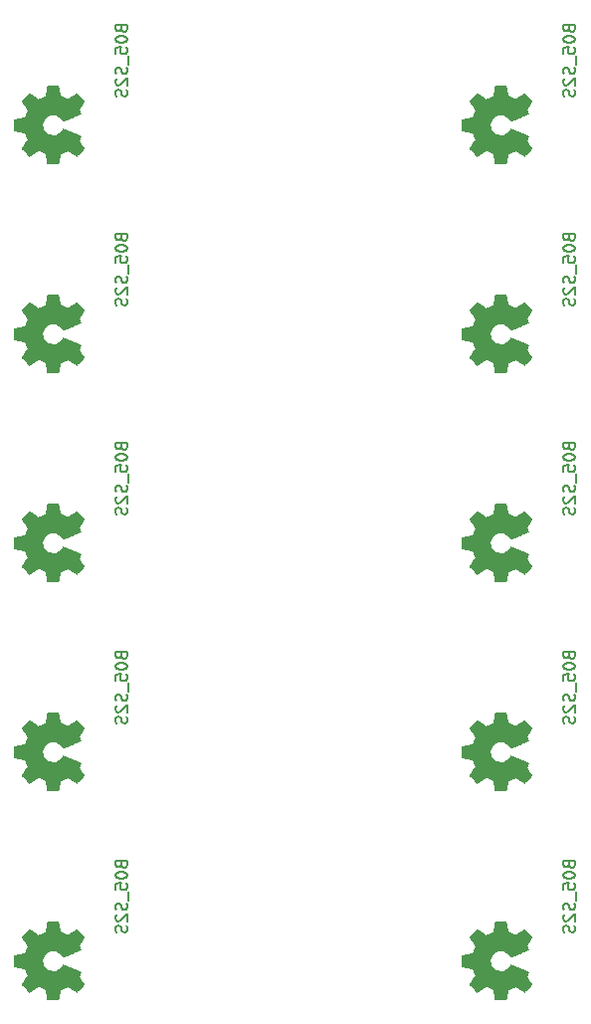
<source format=gbr>
G04 #@! TF.GenerationSoftware,KiCad,Pcbnew,5.1.5-52549c5~86~ubuntu18.04.1*
G04 #@! TF.CreationDate,2020-10-05T00:10:34-05:00*
G04 #@! TF.ProjectId,,58585858-5858-4585-9858-585858585858,rev?*
G04 #@! TF.SameCoordinates,Original*
G04 #@! TF.FileFunction,Legend,Bot*
G04 #@! TF.FilePolarity,Positive*
%FSLAX46Y46*%
G04 Gerber Fmt 4.6, Leading zero omitted, Abs format (unit mm)*
G04 Created by KiCad (PCBNEW 5.1.5-52549c5~86~ubuntu18.04.1) date 2020-10-05 00:10:34*
%MOMM*%
%LPD*%
G04 APERTURE LIST*
%ADD10C,0.150000*%
%ADD11C,0.010000*%
G04 APERTURE END LIST*
D10*
X129265371Y-112981123D02*
X129312990Y-113123980D01*
X129360609Y-113171600D01*
X129455847Y-113219219D01*
X129598704Y-113219219D01*
X129693942Y-113171600D01*
X129741561Y-113123980D01*
X129789180Y-113028742D01*
X129789180Y-112647790D01*
X128789180Y-112647790D01*
X128789180Y-112981123D01*
X128836800Y-113076361D01*
X128884419Y-113123980D01*
X128979657Y-113171600D01*
X129074895Y-113171600D01*
X129170133Y-113123980D01*
X129217752Y-113076361D01*
X129265371Y-112981123D01*
X129265371Y-112647790D01*
X128789180Y-113838266D02*
X128789180Y-113933504D01*
X128836800Y-114028742D01*
X128884419Y-114076361D01*
X128979657Y-114123980D01*
X129170133Y-114171600D01*
X129408228Y-114171600D01*
X129598704Y-114123980D01*
X129693942Y-114076361D01*
X129741561Y-114028742D01*
X129789180Y-113933504D01*
X129789180Y-113838266D01*
X129741561Y-113743028D01*
X129693942Y-113695409D01*
X129598704Y-113647790D01*
X129408228Y-113600171D01*
X129170133Y-113600171D01*
X128979657Y-113647790D01*
X128884419Y-113695409D01*
X128836800Y-113743028D01*
X128789180Y-113838266D01*
X128789180Y-115076361D02*
X128789180Y-114600171D01*
X129265371Y-114552552D01*
X129217752Y-114600171D01*
X129170133Y-114695409D01*
X129170133Y-114933504D01*
X129217752Y-115028742D01*
X129265371Y-115076361D01*
X129360609Y-115123980D01*
X129598704Y-115123980D01*
X129693942Y-115076361D01*
X129741561Y-115028742D01*
X129789180Y-114933504D01*
X129789180Y-114695409D01*
X129741561Y-114600171D01*
X129693942Y-114552552D01*
X129884419Y-115314457D02*
X129884419Y-116076361D01*
X129741561Y-116266838D02*
X129789180Y-116409695D01*
X129789180Y-116647790D01*
X129741561Y-116743028D01*
X129693942Y-116790647D01*
X129598704Y-116838266D01*
X129503466Y-116838266D01*
X129408228Y-116790647D01*
X129360609Y-116743028D01*
X129312990Y-116647790D01*
X129265371Y-116457314D01*
X129217752Y-116362076D01*
X129170133Y-116314457D01*
X129074895Y-116266838D01*
X128979657Y-116266838D01*
X128884419Y-116314457D01*
X128836800Y-116362076D01*
X128789180Y-116457314D01*
X128789180Y-116695409D01*
X128836800Y-116838266D01*
X128884419Y-117219219D02*
X128836800Y-117266838D01*
X128789180Y-117362076D01*
X128789180Y-117600171D01*
X128836800Y-117695409D01*
X128884419Y-117743028D01*
X128979657Y-117790647D01*
X129074895Y-117790647D01*
X129217752Y-117743028D01*
X129789180Y-117171600D01*
X129789180Y-117790647D01*
X129741561Y-118171600D02*
X129789180Y-118314457D01*
X129789180Y-118552552D01*
X129741561Y-118647790D01*
X129693942Y-118695409D01*
X129598704Y-118743028D01*
X129503466Y-118743028D01*
X129408228Y-118695409D01*
X129360609Y-118647790D01*
X129312990Y-118552552D01*
X129265371Y-118362076D01*
X129217752Y-118266838D01*
X129170133Y-118219219D01*
X129074895Y-118171600D01*
X128979657Y-118171600D01*
X128884419Y-118219219D01*
X128836800Y-118266838D01*
X128789180Y-118362076D01*
X128789180Y-118600171D01*
X128836800Y-118743028D01*
X91165371Y-112981123D02*
X91212990Y-113123980D01*
X91260609Y-113171600D01*
X91355847Y-113219219D01*
X91498704Y-113219219D01*
X91593942Y-113171600D01*
X91641561Y-113123980D01*
X91689180Y-113028742D01*
X91689180Y-112647790D01*
X90689180Y-112647790D01*
X90689180Y-112981123D01*
X90736800Y-113076361D01*
X90784419Y-113123980D01*
X90879657Y-113171600D01*
X90974895Y-113171600D01*
X91070133Y-113123980D01*
X91117752Y-113076361D01*
X91165371Y-112981123D01*
X91165371Y-112647790D01*
X90689180Y-113838266D02*
X90689180Y-113933504D01*
X90736800Y-114028742D01*
X90784419Y-114076361D01*
X90879657Y-114123980D01*
X91070133Y-114171600D01*
X91308228Y-114171600D01*
X91498704Y-114123980D01*
X91593942Y-114076361D01*
X91641561Y-114028742D01*
X91689180Y-113933504D01*
X91689180Y-113838266D01*
X91641561Y-113743028D01*
X91593942Y-113695409D01*
X91498704Y-113647790D01*
X91308228Y-113600171D01*
X91070133Y-113600171D01*
X90879657Y-113647790D01*
X90784419Y-113695409D01*
X90736800Y-113743028D01*
X90689180Y-113838266D01*
X90689180Y-115076361D02*
X90689180Y-114600171D01*
X91165371Y-114552552D01*
X91117752Y-114600171D01*
X91070133Y-114695409D01*
X91070133Y-114933504D01*
X91117752Y-115028742D01*
X91165371Y-115076361D01*
X91260609Y-115123980D01*
X91498704Y-115123980D01*
X91593942Y-115076361D01*
X91641561Y-115028742D01*
X91689180Y-114933504D01*
X91689180Y-114695409D01*
X91641561Y-114600171D01*
X91593942Y-114552552D01*
X91784419Y-115314457D02*
X91784419Y-116076361D01*
X91641561Y-116266838D02*
X91689180Y-116409695D01*
X91689180Y-116647790D01*
X91641561Y-116743028D01*
X91593942Y-116790647D01*
X91498704Y-116838266D01*
X91403466Y-116838266D01*
X91308228Y-116790647D01*
X91260609Y-116743028D01*
X91212990Y-116647790D01*
X91165371Y-116457314D01*
X91117752Y-116362076D01*
X91070133Y-116314457D01*
X90974895Y-116266838D01*
X90879657Y-116266838D01*
X90784419Y-116314457D01*
X90736800Y-116362076D01*
X90689180Y-116457314D01*
X90689180Y-116695409D01*
X90736800Y-116838266D01*
X90784419Y-117219219D02*
X90736800Y-117266838D01*
X90689180Y-117362076D01*
X90689180Y-117600171D01*
X90736800Y-117695409D01*
X90784419Y-117743028D01*
X90879657Y-117790647D01*
X90974895Y-117790647D01*
X91117752Y-117743028D01*
X91689180Y-117171600D01*
X91689180Y-117790647D01*
X91641561Y-118171600D02*
X91689180Y-118314457D01*
X91689180Y-118552552D01*
X91641561Y-118647790D01*
X91593942Y-118695409D01*
X91498704Y-118743028D01*
X91403466Y-118743028D01*
X91308228Y-118695409D01*
X91260609Y-118647790D01*
X91212990Y-118552552D01*
X91165371Y-118362076D01*
X91117752Y-118266838D01*
X91070133Y-118219219D01*
X90974895Y-118171600D01*
X90879657Y-118171600D01*
X90784419Y-118219219D01*
X90736800Y-118266838D01*
X90689180Y-118362076D01*
X90689180Y-118600171D01*
X90736800Y-118743028D01*
X129265371Y-95201123D02*
X129312990Y-95343980D01*
X129360609Y-95391600D01*
X129455847Y-95439219D01*
X129598704Y-95439219D01*
X129693942Y-95391600D01*
X129741561Y-95343980D01*
X129789180Y-95248742D01*
X129789180Y-94867790D01*
X128789180Y-94867790D01*
X128789180Y-95201123D01*
X128836800Y-95296361D01*
X128884419Y-95343980D01*
X128979657Y-95391600D01*
X129074895Y-95391600D01*
X129170133Y-95343980D01*
X129217752Y-95296361D01*
X129265371Y-95201123D01*
X129265371Y-94867790D01*
X128789180Y-96058266D02*
X128789180Y-96153504D01*
X128836800Y-96248742D01*
X128884419Y-96296361D01*
X128979657Y-96343980D01*
X129170133Y-96391600D01*
X129408228Y-96391600D01*
X129598704Y-96343980D01*
X129693942Y-96296361D01*
X129741561Y-96248742D01*
X129789180Y-96153504D01*
X129789180Y-96058266D01*
X129741561Y-95963028D01*
X129693942Y-95915409D01*
X129598704Y-95867790D01*
X129408228Y-95820171D01*
X129170133Y-95820171D01*
X128979657Y-95867790D01*
X128884419Y-95915409D01*
X128836800Y-95963028D01*
X128789180Y-96058266D01*
X128789180Y-97296361D02*
X128789180Y-96820171D01*
X129265371Y-96772552D01*
X129217752Y-96820171D01*
X129170133Y-96915409D01*
X129170133Y-97153504D01*
X129217752Y-97248742D01*
X129265371Y-97296361D01*
X129360609Y-97343980D01*
X129598704Y-97343980D01*
X129693942Y-97296361D01*
X129741561Y-97248742D01*
X129789180Y-97153504D01*
X129789180Y-96915409D01*
X129741561Y-96820171D01*
X129693942Y-96772552D01*
X129884419Y-97534457D02*
X129884419Y-98296361D01*
X129741561Y-98486838D02*
X129789180Y-98629695D01*
X129789180Y-98867790D01*
X129741561Y-98963028D01*
X129693942Y-99010647D01*
X129598704Y-99058266D01*
X129503466Y-99058266D01*
X129408228Y-99010647D01*
X129360609Y-98963028D01*
X129312990Y-98867790D01*
X129265371Y-98677314D01*
X129217752Y-98582076D01*
X129170133Y-98534457D01*
X129074895Y-98486838D01*
X128979657Y-98486838D01*
X128884419Y-98534457D01*
X128836800Y-98582076D01*
X128789180Y-98677314D01*
X128789180Y-98915409D01*
X128836800Y-99058266D01*
X128884419Y-99439219D02*
X128836800Y-99486838D01*
X128789180Y-99582076D01*
X128789180Y-99820171D01*
X128836800Y-99915409D01*
X128884419Y-99963028D01*
X128979657Y-100010647D01*
X129074895Y-100010647D01*
X129217752Y-99963028D01*
X129789180Y-99391600D01*
X129789180Y-100010647D01*
X129741561Y-100391600D02*
X129789180Y-100534457D01*
X129789180Y-100772552D01*
X129741561Y-100867790D01*
X129693942Y-100915409D01*
X129598704Y-100963028D01*
X129503466Y-100963028D01*
X129408228Y-100915409D01*
X129360609Y-100867790D01*
X129312990Y-100772552D01*
X129265371Y-100582076D01*
X129217752Y-100486838D01*
X129170133Y-100439219D01*
X129074895Y-100391600D01*
X128979657Y-100391600D01*
X128884419Y-100439219D01*
X128836800Y-100486838D01*
X128789180Y-100582076D01*
X128789180Y-100820171D01*
X128836800Y-100963028D01*
X91165371Y-95201123D02*
X91212990Y-95343980D01*
X91260609Y-95391600D01*
X91355847Y-95439219D01*
X91498704Y-95439219D01*
X91593942Y-95391600D01*
X91641561Y-95343980D01*
X91689180Y-95248742D01*
X91689180Y-94867790D01*
X90689180Y-94867790D01*
X90689180Y-95201123D01*
X90736800Y-95296361D01*
X90784419Y-95343980D01*
X90879657Y-95391600D01*
X90974895Y-95391600D01*
X91070133Y-95343980D01*
X91117752Y-95296361D01*
X91165371Y-95201123D01*
X91165371Y-94867790D01*
X90689180Y-96058266D02*
X90689180Y-96153504D01*
X90736800Y-96248742D01*
X90784419Y-96296361D01*
X90879657Y-96343980D01*
X91070133Y-96391600D01*
X91308228Y-96391600D01*
X91498704Y-96343980D01*
X91593942Y-96296361D01*
X91641561Y-96248742D01*
X91689180Y-96153504D01*
X91689180Y-96058266D01*
X91641561Y-95963028D01*
X91593942Y-95915409D01*
X91498704Y-95867790D01*
X91308228Y-95820171D01*
X91070133Y-95820171D01*
X90879657Y-95867790D01*
X90784419Y-95915409D01*
X90736800Y-95963028D01*
X90689180Y-96058266D01*
X90689180Y-97296361D02*
X90689180Y-96820171D01*
X91165371Y-96772552D01*
X91117752Y-96820171D01*
X91070133Y-96915409D01*
X91070133Y-97153504D01*
X91117752Y-97248742D01*
X91165371Y-97296361D01*
X91260609Y-97343980D01*
X91498704Y-97343980D01*
X91593942Y-97296361D01*
X91641561Y-97248742D01*
X91689180Y-97153504D01*
X91689180Y-96915409D01*
X91641561Y-96820171D01*
X91593942Y-96772552D01*
X91784419Y-97534457D02*
X91784419Y-98296361D01*
X91641561Y-98486838D02*
X91689180Y-98629695D01*
X91689180Y-98867790D01*
X91641561Y-98963028D01*
X91593942Y-99010647D01*
X91498704Y-99058266D01*
X91403466Y-99058266D01*
X91308228Y-99010647D01*
X91260609Y-98963028D01*
X91212990Y-98867790D01*
X91165371Y-98677314D01*
X91117752Y-98582076D01*
X91070133Y-98534457D01*
X90974895Y-98486838D01*
X90879657Y-98486838D01*
X90784419Y-98534457D01*
X90736800Y-98582076D01*
X90689180Y-98677314D01*
X90689180Y-98915409D01*
X90736800Y-99058266D01*
X90784419Y-99439219D02*
X90736800Y-99486838D01*
X90689180Y-99582076D01*
X90689180Y-99820171D01*
X90736800Y-99915409D01*
X90784419Y-99963028D01*
X90879657Y-100010647D01*
X90974895Y-100010647D01*
X91117752Y-99963028D01*
X91689180Y-99391600D01*
X91689180Y-100010647D01*
X91641561Y-100391600D02*
X91689180Y-100534457D01*
X91689180Y-100772552D01*
X91641561Y-100867790D01*
X91593942Y-100915409D01*
X91498704Y-100963028D01*
X91403466Y-100963028D01*
X91308228Y-100915409D01*
X91260609Y-100867790D01*
X91212990Y-100772552D01*
X91165371Y-100582076D01*
X91117752Y-100486838D01*
X91070133Y-100439219D01*
X90974895Y-100391600D01*
X90879657Y-100391600D01*
X90784419Y-100439219D01*
X90736800Y-100486838D01*
X90689180Y-100582076D01*
X90689180Y-100820171D01*
X90736800Y-100963028D01*
X129265371Y-77421123D02*
X129312990Y-77563980D01*
X129360609Y-77611600D01*
X129455847Y-77659219D01*
X129598704Y-77659219D01*
X129693942Y-77611600D01*
X129741561Y-77563980D01*
X129789180Y-77468742D01*
X129789180Y-77087790D01*
X128789180Y-77087790D01*
X128789180Y-77421123D01*
X128836800Y-77516361D01*
X128884419Y-77563980D01*
X128979657Y-77611600D01*
X129074895Y-77611600D01*
X129170133Y-77563980D01*
X129217752Y-77516361D01*
X129265371Y-77421123D01*
X129265371Y-77087790D01*
X128789180Y-78278266D02*
X128789180Y-78373504D01*
X128836800Y-78468742D01*
X128884419Y-78516361D01*
X128979657Y-78563980D01*
X129170133Y-78611600D01*
X129408228Y-78611600D01*
X129598704Y-78563980D01*
X129693942Y-78516361D01*
X129741561Y-78468742D01*
X129789180Y-78373504D01*
X129789180Y-78278266D01*
X129741561Y-78183028D01*
X129693942Y-78135409D01*
X129598704Y-78087790D01*
X129408228Y-78040171D01*
X129170133Y-78040171D01*
X128979657Y-78087790D01*
X128884419Y-78135409D01*
X128836800Y-78183028D01*
X128789180Y-78278266D01*
X128789180Y-79516361D02*
X128789180Y-79040171D01*
X129265371Y-78992552D01*
X129217752Y-79040171D01*
X129170133Y-79135409D01*
X129170133Y-79373504D01*
X129217752Y-79468742D01*
X129265371Y-79516361D01*
X129360609Y-79563980D01*
X129598704Y-79563980D01*
X129693942Y-79516361D01*
X129741561Y-79468742D01*
X129789180Y-79373504D01*
X129789180Y-79135409D01*
X129741561Y-79040171D01*
X129693942Y-78992552D01*
X129884419Y-79754457D02*
X129884419Y-80516361D01*
X129741561Y-80706838D02*
X129789180Y-80849695D01*
X129789180Y-81087790D01*
X129741561Y-81183028D01*
X129693942Y-81230647D01*
X129598704Y-81278266D01*
X129503466Y-81278266D01*
X129408228Y-81230647D01*
X129360609Y-81183028D01*
X129312990Y-81087790D01*
X129265371Y-80897314D01*
X129217752Y-80802076D01*
X129170133Y-80754457D01*
X129074895Y-80706838D01*
X128979657Y-80706838D01*
X128884419Y-80754457D01*
X128836800Y-80802076D01*
X128789180Y-80897314D01*
X128789180Y-81135409D01*
X128836800Y-81278266D01*
X128884419Y-81659219D02*
X128836800Y-81706838D01*
X128789180Y-81802076D01*
X128789180Y-82040171D01*
X128836800Y-82135409D01*
X128884419Y-82183028D01*
X128979657Y-82230647D01*
X129074895Y-82230647D01*
X129217752Y-82183028D01*
X129789180Y-81611600D01*
X129789180Y-82230647D01*
X129741561Y-82611600D02*
X129789180Y-82754457D01*
X129789180Y-82992552D01*
X129741561Y-83087790D01*
X129693942Y-83135409D01*
X129598704Y-83183028D01*
X129503466Y-83183028D01*
X129408228Y-83135409D01*
X129360609Y-83087790D01*
X129312990Y-82992552D01*
X129265371Y-82802076D01*
X129217752Y-82706838D01*
X129170133Y-82659219D01*
X129074895Y-82611600D01*
X128979657Y-82611600D01*
X128884419Y-82659219D01*
X128836800Y-82706838D01*
X128789180Y-82802076D01*
X128789180Y-83040171D01*
X128836800Y-83183028D01*
X91165371Y-77421123D02*
X91212990Y-77563980D01*
X91260609Y-77611600D01*
X91355847Y-77659219D01*
X91498704Y-77659219D01*
X91593942Y-77611600D01*
X91641561Y-77563980D01*
X91689180Y-77468742D01*
X91689180Y-77087790D01*
X90689180Y-77087790D01*
X90689180Y-77421123D01*
X90736800Y-77516361D01*
X90784419Y-77563980D01*
X90879657Y-77611600D01*
X90974895Y-77611600D01*
X91070133Y-77563980D01*
X91117752Y-77516361D01*
X91165371Y-77421123D01*
X91165371Y-77087790D01*
X90689180Y-78278266D02*
X90689180Y-78373504D01*
X90736800Y-78468742D01*
X90784419Y-78516361D01*
X90879657Y-78563980D01*
X91070133Y-78611600D01*
X91308228Y-78611600D01*
X91498704Y-78563980D01*
X91593942Y-78516361D01*
X91641561Y-78468742D01*
X91689180Y-78373504D01*
X91689180Y-78278266D01*
X91641561Y-78183028D01*
X91593942Y-78135409D01*
X91498704Y-78087790D01*
X91308228Y-78040171D01*
X91070133Y-78040171D01*
X90879657Y-78087790D01*
X90784419Y-78135409D01*
X90736800Y-78183028D01*
X90689180Y-78278266D01*
X90689180Y-79516361D02*
X90689180Y-79040171D01*
X91165371Y-78992552D01*
X91117752Y-79040171D01*
X91070133Y-79135409D01*
X91070133Y-79373504D01*
X91117752Y-79468742D01*
X91165371Y-79516361D01*
X91260609Y-79563980D01*
X91498704Y-79563980D01*
X91593942Y-79516361D01*
X91641561Y-79468742D01*
X91689180Y-79373504D01*
X91689180Y-79135409D01*
X91641561Y-79040171D01*
X91593942Y-78992552D01*
X91784419Y-79754457D02*
X91784419Y-80516361D01*
X91641561Y-80706838D02*
X91689180Y-80849695D01*
X91689180Y-81087790D01*
X91641561Y-81183028D01*
X91593942Y-81230647D01*
X91498704Y-81278266D01*
X91403466Y-81278266D01*
X91308228Y-81230647D01*
X91260609Y-81183028D01*
X91212990Y-81087790D01*
X91165371Y-80897314D01*
X91117752Y-80802076D01*
X91070133Y-80754457D01*
X90974895Y-80706838D01*
X90879657Y-80706838D01*
X90784419Y-80754457D01*
X90736800Y-80802076D01*
X90689180Y-80897314D01*
X90689180Y-81135409D01*
X90736800Y-81278266D01*
X90784419Y-81659219D02*
X90736800Y-81706838D01*
X90689180Y-81802076D01*
X90689180Y-82040171D01*
X90736800Y-82135409D01*
X90784419Y-82183028D01*
X90879657Y-82230647D01*
X90974895Y-82230647D01*
X91117752Y-82183028D01*
X91689180Y-81611600D01*
X91689180Y-82230647D01*
X91641561Y-82611600D02*
X91689180Y-82754457D01*
X91689180Y-82992552D01*
X91641561Y-83087790D01*
X91593942Y-83135409D01*
X91498704Y-83183028D01*
X91403466Y-83183028D01*
X91308228Y-83135409D01*
X91260609Y-83087790D01*
X91212990Y-82992552D01*
X91165371Y-82802076D01*
X91117752Y-82706838D01*
X91070133Y-82659219D01*
X90974895Y-82611600D01*
X90879657Y-82611600D01*
X90784419Y-82659219D01*
X90736800Y-82706838D01*
X90689180Y-82802076D01*
X90689180Y-83040171D01*
X90736800Y-83183028D01*
X129265371Y-59641123D02*
X129312990Y-59783980D01*
X129360609Y-59831600D01*
X129455847Y-59879219D01*
X129598704Y-59879219D01*
X129693942Y-59831600D01*
X129741561Y-59783980D01*
X129789180Y-59688742D01*
X129789180Y-59307790D01*
X128789180Y-59307790D01*
X128789180Y-59641123D01*
X128836800Y-59736361D01*
X128884419Y-59783980D01*
X128979657Y-59831600D01*
X129074895Y-59831600D01*
X129170133Y-59783980D01*
X129217752Y-59736361D01*
X129265371Y-59641123D01*
X129265371Y-59307790D01*
X128789180Y-60498266D02*
X128789180Y-60593504D01*
X128836800Y-60688742D01*
X128884419Y-60736361D01*
X128979657Y-60783980D01*
X129170133Y-60831600D01*
X129408228Y-60831600D01*
X129598704Y-60783980D01*
X129693942Y-60736361D01*
X129741561Y-60688742D01*
X129789180Y-60593504D01*
X129789180Y-60498266D01*
X129741561Y-60403028D01*
X129693942Y-60355409D01*
X129598704Y-60307790D01*
X129408228Y-60260171D01*
X129170133Y-60260171D01*
X128979657Y-60307790D01*
X128884419Y-60355409D01*
X128836800Y-60403028D01*
X128789180Y-60498266D01*
X128789180Y-61736361D02*
X128789180Y-61260171D01*
X129265371Y-61212552D01*
X129217752Y-61260171D01*
X129170133Y-61355409D01*
X129170133Y-61593504D01*
X129217752Y-61688742D01*
X129265371Y-61736361D01*
X129360609Y-61783980D01*
X129598704Y-61783980D01*
X129693942Y-61736361D01*
X129741561Y-61688742D01*
X129789180Y-61593504D01*
X129789180Y-61355409D01*
X129741561Y-61260171D01*
X129693942Y-61212552D01*
X129884419Y-61974457D02*
X129884419Y-62736361D01*
X129741561Y-62926838D02*
X129789180Y-63069695D01*
X129789180Y-63307790D01*
X129741561Y-63403028D01*
X129693942Y-63450647D01*
X129598704Y-63498266D01*
X129503466Y-63498266D01*
X129408228Y-63450647D01*
X129360609Y-63403028D01*
X129312990Y-63307790D01*
X129265371Y-63117314D01*
X129217752Y-63022076D01*
X129170133Y-62974457D01*
X129074895Y-62926838D01*
X128979657Y-62926838D01*
X128884419Y-62974457D01*
X128836800Y-63022076D01*
X128789180Y-63117314D01*
X128789180Y-63355409D01*
X128836800Y-63498266D01*
X128884419Y-63879219D02*
X128836800Y-63926838D01*
X128789180Y-64022076D01*
X128789180Y-64260171D01*
X128836800Y-64355409D01*
X128884419Y-64403028D01*
X128979657Y-64450647D01*
X129074895Y-64450647D01*
X129217752Y-64403028D01*
X129789180Y-63831600D01*
X129789180Y-64450647D01*
X129741561Y-64831600D02*
X129789180Y-64974457D01*
X129789180Y-65212552D01*
X129741561Y-65307790D01*
X129693942Y-65355409D01*
X129598704Y-65403028D01*
X129503466Y-65403028D01*
X129408228Y-65355409D01*
X129360609Y-65307790D01*
X129312990Y-65212552D01*
X129265371Y-65022076D01*
X129217752Y-64926838D01*
X129170133Y-64879219D01*
X129074895Y-64831600D01*
X128979657Y-64831600D01*
X128884419Y-64879219D01*
X128836800Y-64926838D01*
X128789180Y-65022076D01*
X128789180Y-65260171D01*
X128836800Y-65403028D01*
X91165371Y-59641123D02*
X91212990Y-59783980D01*
X91260609Y-59831600D01*
X91355847Y-59879219D01*
X91498704Y-59879219D01*
X91593942Y-59831600D01*
X91641561Y-59783980D01*
X91689180Y-59688742D01*
X91689180Y-59307790D01*
X90689180Y-59307790D01*
X90689180Y-59641123D01*
X90736800Y-59736361D01*
X90784419Y-59783980D01*
X90879657Y-59831600D01*
X90974895Y-59831600D01*
X91070133Y-59783980D01*
X91117752Y-59736361D01*
X91165371Y-59641123D01*
X91165371Y-59307790D01*
X90689180Y-60498266D02*
X90689180Y-60593504D01*
X90736800Y-60688742D01*
X90784419Y-60736361D01*
X90879657Y-60783980D01*
X91070133Y-60831600D01*
X91308228Y-60831600D01*
X91498704Y-60783980D01*
X91593942Y-60736361D01*
X91641561Y-60688742D01*
X91689180Y-60593504D01*
X91689180Y-60498266D01*
X91641561Y-60403028D01*
X91593942Y-60355409D01*
X91498704Y-60307790D01*
X91308228Y-60260171D01*
X91070133Y-60260171D01*
X90879657Y-60307790D01*
X90784419Y-60355409D01*
X90736800Y-60403028D01*
X90689180Y-60498266D01*
X90689180Y-61736361D02*
X90689180Y-61260171D01*
X91165371Y-61212552D01*
X91117752Y-61260171D01*
X91070133Y-61355409D01*
X91070133Y-61593504D01*
X91117752Y-61688742D01*
X91165371Y-61736361D01*
X91260609Y-61783980D01*
X91498704Y-61783980D01*
X91593942Y-61736361D01*
X91641561Y-61688742D01*
X91689180Y-61593504D01*
X91689180Y-61355409D01*
X91641561Y-61260171D01*
X91593942Y-61212552D01*
X91784419Y-61974457D02*
X91784419Y-62736361D01*
X91641561Y-62926838D02*
X91689180Y-63069695D01*
X91689180Y-63307790D01*
X91641561Y-63403028D01*
X91593942Y-63450647D01*
X91498704Y-63498266D01*
X91403466Y-63498266D01*
X91308228Y-63450647D01*
X91260609Y-63403028D01*
X91212990Y-63307790D01*
X91165371Y-63117314D01*
X91117752Y-63022076D01*
X91070133Y-62974457D01*
X90974895Y-62926838D01*
X90879657Y-62926838D01*
X90784419Y-62974457D01*
X90736800Y-63022076D01*
X90689180Y-63117314D01*
X90689180Y-63355409D01*
X90736800Y-63498266D01*
X90784419Y-63879219D02*
X90736800Y-63926838D01*
X90689180Y-64022076D01*
X90689180Y-64260171D01*
X90736800Y-64355409D01*
X90784419Y-64403028D01*
X90879657Y-64450647D01*
X90974895Y-64450647D01*
X91117752Y-64403028D01*
X91689180Y-63831600D01*
X91689180Y-64450647D01*
X91641561Y-64831600D02*
X91689180Y-64974457D01*
X91689180Y-65212552D01*
X91641561Y-65307790D01*
X91593942Y-65355409D01*
X91498704Y-65403028D01*
X91403466Y-65403028D01*
X91308228Y-65355409D01*
X91260609Y-65307790D01*
X91212990Y-65212552D01*
X91165371Y-65022076D01*
X91117752Y-64926838D01*
X91070133Y-64879219D01*
X90974895Y-64831600D01*
X90879657Y-64831600D01*
X90784419Y-64879219D01*
X90736800Y-64926838D01*
X90689180Y-65022076D01*
X90689180Y-65260171D01*
X90736800Y-65403028D01*
X129265371Y-41861123D02*
X129312990Y-42003980D01*
X129360609Y-42051600D01*
X129455847Y-42099219D01*
X129598704Y-42099219D01*
X129693942Y-42051600D01*
X129741561Y-42003980D01*
X129789180Y-41908742D01*
X129789180Y-41527790D01*
X128789180Y-41527790D01*
X128789180Y-41861123D01*
X128836800Y-41956361D01*
X128884419Y-42003980D01*
X128979657Y-42051600D01*
X129074895Y-42051600D01*
X129170133Y-42003980D01*
X129217752Y-41956361D01*
X129265371Y-41861123D01*
X129265371Y-41527790D01*
X128789180Y-42718266D02*
X128789180Y-42813504D01*
X128836800Y-42908742D01*
X128884419Y-42956361D01*
X128979657Y-43003980D01*
X129170133Y-43051600D01*
X129408228Y-43051600D01*
X129598704Y-43003980D01*
X129693942Y-42956361D01*
X129741561Y-42908742D01*
X129789180Y-42813504D01*
X129789180Y-42718266D01*
X129741561Y-42623028D01*
X129693942Y-42575409D01*
X129598704Y-42527790D01*
X129408228Y-42480171D01*
X129170133Y-42480171D01*
X128979657Y-42527790D01*
X128884419Y-42575409D01*
X128836800Y-42623028D01*
X128789180Y-42718266D01*
X128789180Y-43956361D02*
X128789180Y-43480171D01*
X129265371Y-43432552D01*
X129217752Y-43480171D01*
X129170133Y-43575409D01*
X129170133Y-43813504D01*
X129217752Y-43908742D01*
X129265371Y-43956361D01*
X129360609Y-44003980D01*
X129598704Y-44003980D01*
X129693942Y-43956361D01*
X129741561Y-43908742D01*
X129789180Y-43813504D01*
X129789180Y-43575409D01*
X129741561Y-43480171D01*
X129693942Y-43432552D01*
X129884419Y-44194457D02*
X129884419Y-44956361D01*
X129741561Y-45146838D02*
X129789180Y-45289695D01*
X129789180Y-45527790D01*
X129741561Y-45623028D01*
X129693942Y-45670647D01*
X129598704Y-45718266D01*
X129503466Y-45718266D01*
X129408228Y-45670647D01*
X129360609Y-45623028D01*
X129312990Y-45527790D01*
X129265371Y-45337314D01*
X129217752Y-45242076D01*
X129170133Y-45194457D01*
X129074895Y-45146838D01*
X128979657Y-45146838D01*
X128884419Y-45194457D01*
X128836800Y-45242076D01*
X128789180Y-45337314D01*
X128789180Y-45575409D01*
X128836800Y-45718266D01*
X128884419Y-46099219D02*
X128836800Y-46146838D01*
X128789180Y-46242076D01*
X128789180Y-46480171D01*
X128836800Y-46575409D01*
X128884419Y-46623028D01*
X128979657Y-46670647D01*
X129074895Y-46670647D01*
X129217752Y-46623028D01*
X129789180Y-46051600D01*
X129789180Y-46670647D01*
X129741561Y-47051600D02*
X129789180Y-47194457D01*
X129789180Y-47432552D01*
X129741561Y-47527790D01*
X129693942Y-47575409D01*
X129598704Y-47623028D01*
X129503466Y-47623028D01*
X129408228Y-47575409D01*
X129360609Y-47527790D01*
X129312990Y-47432552D01*
X129265371Y-47242076D01*
X129217752Y-47146838D01*
X129170133Y-47099219D01*
X129074895Y-47051600D01*
X128979657Y-47051600D01*
X128884419Y-47099219D01*
X128836800Y-47146838D01*
X128789180Y-47242076D01*
X128789180Y-47480171D01*
X128836800Y-47623028D01*
X91165371Y-41861123D02*
X91212990Y-42003980D01*
X91260609Y-42051600D01*
X91355847Y-42099219D01*
X91498704Y-42099219D01*
X91593942Y-42051600D01*
X91641561Y-42003980D01*
X91689180Y-41908742D01*
X91689180Y-41527790D01*
X90689180Y-41527790D01*
X90689180Y-41861123D01*
X90736800Y-41956361D01*
X90784419Y-42003980D01*
X90879657Y-42051600D01*
X90974895Y-42051600D01*
X91070133Y-42003980D01*
X91117752Y-41956361D01*
X91165371Y-41861123D01*
X91165371Y-41527790D01*
X90689180Y-42718266D02*
X90689180Y-42813504D01*
X90736800Y-42908742D01*
X90784419Y-42956361D01*
X90879657Y-43003980D01*
X91070133Y-43051600D01*
X91308228Y-43051600D01*
X91498704Y-43003980D01*
X91593942Y-42956361D01*
X91641561Y-42908742D01*
X91689180Y-42813504D01*
X91689180Y-42718266D01*
X91641561Y-42623028D01*
X91593942Y-42575409D01*
X91498704Y-42527790D01*
X91308228Y-42480171D01*
X91070133Y-42480171D01*
X90879657Y-42527790D01*
X90784419Y-42575409D01*
X90736800Y-42623028D01*
X90689180Y-42718266D01*
X90689180Y-43956361D02*
X90689180Y-43480171D01*
X91165371Y-43432552D01*
X91117752Y-43480171D01*
X91070133Y-43575409D01*
X91070133Y-43813504D01*
X91117752Y-43908742D01*
X91165371Y-43956361D01*
X91260609Y-44003980D01*
X91498704Y-44003980D01*
X91593942Y-43956361D01*
X91641561Y-43908742D01*
X91689180Y-43813504D01*
X91689180Y-43575409D01*
X91641561Y-43480171D01*
X91593942Y-43432552D01*
X91784419Y-44194457D02*
X91784419Y-44956361D01*
X91641561Y-45146838D02*
X91689180Y-45289695D01*
X91689180Y-45527790D01*
X91641561Y-45623028D01*
X91593942Y-45670647D01*
X91498704Y-45718266D01*
X91403466Y-45718266D01*
X91308228Y-45670647D01*
X91260609Y-45623028D01*
X91212990Y-45527790D01*
X91165371Y-45337314D01*
X91117752Y-45242076D01*
X91070133Y-45194457D01*
X90974895Y-45146838D01*
X90879657Y-45146838D01*
X90784419Y-45194457D01*
X90736800Y-45242076D01*
X90689180Y-45337314D01*
X90689180Y-45575409D01*
X90736800Y-45718266D01*
X90784419Y-46099219D02*
X90736800Y-46146838D01*
X90689180Y-46242076D01*
X90689180Y-46480171D01*
X90736800Y-46575409D01*
X90784419Y-46623028D01*
X90879657Y-46670647D01*
X90974895Y-46670647D01*
X91117752Y-46623028D01*
X91689180Y-46051600D01*
X91689180Y-46670647D01*
X91641561Y-47051600D02*
X91689180Y-47194457D01*
X91689180Y-47432552D01*
X91641561Y-47527790D01*
X91593942Y-47575409D01*
X91498704Y-47623028D01*
X91403466Y-47623028D01*
X91308228Y-47575409D01*
X91260609Y-47527790D01*
X91212990Y-47432552D01*
X91165371Y-47242076D01*
X91117752Y-47146838D01*
X91070133Y-47099219D01*
X90974895Y-47051600D01*
X90879657Y-47051600D01*
X90784419Y-47099219D01*
X90736800Y-47146838D01*
X90689180Y-47242076D01*
X90689180Y-47480171D01*
X90736800Y-47623028D01*
D11*
G36*
X120608131Y-121688414D02*
G01*
X121052755Y-121772235D01*
X121180253Y-122081520D01*
X121307751Y-122390806D01*
X121055446Y-122761846D01*
X120985196Y-122865757D01*
X120922472Y-122959687D01*
X120870138Y-123039252D01*
X120831057Y-123100070D01*
X120808093Y-123137757D01*
X120803142Y-123148021D01*
X120815876Y-123166510D01*
X120851082Y-123206020D01*
X120904262Y-123262122D01*
X120970918Y-123330387D01*
X121046554Y-123406386D01*
X121126672Y-123485692D01*
X121206774Y-123563875D01*
X121282364Y-123636507D01*
X121348945Y-123699159D01*
X121402018Y-123747403D01*
X121437087Y-123776810D01*
X121448823Y-123783841D01*
X121470460Y-123773723D01*
X121517862Y-123745359D01*
X121586393Y-123701729D01*
X121671415Y-123645818D01*
X121768293Y-123580606D01*
X121823550Y-123542819D01*
X121924448Y-123473943D01*
X122015499Y-123412740D01*
X122092170Y-123362178D01*
X122149928Y-123325228D01*
X122184243Y-123304858D01*
X122191454Y-123301797D01*
X122211948Y-123308736D01*
X122259713Y-123327651D01*
X122328032Y-123355687D01*
X122410189Y-123389991D01*
X122499470Y-123427709D01*
X122589158Y-123465987D01*
X122672538Y-123501970D01*
X122742894Y-123532806D01*
X122793510Y-123555639D01*
X122817671Y-123567617D01*
X122818622Y-123568324D01*
X122823236Y-123587131D01*
X122833528Y-123637218D01*
X122848487Y-123713393D01*
X122867101Y-123810465D01*
X122888359Y-123923243D01*
X122900618Y-123989042D01*
X122923562Y-124109550D01*
X122945395Y-124218397D01*
X122964922Y-124310076D01*
X122980948Y-124379081D01*
X122992279Y-124419904D01*
X122995874Y-124428111D01*
X123020206Y-124436148D01*
X123075159Y-124442633D01*
X123154308Y-124447570D01*
X123251226Y-124450964D01*
X123359487Y-124452818D01*
X123472665Y-124453138D01*
X123584335Y-124451927D01*
X123688068Y-124449190D01*
X123777441Y-124444931D01*
X123846026Y-124439155D01*
X123887397Y-124431867D01*
X123896010Y-124427495D01*
X123906333Y-124401364D01*
X123921092Y-124345993D01*
X123938552Y-124268707D01*
X123956980Y-124176830D01*
X123962941Y-124144758D01*
X123991266Y-123990124D01*
X124014076Y-123867975D01*
X124032280Y-123774273D01*
X124046783Y-123704984D01*
X124058492Y-123656071D01*
X124068315Y-123623497D01*
X124077156Y-123603228D01*
X124085924Y-123591226D01*
X124087657Y-123589547D01*
X124115571Y-123572784D01*
X124169895Y-123547214D01*
X124243977Y-123515388D01*
X124331165Y-123479860D01*
X124424808Y-123443183D01*
X124518252Y-123407911D01*
X124604847Y-123376596D01*
X124677940Y-123351793D01*
X124730878Y-123336054D01*
X124757011Y-123331932D01*
X124757926Y-123332276D01*
X124779286Y-123346241D01*
X124826284Y-123377922D01*
X124894027Y-123423991D01*
X124977623Y-123481118D01*
X125072182Y-123545973D01*
X125099054Y-123564443D01*
X125196475Y-123630299D01*
X125285363Y-123688250D01*
X125360612Y-123735138D01*
X125417120Y-123767807D01*
X125449781Y-123783100D01*
X125453793Y-123783841D01*
X125474884Y-123770992D01*
X125516664Y-123735488D01*
X125574645Y-123681893D01*
X125644335Y-123614771D01*
X125721245Y-123538687D01*
X125800883Y-123458204D01*
X125878761Y-123377887D01*
X125950386Y-123302299D01*
X126011270Y-123236005D01*
X126056921Y-123183569D01*
X126082850Y-123149555D01*
X126087083Y-123140145D01*
X126077112Y-123118243D01*
X126050220Y-123073400D01*
X126010936Y-123012921D01*
X125979317Y-122966389D01*
X125921298Y-122882075D01*
X125852984Y-122782226D01*
X125784779Y-122682073D01*
X125748275Y-122628227D01*
X125625000Y-122445971D01*
X125707720Y-122292981D01*
X125743959Y-122223282D01*
X125772126Y-122164014D01*
X125788191Y-122123911D01*
X125790426Y-122113703D01*
X125773922Y-122101429D01*
X125727282Y-122077213D01*
X125654809Y-122042863D01*
X125560806Y-122000188D01*
X125449574Y-121950994D01*
X125325415Y-121897090D01*
X125192632Y-121840284D01*
X125055527Y-121782382D01*
X124918402Y-121725193D01*
X124785558Y-121670524D01*
X124661298Y-121620184D01*
X124549925Y-121575980D01*
X124455739Y-121539719D01*
X124383044Y-121513209D01*
X124336141Y-121498258D01*
X124320033Y-121495854D01*
X124299486Y-121514911D01*
X124266133Y-121556636D01*
X124226902Y-121612306D01*
X124223799Y-121616978D01*
X124108623Y-121760864D01*
X123974253Y-121876883D01*
X123824984Y-121964030D01*
X123665113Y-122021299D01*
X123498937Y-122047686D01*
X123330752Y-122042185D01*
X123164855Y-122003790D01*
X123005542Y-121931495D01*
X122970687Y-121910226D01*
X122829937Y-121799596D01*
X122716914Y-121668902D01*
X122632203Y-121522664D01*
X122576394Y-121365408D01*
X122550074Y-121201657D01*
X122553830Y-121035933D01*
X122588250Y-120872762D01*
X122653923Y-120716665D01*
X122751435Y-120572167D01*
X122791013Y-120527469D01*
X122914903Y-120413712D01*
X123045324Y-120330818D01*
X123191515Y-120273956D01*
X123336288Y-120242287D01*
X123499060Y-120234469D01*
X123662640Y-120260538D01*
X123821498Y-120317845D01*
X123970106Y-120403744D01*
X124102935Y-120515586D01*
X124214456Y-120650723D01*
X124226211Y-120668483D01*
X124264708Y-120724750D01*
X124298063Y-120767523D01*
X124319360Y-120787972D01*
X124320033Y-120788269D01*
X124343071Y-120783879D01*
X124395357Y-120766476D01*
X124472590Y-120737868D01*
X124570468Y-120699865D01*
X124684691Y-120654274D01*
X124810958Y-120602903D01*
X124944967Y-120547562D01*
X125082418Y-120490058D01*
X125219008Y-120432201D01*
X125350437Y-120375798D01*
X125472405Y-120322658D01*
X125580609Y-120274590D01*
X125670749Y-120233401D01*
X125738523Y-120200901D01*
X125779630Y-120178897D01*
X125790426Y-120170036D01*
X125782019Y-120142960D01*
X125759472Y-120092297D01*
X125726813Y-120026783D01*
X125707720Y-119990759D01*
X125625000Y-119837768D01*
X125748275Y-119655512D01*
X125811428Y-119562475D01*
X125880927Y-119460615D01*
X125946365Y-119365162D01*
X125979317Y-119317350D01*
X126024473Y-119250105D01*
X126060257Y-119193164D01*
X126082138Y-119153954D01*
X126086763Y-119141219D01*
X126074285Y-119122683D01*
X126039452Y-119081659D01*
X125985878Y-119022125D01*
X125917183Y-118948058D01*
X125836981Y-118863435D01*
X125785486Y-118809915D01*
X125693486Y-118716281D01*
X125611199Y-118635359D01*
X125542145Y-118570423D01*
X125489844Y-118524742D01*
X125457816Y-118501589D01*
X125451316Y-118499368D01*
X125426594Y-118509676D01*
X125376605Y-118538161D01*
X125306412Y-118581663D01*
X125221075Y-118637023D01*
X125125656Y-118701080D01*
X125099054Y-118719297D01*
X125002367Y-118785673D01*
X124915317Y-118845222D01*
X124842795Y-118894616D01*
X124789693Y-118930525D01*
X124760903Y-118949619D01*
X124757926Y-118951464D01*
X124734982Y-118948705D01*
X124684536Y-118934062D01*
X124613241Y-118910087D01*
X124527747Y-118879334D01*
X124434707Y-118844356D01*
X124340774Y-118807707D01*
X124252599Y-118771939D01*
X124176834Y-118739606D01*
X124120131Y-118713262D01*
X124089143Y-118695458D01*
X124087657Y-118694193D01*
X124078801Y-118683306D01*
X124070043Y-118664918D01*
X124060477Y-118634994D01*
X124049196Y-118589497D01*
X124035293Y-118524391D01*
X124017863Y-118435639D01*
X123995998Y-118319207D01*
X123968791Y-118171058D01*
X123962941Y-118138982D01*
X123944574Y-118043914D01*
X123926605Y-117961035D01*
X123910769Y-117897670D01*
X123898800Y-117861142D01*
X123896010Y-117856244D01*
X123871272Y-117848173D01*
X123815990Y-117841613D01*
X123736589Y-117836567D01*
X123639496Y-117833041D01*
X123531138Y-117831039D01*
X123417940Y-117830564D01*
X123306328Y-117831623D01*
X123202729Y-117834218D01*
X123113568Y-117838354D01*
X123045272Y-117844037D01*
X123004266Y-117851269D01*
X122995874Y-117855629D01*
X122987408Y-117879902D01*
X122973635Y-117935174D01*
X122955750Y-118015938D01*
X122934948Y-118116688D01*
X122912423Y-118231917D01*
X122900618Y-118294698D01*
X122878351Y-118413813D01*
X122858179Y-118520035D01*
X122841115Y-118608173D01*
X122828169Y-118673034D01*
X122820355Y-118709426D01*
X122818622Y-118715416D01*
X122799090Y-118725539D01*
X122752043Y-118746938D01*
X122684203Y-118776761D01*
X122602291Y-118812155D01*
X122513028Y-118850268D01*
X122423135Y-118888247D01*
X122339335Y-118923240D01*
X122268347Y-118952394D01*
X122216894Y-118972857D01*
X122191697Y-118981777D01*
X122190596Y-118981943D01*
X122170719Y-118971831D01*
X122124977Y-118943483D01*
X122057917Y-118899877D01*
X121974084Y-118843994D01*
X121878026Y-118778813D01*
X121822850Y-118740921D01*
X121721681Y-118671875D01*
X121629830Y-118610550D01*
X121551944Y-118559937D01*
X121492669Y-118523029D01*
X121456651Y-118502818D01*
X121448577Y-118499899D01*
X121429784Y-118512447D01*
X121389657Y-118547137D01*
X121332693Y-118599537D01*
X121263385Y-118665216D01*
X121186231Y-118739744D01*
X121105725Y-118818687D01*
X121026363Y-118897617D01*
X120952640Y-118972100D01*
X120889052Y-119037706D01*
X120840094Y-119090004D01*
X120810261Y-119124561D01*
X120803142Y-119136122D01*
X120813153Y-119154946D01*
X120841278Y-119199969D01*
X120884654Y-119266813D01*
X120940418Y-119351101D01*
X121005706Y-119448456D01*
X121055446Y-119521893D01*
X121307751Y-119892933D01*
X121052755Y-120511505D01*
X120608131Y-120595325D01*
X120163507Y-120679146D01*
X120163507Y-121604594D01*
X120608131Y-121688414D01*
G37*
X120608131Y-121688414D02*
X121052755Y-121772235D01*
X121180253Y-122081520D01*
X121307751Y-122390806D01*
X121055446Y-122761846D01*
X120985196Y-122865757D01*
X120922472Y-122959687D01*
X120870138Y-123039252D01*
X120831057Y-123100070D01*
X120808093Y-123137757D01*
X120803142Y-123148021D01*
X120815876Y-123166510D01*
X120851082Y-123206020D01*
X120904262Y-123262122D01*
X120970918Y-123330387D01*
X121046554Y-123406386D01*
X121126672Y-123485692D01*
X121206774Y-123563875D01*
X121282364Y-123636507D01*
X121348945Y-123699159D01*
X121402018Y-123747403D01*
X121437087Y-123776810D01*
X121448823Y-123783841D01*
X121470460Y-123773723D01*
X121517862Y-123745359D01*
X121586393Y-123701729D01*
X121671415Y-123645818D01*
X121768293Y-123580606D01*
X121823550Y-123542819D01*
X121924448Y-123473943D01*
X122015499Y-123412740D01*
X122092170Y-123362178D01*
X122149928Y-123325228D01*
X122184243Y-123304858D01*
X122191454Y-123301797D01*
X122211948Y-123308736D01*
X122259713Y-123327651D01*
X122328032Y-123355687D01*
X122410189Y-123389991D01*
X122499470Y-123427709D01*
X122589158Y-123465987D01*
X122672538Y-123501970D01*
X122742894Y-123532806D01*
X122793510Y-123555639D01*
X122817671Y-123567617D01*
X122818622Y-123568324D01*
X122823236Y-123587131D01*
X122833528Y-123637218D01*
X122848487Y-123713393D01*
X122867101Y-123810465D01*
X122888359Y-123923243D01*
X122900618Y-123989042D01*
X122923562Y-124109550D01*
X122945395Y-124218397D01*
X122964922Y-124310076D01*
X122980948Y-124379081D01*
X122992279Y-124419904D01*
X122995874Y-124428111D01*
X123020206Y-124436148D01*
X123075159Y-124442633D01*
X123154308Y-124447570D01*
X123251226Y-124450964D01*
X123359487Y-124452818D01*
X123472665Y-124453138D01*
X123584335Y-124451927D01*
X123688068Y-124449190D01*
X123777441Y-124444931D01*
X123846026Y-124439155D01*
X123887397Y-124431867D01*
X123896010Y-124427495D01*
X123906333Y-124401364D01*
X123921092Y-124345993D01*
X123938552Y-124268707D01*
X123956980Y-124176830D01*
X123962941Y-124144758D01*
X123991266Y-123990124D01*
X124014076Y-123867975D01*
X124032280Y-123774273D01*
X124046783Y-123704984D01*
X124058492Y-123656071D01*
X124068315Y-123623497D01*
X124077156Y-123603228D01*
X124085924Y-123591226D01*
X124087657Y-123589547D01*
X124115571Y-123572784D01*
X124169895Y-123547214D01*
X124243977Y-123515388D01*
X124331165Y-123479860D01*
X124424808Y-123443183D01*
X124518252Y-123407911D01*
X124604847Y-123376596D01*
X124677940Y-123351793D01*
X124730878Y-123336054D01*
X124757011Y-123331932D01*
X124757926Y-123332276D01*
X124779286Y-123346241D01*
X124826284Y-123377922D01*
X124894027Y-123423991D01*
X124977623Y-123481118D01*
X125072182Y-123545973D01*
X125099054Y-123564443D01*
X125196475Y-123630299D01*
X125285363Y-123688250D01*
X125360612Y-123735138D01*
X125417120Y-123767807D01*
X125449781Y-123783100D01*
X125453793Y-123783841D01*
X125474884Y-123770992D01*
X125516664Y-123735488D01*
X125574645Y-123681893D01*
X125644335Y-123614771D01*
X125721245Y-123538687D01*
X125800883Y-123458204D01*
X125878761Y-123377887D01*
X125950386Y-123302299D01*
X126011270Y-123236005D01*
X126056921Y-123183569D01*
X126082850Y-123149555D01*
X126087083Y-123140145D01*
X126077112Y-123118243D01*
X126050220Y-123073400D01*
X126010936Y-123012921D01*
X125979317Y-122966389D01*
X125921298Y-122882075D01*
X125852984Y-122782226D01*
X125784779Y-122682073D01*
X125748275Y-122628227D01*
X125625000Y-122445971D01*
X125707720Y-122292981D01*
X125743959Y-122223282D01*
X125772126Y-122164014D01*
X125788191Y-122123911D01*
X125790426Y-122113703D01*
X125773922Y-122101429D01*
X125727282Y-122077213D01*
X125654809Y-122042863D01*
X125560806Y-122000188D01*
X125449574Y-121950994D01*
X125325415Y-121897090D01*
X125192632Y-121840284D01*
X125055527Y-121782382D01*
X124918402Y-121725193D01*
X124785558Y-121670524D01*
X124661298Y-121620184D01*
X124549925Y-121575980D01*
X124455739Y-121539719D01*
X124383044Y-121513209D01*
X124336141Y-121498258D01*
X124320033Y-121495854D01*
X124299486Y-121514911D01*
X124266133Y-121556636D01*
X124226902Y-121612306D01*
X124223799Y-121616978D01*
X124108623Y-121760864D01*
X123974253Y-121876883D01*
X123824984Y-121964030D01*
X123665113Y-122021299D01*
X123498937Y-122047686D01*
X123330752Y-122042185D01*
X123164855Y-122003790D01*
X123005542Y-121931495D01*
X122970687Y-121910226D01*
X122829937Y-121799596D01*
X122716914Y-121668902D01*
X122632203Y-121522664D01*
X122576394Y-121365408D01*
X122550074Y-121201657D01*
X122553830Y-121035933D01*
X122588250Y-120872762D01*
X122653923Y-120716665D01*
X122751435Y-120572167D01*
X122791013Y-120527469D01*
X122914903Y-120413712D01*
X123045324Y-120330818D01*
X123191515Y-120273956D01*
X123336288Y-120242287D01*
X123499060Y-120234469D01*
X123662640Y-120260538D01*
X123821498Y-120317845D01*
X123970106Y-120403744D01*
X124102935Y-120515586D01*
X124214456Y-120650723D01*
X124226211Y-120668483D01*
X124264708Y-120724750D01*
X124298063Y-120767523D01*
X124319360Y-120787972D01*
X124320033Y-120788269D01*
X124343071Y-120783879D01*
X124395357Y-120766476D01*
X124472590Y-120737868D01*
X124570468Y-120699865D01*
X124684691Y-120654274D01*
X124810958Y-120602903D01*
X124944967Y-120547562D01*
X125082418Y-120490058D01*
X125219008Y-120432201D01*
X125350437Y-120375798D01*
X125472405Y-120322658D01*
X125580609Y-120274590D01*
X125670749Y-120233401D01*
X125738523Y-120200901D01*
X125779630Y-120178897D01*
X125790426Y-120170036D01*
X125782019Y-120142960D01*
X125759472Y-120092297D01*
X125726813Y-120026783D01*
X125707720Y-119990759D01*
X125625000Y-119837768D01*
X125748275Y-119655512D01*
X125811428Y-119562475D01*
X125880927Y-119460615D01*
X125946365Y-119365162D01*
X125979317Y-119317350D01*
X126024473Y-119250105D01*
X126060257Y-119193164D01*
X126082138Y-119153954D01*
X126086763Y-119141219D01*
X126074285Y-119122683D01*
X126039452Y-119081659D01*
X125985878Y-119022125D01*
X125917183Y-118948058D01*
X125836981Y-118863435D01*
X125785486Y-118809915D01*
X125693486Y-118716281D01*
X125611199Y-118635359D01*
X125542145Y-118570423D01*
X125489844Y-118524742D01*
X125457816Y-118501589D01*
X125451316Y-118499368D01*
X125426594Y-118509676D01*
X125376605Y-118538161D01*
X125306412Y-118581663D01*
X125221075Y-118637023D01*
X125125656Y-118701080D01*
X125099054Y-118719297D01*
X125002367Y-118785673D01*
X124915317Y-118845222D01*
X124842795Y-118894616D01*
X124789693Y-118930525D01*
X124760903Y-118949619D01*
X124757926Y-118951464D01*
X124734982Y-118948705D01*
X124684536Y-118934062D01*
X124613241Y-118910087D01*
X124527747Y-118879334D01*
X124434707Y-118844356D01*
X124340774Y-118807707D01*
X124252599Y-118771939D01*
X124176834Y-118739606D01*
X124120131Y-118713262D01*
X124089143Y-118695458D01*
X124087657Y-118694193D01*
X124078801Y-118683306D01*
X124070043Y-118664918D01*
X124060477Y-118634994D01*
X124049196Y-118589497D01*
X124035293Y-118524391D01*
X124017863Y-118435639D01*
X123995998Y-118319207D01*
X123968791Y-118171058D01*
X123962941Y-118138982D01*
X123944574Y-118043914D01*
X123926605Y-117961035D01*
X123910769Y-117897670D01*
X123898800Y-117861142D01*
X123896010Y-117856244D01*
X123871272Y-117848173D01*
X123815990Y-117841613D01*
X123736589Y-117836567D01*
X123639496Y-117833041D01*
X123531138Y-117831039D01*
X123417940Y-117830564D01*
X123306328Y-117831623D01*
X123202729Y-117834218D01*
X123113568Y-117838354D01*
X123045272Y-117844037D01*
X123004266Y-117851269D01*
X122995874Y-117855629D01*
X122987408Y-117879902D01*
X122973635Y-117935174D01*
X122955750Y-118015938D01*
X122934948Y-118116688D01*
X122912423Y-118231917D01*
X122900618Y-118294698D01*
X122878351Y-118413813D01*
X122858179Y-118520035D01*
X122841115Y-118608173D01*
X122828169Y-118673034D01*
X122820355Y-118709426D01*
X122818622Y-118715416D01*
X122799090Y-118725539D01*
X122752043Y-118746938D01*
X122684203Y-118776761D01*
X122602291Y-118812155D01*
X122513028Y-118850268D01*
X122423135Y-118888247D01*
X122339335Y-118923240D01*
X122268347Y-118952394D01*
X122216894Y-118972857D01*
X122191697Y-118981777D01*
X122190596Y-118981943D01*
X122170719Y-118971831D01*
X122124977Y-118943483D01*
X122057917Y-118899877D01*
X121974084Y-118843994D01*
X121878026Y-118778813D01*
X121822850Y-118740921D01*
X121721681Y-118671875D01*
X121629830Y-118610550D01*
X121551944Y-118559937D01*
X121492669Y-118523029D01*
X121456651Y-118502818D01*
X121448577Y-118499899D01*
X121429784Y-118512447D01*
X121389657Y-118547137D01*
X121332693Y-118599537D01*
X121263385Y-118665216D01*
X121186231Y-118739744D01*
X121105725Y-118818687D01*
X121026363Y-118897617D01*
X120952640Y-118972100D01*
X120889052Y-119037706D01*
X120840094Y-119090004D01*
X120810261Y-119124561D01*
X120803142Y-119136122D01*
X120813153Y-119154946D01*
X120841278Y-119199969D01*
X120884654Y-119266813D01*
X120940418Y-119351101D01*
X121005706Y-119448456D01*
X121055446Y-119521893D01*
X121307751Y-119892933D01*
X121052755Y-120511505D01*
X120608131Y-120595325D01*
X120163507Y-120679146D01*
X120163507Y-121604594D01*
X120608131Y-121688414D01*
G36*
X82508131Y-121688414D02*
G01*
X82952755Y-121772235D01*
X83080253Y-122081520D01*
X83207751Y-122390806D01*
X82955446Y-122761846D01*
X82885196Y-122865757D01*
X82822472Y-122959687D01*
X82770138Y-123039252D01*
X82731057Y-123100070D01*
X82708093Y-123137757D01*
X82703142Y-123148021D01*
X82715876Y-123166510D01*
X82751082Y-123206020D01*
X82804262Y-123262122D01*
X82870918Y-123330387D01*
X82946554Y-123406386D01*
X83026672Y-123485692D01*
X83106774Y-123563875D01*
X83182364Y-123636507D01*
X83248945Y-123699159D01*
X83302018Y-123747403D01*
X83337087Y-123776810D01*
X83348823Y-123783841D01*
X83370460Y-123773723D01*
X83417862Y-123745359D01*
X83486393Y-123701729D01*
X83571415Y-123645818D01*
X83668293Y-123580606D01*
X83723550Y-123542819D01*
X83824448Y-123473943D01*
X83915499Y-123412740D01*
X83992170Y-123362178D01*
X84049928Y-123325228D01*
X84084243Y-123304858D01*
X84091454Y-123301797D01*
X84111948Y-123308736D01*
X84159713Y-123327651D01*
X84228032Y-123355687D01*
X84310189Y-123389991D01*
X84399470Y-123427709D01*
X84489158Y-123465987D01*
X84572538Y-123501970D01*
X84642894Y-123532806D01*
X84693510Y-123555639D01*
X84717671Y-123567617D01*
X84718622Y-123568324D01*
X84723236Y-123587131D01*
X84733528Y-123637218D01*
X84748487Y-123713393D01*
X84767101Y-123810465D01*
X84788359Y-123923243D01*
X84800618Y-123989042D01*
X84823562Y-124109550D01*
X84845395Y-124218397D01*
X84864922Y-124310076D01*
X84880948Y-124379081D01*
X84892279Y-124419904D01*
X84895874Y-124428111D01*
X84920206Y-124436148D01*
X84975159Y-124442633D01*
X85054308Y-124447570D01*
X85151226Y-124450964D01*
X85259487Y-124452818D01*
X85372665Y-124453138D01*
X85484335Y-124451927D01*
X85588068Y-124449190D01*
X85677441Y-124444931D01*
X85746026Y-124439155D01*
X85787397Y-124431867D01*
X85796010Y-124427495D01*
X85806333Y-124401364D01*
X85821092Y-124345993D01*
X85838552Y-124268707D01*
X85856980Y-124176830D01*
X85862941Y-124144758D01*
X85891266Y-123990124D01*
X85914076Y-123867975D01*
X85932280Y-123774273D01*
X85946783Y-123704984D01*
X85958492Y-123656071D01*
X85968315Y-123623497D01*
X85977156Y-123603228D01*
X85985924Y-123591226D01*
X85987657Y-123589547D01*
X86015571Y-123572784D01*
X86069895Y-123547214D01*
X86143977Y-123515388D01*
X86231165Y-123479860D01*
X86324808Y-123443183D01*
X86418252Y-123407911D01*
X86504847Y-123376596D01*
X86577940Y-123351793D01*
X86630878Y-123336054D01*
X86657011Y-123331932D01*
X86657926Y-123332276D01*
X86679286Y-123346241D01*
X86726284Y-123377922D01*
X86794027Y-123423991D01*
X86877623Y-123481118D01*
X86972182Y-123545973D01*
X86999054Y-123564443D01*
X87096475Y-123630299D01*
X87185363Y-123688250D01*
X87260612Y-123735138D01*
X87317120Y-123767807D01*
X87349781Y-123783100D01*
X87353793Y-123783841D01*
X87374884Y-123770992D01*
X87416664Y-123735488D01*
X87474645Y-123681893D01*
X87544335Y-123614771D01*
X87621245Y-123538687D01*
X87700883Y-123458204D01*
X87778761Y-123377887D01*
X87850386Y-123302299D01*
X87911270Y-123236005D01*
X87956921Y-123183569D01*
X87982850Y-123149555D01*
X87987083Y-123140145D01*
X87977112Y-123118243D01*
X87950220Y-123073400D01*
X87910936Y-123012921D01*
X87879317Y-122966389D01*
X87821298Y-122882075D01*
X87752984Y-122782226D01*
X87684779Y-122682073D01*
X87648275Y-122628227D01*
X87525000Y-122445971D01*
X87607720Y-122292981D01*
X87643959Y-122223282D01*
X87672126Y-122164014D01*
X87688191Y-122123911D01*
X87690426Y-122113703D01*
X87673922Y-122101429D01*
X87627282Y-122077213D01*
X87554809Y-122042863D01*
X87460806Y-122000188D01*
X87349574Y-121950994D01*
X87225415Y-121897090D01*
X87092632Y-121840284D01*
X86955527Y-121782382D01*
X86818402Y-121725193D01*
X86685558Y-121670524D01*
X86561298Y-121620184D01*
X86449925Y-121575980D01*
X86355739Y-121539719D01*
X86283044Y-121513209D01*
X86236141Y-121498258D01*
X86220033Y-121495854D01*
X86199486Y-121514911D01*
X86166133Y-121556636D01*
X86126902Y-121612306D01*
X86123799Y-121616978D01*
X86008623Y-121760864D01*
X85874253Y-121876883D01*
X85724984Y-121964030D01*
X85565113Y-122021299D01*
X85398937Y-122047686D01*
X85230752Y-122042185D01*
X85064855Y-122003790D01*
X84905542Y-121931495D01*
X84870687Y-121910226D01*
X84729937Y-121799596D01*
X84616914Y-121668902D01*
X84532203Y-121522664D01*
X84476394Y-121365408D01*
X84450074Y-121201657D01*
X84453830Y-121035933D01*
X84488250Y-120872762D01*
X84553923Y-120716665D01*
X84651435Y-120572167D01*
X84691013Y-120527469D01*
X84814903Y-120413712D01*
X84945324Y-120330818D01*
X85091515Y-120273956D01*
X85236288Y-120242287D01*
X85399060Y-120234469D01*
X85562640Y-120260538D01*
X85721498Y-120317845D01*
X85870106Y-120403744D01*
X86002935Y-120515586D01*
X86114456Y-120650723D01*
X86126211Y-120668483D01*
X86164708Y-120724750D01*
X86198063Y-120767523D01*
X86219360Y-120787972D01*
X86220033Y-120788269D01*
X86243071Y-120783879D01*
X86295357Y-120766476D01*
X86372590Y-120737868D01*
X86470468Y-120699865D01*
X86584691Y-120654274D01*
X86710958Y-120602903D01*
X86844967Y-120547562D01*
X86982418Y-120490058D01*
X87119008Y-120432201D01*
X87250437Y-120375798D01*
X87372405Y-120322658D01*
X87480609Y-120274590D01*
X87570749Y-120233401D01*
X87638523Y-120200901D01*
X87679630Y-120178897D01*
X87690426Y-120170036D01*
X87682019Y-120142960D01*
X87659472Y-120092297D01*
X87626813Y-120026783D01*
X87607720Y-119990759D01*
X87525000Y-119837768D01*
X87648275Y-119655512D01*
X87711428Y-119562475D01*
X87780927Y-119460615D01*
X87846365Y-119365162D01*
X87879317Y-119317350D01*
X87924473Y-119250105D01*
X87960257Y-119193164D01*
X87982138Y-119153954D01*
X87986763Y-119141219D01*
X87974285Y-119122683D01*
X87939452Y-119081659D01*
X87885878Y-119022125D01*
X87817183Y-118948058D01*
X87736981Y-118863435D01*
X87685486Y-118809915D01*
X87593486Y-118716281D01*
X87511199Y-118635359D01*
X87442145Y-118570423D01*
X87389844Y-118524742D01*
X87357816Y-118501589D01*
X87351316Y-118499368D01*
X87326594Y-118509676D01*
X87276605Y-118538161D01*
X87206412Y-118581663D01*
X87121075Y-118637023D01*
X87025656Y-118701080D01*
X86999054Y-118719297D01*
X86902367Y-118785673D01*
X86815317Y-118845222D01*
X86742795Y-118894616D01*
X86689693Y-118930525D01*
X86660903Y-118949619D01*
X86657926Y-118951464D01*
X86634982Y-118948705D01*
X86584536Y-118934062D01*
X86513241Y-118910087D01*
X86427747Y-118879334D01*
X86334707Y-118844356D01*
X86240774Y-118807707D01*
X86152599Y-118771939D01*
X86076834Y-118739606D01*
X86020131Y-118713262D01*
X85989143Y-118695458D01*
X85987657Y-118694193D01*
X85978801Y-118683306D01*
X85970043Y-118664918D01*
X85960477Y-118634994D01*
X85949196Y-118589497D01*
X85935293Y-118524391D01*
X85917863Y-118435639D01*
X85895998Y-118319207D01*
X85868791Y-118171058D01*
X85862941Y-118138982D01*
X85844574Y-118043914D01*
X85826605Y-117961035D01*
X85810769Y-117897670D01*
X85798800Y-117861142D01*
X85796010Y-117856244D01*
X85771272Y-117848173D01*
X85715990Y-117841613D01*
X85636589Y-117836567D01*
X85539496Y-117833041D01*
X85431138Y-117831039D01*
X85317940Y-117830564D01*
X85206328Y-117831623D01*
X85102729Y-117834218D01*
X85013568Y-117838354D01*
X84945272Y-117844037D01*
X84904266Y-117851269D01*
X84895874Y-117855629D01*
X84887408Y-117879902D01*
X84873635Y-117935174D01*
X84855750Y-118015938D01*
X84834948Y-118116688D01*
X84812423Y-118231917D01*
X84800618Y-118294698D01*
X84778351Y-118413813D01*
X84758179Y-118520035D01*
X84741115Y-118608173D01*
X84728169Y-118673034D01*
X84720355Y-118709426D01*
X84718622Y-118715416D01*
X84699090Y-118725539D01*
X84652043Y-118746938D01*
X84584203Y-118776761D01*
X84502291Y-118812155D01*
X84413028Y-118850268D01*
X84323135Y-118888247D01*
X84239335Y-118923240D01*
X84168347Y-118952394D01*
X84116894Y-118972857D01*
X84091697Y-118981777D01*
X84090596Y-118981943D01*
X84070719Y-118971831D01*
X84024977Y-118943483D01*
X83957917Y-118899877D01*
X83874084Y-118843994D01*
X83778026Y-118778813D01*
X83722850Y-118740921D01*
X83621681Y-118671875D01*
X83529830Y-118610550D01*
X83451944Y-118559937D01*
X83392669Y-118523029D01*
X83356651Y-118502818D01*
X83348577Y-118499899D01*
X83329784Y-118512447D01*
X83289657Y-118547137D01*
X83232693Y-118599537D01*
X83163385Y-118665216D01*
X83086231Y-118739744D01*
X83005725Y-118818687D01*
X82926363Y-118897617D01*
X82852640Y-118972100D01*
X82789052Y-119037706D01*
X82740094Y-119090004D01*
X82710261Y-119124561D01*
X82703142Y-119136122D01*
X82713153Y-119154946D01*
X82741278Y-119199969D01*
X82784654Y-119266813D01*
X82840418Y-119351101D01*
X82905706Y-119448456D01*
X82955446Y-119521893D01*
X83207751Y-119892933D01*
X82952755Y-120511505D01*
X82508131Y-120595325D01*
X82063507Y-120679146D01*
X82063507Y-121604594D01*
X82508131Y-121688414D01*
G37*
X82508131Y-121688414D02*
X82952755Y-121772235D01*
X83080253Y-122081520D01*
X83207751Y-122390806D01*
X82955446Y-122761846D01*
X82885196Y-122865757D01*
X82822472Y-122959687D01*
X82770138Y-123039252D01*
X82731057Y-123100070D01*
X82708093Y-123137757D01*
X82703142Y-123148021D01*
X82715876Y-123166510D01*
X82751082Y-123206020D01*
X82804262Y-123262122D01*
X82870918Y-123330387D01*
X82946554Y-123406386D01*
X83026672Y-123485692D01*
X83106774Y-123563875D01*
X83182364Y-123636507D01*
X83248945Y-123699159D01*
X83302018Y-123747403D01*
X83337087Y-123776810D01*
X83348823Y-123783841D01*
X83370460Y-123773723D01*
X83417862Y-123745359D01*
X83486393Y-123701729D01*
X83571415Y-123645818D01*
X83668293Y-123580606D01*
X83723550Y-123542819D01*
X83824448Y-123473943D01*
X83915499Y-123412740D01*
X83992170Y-123362178D01*
X84049928Y-123325228D01*
X84084243Y-123304858D01*
X84091454Y-123301797D01*
X84111948Y-123308736D01*
X84159713Y-123327651D01*
X84228032Y-123355687D01*
X84310189Y-123389991D01*
X84399470Y-123427709D01*
X84489158Y-123465987D01*
X84572538Y-123501970D01*
X84642894Y-123532806D01*
X84693510Y-123555639D01*
X84717671Y-123567617D01*
X84718622Y-123568324D01*
X84723236Y-123587131D01*
X84733528Y-123637218D01*
X84748487Y-123713393D01*
X84767101Y-123810465D01*
X84788359Y-123923243D01*
X84800618Y-123989042D01*
X84823562Y-124109550D01*
X84845395Y-124218397D01*
X84864922Y-124310076D01*
X84880948Y-124379081D01*
X84892279Y-124419904D01*
X84895874Y-124428111D01*
X84920206Y-124436148D01*
X84975159Y-124442633D01*
X85054308Y-124447570D01*
X85151226Y-124450964D01*
X85259487Y-124452818D01*
X85372665Y-124453138D01*
X85484335Y-124451927D01*
X85588068Y-124449190D01*
X85677441Y-124444931D01*
X85746026Y-124439155D01*
X85787397Y-124431867D01*
X85796010Y-124427495D01*
X85806333Y-124401364D01*
X85821092Y-124345993D01*
X85838552Y-124268707D01*
X85856980Y-124176830D01*
X85862941Y-124144758D01*
X85891266Y-123990124D01*
X85914076Y-123867975D01*
X85932280Y-123774273D01*
X85946783Y-123704984D01*
X85958492Y-123656071D01*
X85968315Y-123623497D01*
X85977156Y-123603228D01*
X85985924Y-123591226D01*
X85987657Y-123589547D01*
X86015571Y-123572784D01*
X86069895Y-123547214D01*
X86143977Y-123515388D01*
X86231165Y-123479860D01*
X86324808Y-123443183D01*
X86418252Y-123407911D01*
X86504847Y-123376596D01*
X86577940Y-123351793D01*
X86630878Y-123336054D01*
X86657011Y-123331932D01*
X86657926Y-123332276D01*
X86679286Y-123346241D01*
X86726284Y-123377922D01*
X86794027Y-123423991D01*
X86877623Y-123481118D01*
X86972182Y-123545973D01*
X86999054Y-123564443D01*
X87096475Y-123630299D01*
X87185363Y-123688250D01*
X87260612Y-123735138D01*
X87317120Y-123767807D01*
X87349781Y-123783100D01*
X87353793Y-123783841D01*
X87374884Y-123770992D01*
X87416664Y-123735488D01*
X87474645Y-123681893D01*
X87544335Y-123614771D01*
X87621245Y-123538687D01*
X87700883Y-123458204D01*
X87778761Y-123377887D01*
X87850386Y-123302299D01*
X87911270Y-123236005D01*
X87956921Y-123183569D01*
X87982850Y-123149555D01*
X87987083Y-123140145D01*
X87977112Y-123118243D01*
X87950220Y-123073400D01*
X87910936Y-123012921D01*
X87879317Y-122966389D01*
X87821298Y-122882075D01*
X87752984Y-122782226D01*
X87684779Y-122682073D01*
X87648275Y-122628227D01*
X87525000Y-122445971D01*
X87607720Y-122292981D01*
X87643959Y-122223282D01*
X87672126Y-122164014D01*
X87688191Y-122123911D01*
X87690426Y-122113703D01*
X87673922Y-122101429D01*
X87627282Y-122077213D01*
X87554809Y-122042863D01*
X87460806Y-122000188D01*
X87349574Y-121950994D01*
X87225415Y-121897090D01*
X87092632Y-121840284D01*
X86955527Y-121782382D01*
X86818402Y-121725193D01*
X86685558Y-121670524D01*
X86561298Y-121620184D01*
X86449925Y-121575980D01*
X86355739Y-121539719D01*
X86283044Y-121513209D01*
X86236141Y-121498258D01*
X86220033Y-121495854D01*
X86199486Y-121514911D01*
X86166133Y-121556636D01*
X86126902Y-121612306D01*
X86123799Y-121616978D01*
X86008623Y-121760864D01*
X85874253Y-121876883D01*
X85724984Y-121964030D01*
X85565113Y-122021299D01*
X85398937Y-122047686D01*
X85230752Y-122042185D01*
X85064855Y-122003790D01*
X84905542Y-121931495D01*
X84870687Y-121910226D01*
X84729937Y-121799596D01*
X84616914Y-121668902D01*
X84532203Y-121522664D01*
X84476394Y-121365408D01*
X84450074Y-121201657D01*
X84453830Y-121035933D01*
X84488250Y-120872762D01*
X84553923Y-120716665D01*
X84651435Y-120572167D01*
X84691013Y-120527469D01*
X84814903Y-120413712D01*
X84945324Y-120330818D01*
X85091515Y-120273956D01*
X85236288Y-120242287D01*
X85399060Y-120234469D01*
X85562640Y-120260538D01*
X85721498Y-120317845D01*
X85870106Y-120403744D01*
X86002935Y-120515586D01*
X86114456Y-120650723D01*
X86126211Y-120668483D01*
X86164708Y-120724750D01*
X86198063Y-120767523D01*
X86219360Y-120787972D01*
X86220033Y-120788269D01*
X86243071Y-120783879D01*
X86295357Y-120766476D01*
X86372590Y-120737868D01*
X86470468Y-120699865D01*
X86584691Y-120654274D01*
X86710958Y-120602903D01*
X86844967Y-120547562D01*
X86982418Y-120490058D01*
X87119008Y-120432201D01*
X87250437Y-120375798D01*
X87372405Y-120322658D01*
X87480609Y-120274590D01*
X87570749Y-120233401D01*
X87638523Y-120200901D01*
X87679630Y-120178897D01*
X87690426Y-120170036D01*
X87682019Y-120142960D01*
X87659472Y-120092297D01*
X87626813Y-120026783D01*
X87607720Y-119990759D01*
X87525000Y-119837768D01*
X87648275Y-119655512D01*
X87711428Y-119562475D01*
X87780927Y-119460615D01*
X87846365Y-119365162D01*
X87879317Y-119317350D01*
X87924473Y-119250105D01*
X87960257Y-119193164D01*
X87982138Y-119153954D01*
X87986763Y-119141219D01*
X87974285Y-119122683D01*
X87939452Y-119081659D01*
X87885878Y-119022125D01*
X87817183Y-118948058D01*
X87736981Y-118863435D01*
X87685486Y-118809915D01*
X87593486Y-118716281D01*
X87511199Y-118635359D01*
X87442145Y-118570423D01*
X87389844Y-118524742D01*
X87357816Y-118501589D01*
X87351316Y-118499368D01*
X87326594Y-118509676D01*
X87276605Y-118538161D01*
X87206412Y-118581663D01*
X87121075Y-118637023D01*
X87025656Y-118701080D01*
X86999054Y-118719297D01*
X86902367Y-118785673D01*
X86815317Y-118845222D01*
X86742795Y-118894616D01*
X86689693Y-118930525D01*
X86660903Y-118949619D01*
X86657926Y-118951464D01*
X86634982Y-118948705D01*
X86584536Y-118934062D01*
X86513241Y-118910087D01*
X86427747Y-118879334D01*
X86334707Y-118844356D01*
X86240774Y-118807707D01*
X86152599Y-118771939D01*
X86076834Y-118739606D01*
X86020131Y-118713262D01*
X85989143Y-118695458D01*
X85987657Y-118694193D01*
X85978801Y-118683306D01*
X85970043Y-118664918D01*
X85960477Y-118634994D01*
X85949196Y-118589497D01*
X85935293Y-118524391D01*
X85917863Y-118435639D01*
X85895998Y-118319207D01*
X85868791Y-118171058D01*
X85862941Y-118138982D01*
X85844574Y-118043914D01*
X85826605Y-117961035D01*
X85810769Y-117897670D01*
X85798800Y-117861142D01*
X85796010Y-117856244D01*
X85771272Y-117848173D01*
X85715990Y-117841613D01*
X85636589Y-117836567D01*
X85539496Y-117833041D01*
X85431138Y-117831039D01*
X85317940Y-117830564D01*
X85206328Y-117831623D01*
X85102729Y-117834218D01*
X85013568Y-117838354D01*
X84945272Y-117844037D01*
X84904266Y-117851269D01*
X84895874Y-117855629D01*
X84887408Y-117879902D01*
X84873635Y-117935174D01*
X84855750Y-118015938D01*
X84834948Y-118116688D01*
X84812423Y-118231917D01*
X84800618Y-118294698D01*
X84778351Y-118413813D01*
X84758179Y-118520035D01*
X84741115Y-118608173D01*
X84728169Y-118673034D01*
X84720355Y-118709426D01*
X84718622Y-118715416D01*
X84699090Y-118725539D01*
X84652043Y-118746938D01*
X84584203Y-118776761D01*
X84502291Y-118812155D01*
X84413028Y-118850268D01*
X84323135Y-118888247D01*
X84239335Y-118923240D01*
X84168347Y-118952394D01*
X84116894Y-118972857D01*
X84091697Y-118981777D01*
X84090596Y-118981943D01*
X84070719Y-118971831D01*
X84024977Y-118943483D01*
X83957917Y-118899877D01*
X83874084Y-118843994D01*
X83778026Y-118778813D01*
X83722850Y-118740921D01*
X83621681Y-118671875D01*
X83529830Y-118610550D01*
X83451944Y-118559937D01*
X83392669Y-118523029D01*
X83356651Y-118502818D01*
X83348577Y-118499899D01*
X83329784Y-118512447D01*
X83289657Y-118547137D01*
X83232693Y-118599537D01*
X83163385Y-118665216D01*
X83086231Y-118739744D01*
X83005725Y-118818687D01*
X82926363Y-118897617D01*
X82852640Y-118972100D01*
X82789052Y-119037706D01*
X82740094Y-119090004D01*
X82710261Y-119124561D01*
X82703142Y-119136122D01*
X82713153Y-119154946D01*
X82741278Y-119199969D01*
X82784654Y-119266813D01*
X82840418Y-119351101D01*
X82905706Y-119448456D01*
X82955446Y-119521893D01*
X83207751Y-119892933D01*
X82952755Y-120511505D01*
X82508131Y-120595325D01*
X82063507Y-120679146D01*
X82063507Y-121604594D01*
X82508131Y-121688414D01*
G36*
X120608131Y-103908414D02*
G01*
X121052755Y-103992235D01*
X121180253Y-104301520D01*
X121307751Y-104610806D01*
X121055446Y-104981846D01*
X120985196Y-105085757D01*
X120922472Y-105179687D01*
X120870138Y-105259252D01*
X120831057Y-105320070D01*
X120808093Y-105357757D01*
X120803142Y-105368021D01*
X120815876Y-105386510D01*
X120851082Y-105426020D01*
X120904262Y-105482122D01*
X120970918Y-105550387D01*
X121046554Y-105626386D01*
X121126672Y-105705692D01*
X121206774Y-105783875D01*
X121282364Y-105856507D01*
X121348945Y-105919159D01*
X121402018Y-105967403D01*
X121437087Y-105996810D01*
X121448823Y-106003841D01*
X121470460Y-105993723D01*
X121517862Y-105965359D01*
X121586393Y-105921729D01*
X121671415Y-105865818D01*
X121768293Y-105800606D01*
X121823550Y-105762819D01*
X121924448Y-105693943D01*
X122015499Y-105632740D01*
X122092170Y-105582178D01*
X122149928Y-105545228D01*
X122184243Y-105524858D01*
X122191454Y-105521797D01*
X122211948Y-105528736D01*
X122259713Y-105547651D01*
X122328032Y-105575687D01*
X122410189Y-105609991D01*
X122499470Y-105647709D01*
X122589158Y-105685987D01*
X122672538Y-105721970D01*
X122742894Y-105752806D01*
X122793510Y-105775639D01*
X122817671Y-105787617D01*
X122818622Y-105788324D01*
X122823236Y-105807131D01*
X122833528Y-105857218D01*
X122848487Y-105933393D01*
X122867101Y-106030465D01*
X122888359Y-106143243D01*
X122900618Y-106209042D01*
X122923562Y-106329550D01*
X122945395Y-106438397D01*
X122964922Y-106530076D01*
X122980948Y-106599081D01*
X122992279Y-106639904D01*
X122995874Y-106648111D01*
X123020206Y-106656148D01*
X123075159Y-106662633D01*
X123154308Y-106667570D01*
X123251226Y-106670964D01*
X123359487Y-106672818D01*
X123472665Y-106673138D01*
X123584335Y-106671927D01*
X123688068Y-106669190D01*
X123777441Y-106664931D01*
X123846026Y-106659155D01*
X123887397Y-106651867D01*
X123896010Y-106647495D01*
X123906333Y-106621364D01*
X123921092Y-106565993D01*
X123938552Y-106488707D01*
X123956980Y-106396830D01*
X123962941Y-106364758D01*
X123991266Y-106210124D01*
X124014076Y-106087975D01*
X124032280Y-105994273D01*
X124046783Y-105924984D01*
X124058492Y-105876071D01*
X124068315Y-105843497D01*
X124077156Y-105823228D01*
X124085924Y-105811226D01*
X124087657Y-105809547D01*
X124115571Y-105792784D01*
X124169895Y-105767214D01*
X124243977Y-105735388D01*
X124331165Y-105699860D01*
X124424808Y-105663183D01*
X124518252Y-105627911D01*
X124604847Y-105596596D01*
X124677940Y-105571793D01*
X124730878Y-105556054D01*
X124757011Y-105551932D01*
X124757926Y-105552276D01*
X124779286Y-105566241D01*
X124826284Y-105597922D01*
X124894027Y-105643991D01*
X124977623Y-105701118D01*
X125072182Y-105765973D01*
X125099054Y-105784443D01*
X125196475Y-105850299D01*
X125285363Y-105908250D01*
X125360612Y-105955138D01*
X125417120Y-105987807D01*
X125449781Y-106003100D01*
X125453793Y-106003841D01*
X125474884Y-105990992D01*
X125516664Y-105955488D01*
X125574645Y-105901893D01*
X125644335Y-105834771D01*
X125721245Y-105758687D01*
X125800883Y-105678204D01*
X125878761Y-105597887D01*
X125950386Y-105522299D01*
X126011270Y-105456005D01*
X126056921Y-105403569D01*
X126082850Y-105369555D01*
X126087083Y-105360145D01*
X126077112Y-105338243D01*
X126050220Y-105293400D01*
X126010936Y-105232921D01*
X125979317Y-105186389D01*
X125921298Y-105102075D01*
X125852984Y-105002226D01*
X125784779Y-104902073D01*
X125748275Y-104848227D01*
X125625000Y-104665971D01*
X125707720Y-104512981D01*
X125743959Y-104443282D01*
X125772126Y-104384014D01*
X125788191Y-104343911D01*
X125790426Y-104333703D01*
X125773922Y-104321429D01*
X125727282Y-104297213D01*
X125654809Y-104262863D01*
X125560806Y-104220188D01*
X125449574Y-104170994D01*
X125325415Y-104117090D01*
X125192632Y-104060284D01*
X125055527Y-104002382D01*
X124918402Y-103945193D01*
X124785558Y-103890524D01*
X124661298Y-103840184D01*
X124549925Y-103795980D01*
X124455739Y-103759719D01*
X124383044Y-103733209D01*
X124336141Y-103718258D01*
X124320033Y-103715854D01*
X124299486Y-103734911D01*
X124266133Y-103776636D01*
X124226902Y-103832306D01*
X124223799Y-103836978D01*
X124108623Y-103980864D01*
X123974253Y-104096883D01*
X123824984Y-104184030D01*
X123665113Y-104241299D01*
X123498937Y-104267686D01*
X123330752Y-104262185D01*
X123164855Y-104223790D01*
X123005542Y-104151495D01*
X122970687Y-104130226D01*
X122829937Y-104019596D01*
X122716914Y-103888902D01*
X122632203Y-103742664D01*
X122576394Y-103585408D01*
X122550074Y-103421657D01*
X122553830Y-103255933D01*
X122588250Y-103092762D01*
X122653923Y-102936665D01*
X122751435Y-102792167D01*
X122791013Y-102747469D01*
X122914903Y-102633712D01*
X123045324Y-102550818D01*
X123191515Y-102493956D01*
X123336288Y-102462287D01*
X123499060Y-102454469D01*
X123662640Y-102480538D01*
X123821498Y-102537845D01*
X123970106Y-102623744D01*
X124102935Y-102735586D01*
X124214456Y-102870723D01*
X124226211Y-102888483D01*
X124264708Y-102944750D01*
X124298063Y-102987523D01*
X124319360Y-103007972D01*
X124320033Y-103008269D01*
X124343071Y-103003879D01*
X124395357Y-102986476D01*
X124472590Y-102957868D01*
X124570468Y-102919865D01*
X124684691Y-102874274D01*
X124810958Y-102822903D01*
X124944967Y-102767562D01*
X125082418Y-102710058D01*
X125219008Y-102652201D01*
X125350437Y-102595798D01*
X125472405Y-102542658D01*
X125580609Y-102494590D01*
X125670749Y-102453401D01*
X125738523Y-102420901D01*
X125779630Y-102398897D01*
X125790426Y-102390036D01*
X125782019Y-102362960D01*
X125759472Y-102312297D01*
X125726813Y-102246783D01*
X125707720Y-102210759D01*
X125625000Y-102057768D01*
X125748275Y-101875512D01*
X125811428Y-101782475D01*
X125880927Y-101680615D01*
X125946365Y-101585162D01*
X125979317Y-101537350D01*
X126024473Y-101470105D01*
X126060257Y-101413164D01*
X126082138Y-101373954D01*
X126086763Y-101361219D01*
X126074285Y-101342683D01*
X126039452Y-101301659D01*
X125985878Y-101242125D01*
X125917183Y-101168058D01*
X125836981Y-101083435D01*
X125785486Y-101029915D01*
X125693486Y-100936281D01*
X125611199Y-100855359D01*
X125542145Y-100790423D01*
X125489844Y-100744742D01*
X125457816Y-100721589D01*
X125451316Y-100719368D01*
X125426594Y-100729676D01*
X125376605Y-100758161D01*
X125306412Y-100801663D01*
X125221075Y-100857023D01*
X125125656Y-100921080D01*
X125099054Y-100939297D01*
X125002367Y-101005673D01*
X124915317Y-101065222D01*
X124842795Y-101114616D01*
X124789693Y-101150525D01*
X124760903Y-101169619D01*
X124757926Y-101171464D01*
X124734982Y-101168705D01*
X124684536Y-101154062D01*
X124613241Y-101130087D01*
X124527747Y-101099334D01*
X124434707Y-101064356D01*
X124340774Y-101027707D01*
X124252599Y-100991939D01*
X124176834Y-100959606D01*
X124120131Y-100933262D01*
X124089143Y-100915458D01*
X124087657Y-100914193D01*
X124078801Y-100903306D01*
X124070043Y-100884918D01*
X124060477Y-100854994D01*
X124049196Y-100809497D01*
X124035293Y-100744391D01*
X124017863Y-100655639D01*
X123995998Y-100539207D01*
X123968791Y-100391058D01*
X123962941Y-100358982D01*
X123944574Y-100263914D01*
X123926605Y-100181035D01*
X123910769Y-100117670D01*
X123898800Y-100081142D01*
X123896010Y-100076244D01*
X123871272Y-100068173D01*
X123815990Y-100061613D01*
X123736589Y-100056567D01*
X123639496Y-100053041D01*
X123531138Y-100051039D01*
X123417940Y-100050564D01*
X123306328Y-100051623D01*
X123202729Y-100054218D01*
X123113568Y-100058354D01*
X123045272Y-100064037D01*
X123004266Y-100071269D01*
X122995874Y-100075629D01*
X122987408Y-100099902D01*
X122973635Y-100155174D01*
X122955750Y-100235938D01*
X122934948Y-100336688D01*
X122912423Y-100451917D01*
X122900618Y-100514698D01*
X122878351Y-100633813D01*
X122858179Y-100740035D01*
X122841115Y-100828173D01*
X122828169Y-100893034D01*
X122820355Y-100929426D01*
X122818622Y-100935416D01*
X122799090Y-100945539D01*
X122752043Y-100966938D01*
X122684203Y-100996761D01*
X122602291Y-101032155D01*
X122513028Y-101070268D01*
X122423135Y-101108247D01*
X122339335Y-101143240D01*
X122268347Y-101172394D01*
X122216894Y-101192857D01*
X122191697Y-101201777D01*
X122190596Y-101201943D01*
X122170719Y-101191831D01*
X122124977Y-101163483D01*
X122057917Y-101119877D01*
X121974084Y-101063994D01*
X121878026Y-100998813D01*
X121822850Y-100960921D01*
X121721681Y-100891875D01*
X121629830Y-100830550D01*
X121551944Y-100779937D01*
X121492669Y-100743029D01*
X121456651Y-100722818D01*
X121448577Y-100719899D01*
X121429784Y-100732447D01*
X121389657Y-100767137D01*
X121332693Y-100819537D01*
X121263385Y-100885216D01*
X121186231Y-100959744D01*
X121105725Y-101038687D01*
X121026363Y-101117617D01*
X120952640Y-101192100D01*
X120889052Y-101257706D01*
X120840094Y-101310004D01*
X120810261Y-101344561D01*
X120803142Y-101356122D01*
X120813153Y-101374946D01*
X120841278Y-101419969D01*
X120884654Y-101486813D01*
X120940418Y-101571101D01*
X121005706Y-101668456D01*
X121055446Y-101741893D01*
X121307751Y-102112933D01*
X121052755Y-102731505D01*
X120608131Y-102815325D01*
X120163507Y-102899146D01*
X120163507Y-103824594D01*
X120608131Y-103908414D01*
G37*
X120608131Y-103908414D02*
X121052755Y-103992235D01*
X121180253Y-104301520D01*
X121307751Y-104610806D01*
X121055446Y-104981846D01*
X120985196Y-105085757D01*
X120922472Y-105179687D01*
X120870138Y-105259252D01*
X120831057Y-105320070D01*
X120808093Y-105357757D01*
X120803142Y-105368021D01*
X120815876Y-105386510D01*
X120851082Y-105426020D01*
X120904262Y-105482122D01*
X120970918Y-105550387D01*
X121046554Y-105626386D01*
X121126672Y-105705692D01*
X121206774Y-105783875D01*
X121282364Y-105856507D01*
X121348945Y-105919159D01*
X121402018Y-105967403D01*
X121437087Y-105996810D01*
X121448823Y-106003841D01*
X121470460Y-105993723D01*
X121517862Y-105965359D01*
X121586393Y-105921729D01*
X121671415Y-105865818D01*
X121768293Y-105800606D01*
X121823550Y-105762819D01*
X121924448Y-105693943D01*
X122015499Y-105632740D01*
X122092170Y-105582178D01*
X122149928Y-105545228D01*
X122184243Y-105524858D01*
X122191454Y-105521797D01*
X122211948Y-105528736D01*
X122259713Y-105547651D01*
X122328032Y-105575687D01*
X122410189Y-105609991D01*
X122499470Y-105647709D01*
X122589158Y-105685987D01*
X122672538Y-105721970D01*
X122742894Y-105752806D01*
X122793510Y-105775639D01*
X122817671Y-105787617D01*
X122818622Y-105788324D01*
X122823236Y-105807131D01*
X122833528Y-105857218D01*
X122848487Y-105933393D01*
X122867101Y-106030465D01*
X122888359Y-106143243D01*
X122900618Y-106209042D01*
X122923562Y-106329550D01*
X122945395Y-106438397D01*
X122964922Y-106530076D01*
X122980948Y-106599081D01*
X122992279Y-106639904D01*
X122995874Y-106648111D01*
X123020206Y-106656148D01*
X123075159Y-106662633D01*
X123154308Y-106667570D01*
X123251226Y-106670964D01*
X123359487Y-106672818D01*
X123472665Y-106673138D01*
X123584335Y-106671927D01*
X123688068Y-106669190D01*
X123777441Y-106664931D01*
X123846026Y-106659155D01*
X123887397Y-106651867D01*
X123896010Y-106647495D01*
X123906333Y-106621364D01*
X123921092Y-106565993D01*
X123938552Y-106488707D01*
X123956980Y-106396830D01*
X123962941Y-106364758D01*
X123991266Y-106210124D01*
X124014076Y-106087975D01*
X124032280Y-105994273D01*
X124046783Y-105924984D01*
X124058492Y-105876071D01*
X124068315Y-105843497D01*
X124077156Y-105823228D01*
X124085924Y-105811226D01*
X124087657Y-105809547D01*
X124115571Y-105792784D01*
X124169895Y-105767214D01*
X124243977Y-105735388D01*
X124331165Y-105699860D01*
X124424808Y-105663183D01*
X124518252Y-105627911D01*
X124604847Y-105596596D01*
X124677940Y-105571793D01*
X124730878Y-105556054D01*
X124757011Y-105551932D01*
X124757926Y-105552276D01*
X124779286Y-105566241D01*
X124826284Y-105597922D01*
X124894027Y-105643991D01*
X124977623Y-105701118D01*
X125072182Y-105765973D01*
X125099054Y-105784443D01*
X125196475Y-105850299D01*
X125285363Y-105908250D01*
X125360612Y-105955138D01*
X125417120Y-105987807D01*
X125449781Y-106003100D01*
X125453793Y-106003841D01*
X125474884Y-105990992D01*
X125516664Y-105955488D01*
X125574645Y-105901893D01*
X125644335Y-105834771D01*
X125721245Y-105758687D01*
X125800883Y-105678204D01*
X125878761Y-105597887D01*
X125950386Y-105522299D01*
X126011270Y-105456005D01*
X126056921Y-105403569D01*
X126082850Y-105369555D01*
X126087083Y-105360145D01*
X126077112Y-105338243D01*
X126050220Y-105293400D01*
X126010936Y-105232921D01*
X125979317Y-105186389D01*
X125921298Y-105102075D01*
X125852984Y-105002226D01*
X125784779Y-104902073D01*
X125748275Y-104848227D01*
X125625000Y-104665971D01*
X125707720Y-104512981D01*
X125743959Y-104443282D01*
X125772126Y-104384014D01*
X125788191Y-104343911D01*
X125790426Y-104333703D01*
X125773922Y-104321429D01*
X125727282Y-104297213D01*
X125654809Y-104262863D01*
X125560806Y-104220188D01*
X125449574Y-104170994D01*
X125325415Y-104117090D01*
X125192632Y-104060284D01*
X125055527Y-104002382D01*
X124918402Y-103945193D01*
X124785558Y-103890524D01*
X124661298Y-103840184D01*
X124549925Y-103795980D01*
X124455739Y-103759719D01*
X124383044Y-103733209D01*
X124336141Y-103718258D01*
X124320033Y-103715854D01*
X124299486Y-103734911D01*
X124266133Y-103776636D01*
X124226902Y-103832306D01*
X124223799Y-103836978D01*
X124108623Y-103980864D01*
X123974253Y-104096883D01*
X123824984Y-104184030D01*
X123665113Y-104241299D01*
X123498937Y-104267686D01*
X123330752Y-104262185D01*
X123164855Y-104223790D01*
X123005542Y-104151495D01*
X122970687Y-104130226D01*
X122829937Y-104019596D01*
X122716914Y-103888902D01*
X122632203Y-103742664D01*
X122576394Y-103585408D01*
X122550074Y-103421657D01*
X122553830Y-103255933D01*
X122588250Y-103092762D01*
X122653923Y-102936665D01*
X122751435Y-102792167D01*
X122791013Y-102747469D01*
X122914903Y-102633712D01*
X123045324Y-102550818D01*
X123191515Y-102493956D01*
X123336288Y-102462287D01*
X123499060Y-102454469D01*
X123662640Y-102480538D01*
X123821498Y-102537845D01*
X123970106Y-102623744D01*
X124102935Y-102735586D01*
X124214456Y-102870723D01*
X124226211Y-102888483D01*
X124264708Y-102944750D01*
X124298063Y-102987523D01*
X124319360Y-103007972D01*
X124320033Y-103008269D01*
X124343071Y-103003879D01*
X124395357Y-102986476D01*
X124472590Y-102957868D01*
X124570468Y-102919865D01*
X124684691Y-102874274D01*
X124810958Y-102822903D01*
X124944967Y-102767562D01*
X125082418Y-102710058D01*
X125219008Y-102652201D01*
X125350437Y-102595798D01*
X125472405Y-102542658D01*
X125580609Y-102494590D01*
X125670749Y-102453401D01*
X125738523Y-102420901D01*
X125779630Y-102398897D01*
X125790426Y-102390036D01*
X125782019Y-102362960D01*
X125759472Y-102312297D01*
X125726813Y-102246783D01*
X125707720Y-102210759D01*
X125625000Y-102057768D01*
X125748275Y-101875512D01*
X125811428Y-101782475D01*
X125880927Y-101680615D01*
X125946365Y-101585162D01*
X125979317Y-101537350D01*
X126024473Y-101470105D01*
X126060257Y-101413164D01*
X126082138Y-101373954D01*
X126086763Y-101361219D01*
X126074285Y-101342683D01*
X126039452Y-101301659D01*
X125985878Y-101242125D01*
X125917183Y-101168058D01*
X125836981Y-101083435D01*
X125785486Y-101029915D01*
X125693486Y-100936281D01*
X125611199Y-100855359D01*
X125542145Y-100790423D01*
X125489844Y-100744742D01*
X125457816Y-100721589D01*
X125451316Y-100719368D01*
X125426594Y-100729676D01*
X125376605Y-100758161D01*
X125306412Y-100801663D01*
X125221075Y-100857023D01*
X125125656Y-100921080D01*
X125099054Y-100939297D01*
X125002367Y-101005673D01*
X124915317Y-101065222D01*
X124842795Y-101114616D01*
X124789693Y-101150525D01*
X124760903Y-101169619D01*
X124757926Y-101171464D01*
X124734982Y-101168705D01*
X124684536Y-101154062D01*
X124613241Y-101130087D01*
X124527747Y-101099334D01*
X124434707Y-101064356D01*
X124340774Y-101027707D01*
X124252599Y-100991939D01*
X124176834Y-100959606D01*
X124120131Y-100933262D01*
X124089143Y-100915458D01*
X124087657Y-100914193D01*
X124078801Y-100903306D01*
X124070043Y-100884918D01*
X124060477Y-100854994D01*
X124049196Y-100809497D01*
X124035293Y-100744391D01*
X124017863Y-100655639D01*
X123995998Y-100539207D01*
X123968791Y-100391058D01*
X123962941Y-100358982D01*
X123944574Y-100263914D01*
X123926605Y-100181035D01*
X123910769Y-100117670D01*
X123898800Y-100081142D01*
X123896010Y-100076244D01*
X123871272Y-100068173D01*
X123815990Y-100061613D01*
X123736589Y-100056567D01*
X123639496Y-100053041D01*
X123531138Y-100051039D01*
X123417940Y-100050564D01*
X123306328Y-100051623D01*
X123202729Y-100054218D01*
X123113568Y-100058354D01*
X123045272Y-100064037D01*
X123004266Y-100071269D01*
X122995874Y-100075629D01*
X122987408Y-100099902D01*
X122973635Y-100155174D01*
X122955750Y-100235938D01*
X122934948Y-100336688D01*
X122912423Y-100451917D01*
X122900618Y-100514698D01*
X122878351Y-100633813D01*
X122858179Y-100740035D01*
X122841115Y-100828173D01*
X122828169Y-100893034D01*
X122820355Y-100929426D01*
X122818622Y-100935416D01*
X122799090Y-100945539D01*
X122752043Y-100966938D01*
X122684203Y-100996761D01*
X122602291Y-101032155D01*
X122513028Y-101070268D01*
X122423135Y-101108247D01*
X122339335Y-101143240D01*
X122268347Y-101172394D01*
X122216894Y-101192857D01*
X122191697Y-101201777D01*
X122190596Y-101201943D01*
X122170719Y-101191831D01*
X122124977Y-101163483D01*
X122057917Y-101119877D01*
X121974084Y-101063994D01*
X121878026Y-100998813D01*
X121822850Y-100960921D01*
X121721681Y-100891875D01*
X121629830Y-100830550D01*
X121551944Y-100779937D01*
X121492669Y-100743029D01*
X121456651Y-100722818D01*
X121448577Y-100719899D01*
X121429784Y-100732447D01*
X121389657Y-100767137D01*
X121332693Y-100819537D01*
X121263385Y-100885216D01*
X121186231Y-100959744D01*
X121105725Y-101038687D01*
X121026363Y-101117617D01*
X120952640Y-101192100D01*
X120889052Y-101257706D01*
X120840094Y-101310004D01*
X120810261Y-101344561D01*
X120803142Y-101356122D01*
X120813153Y-101374946D01*
X120841278Y-101419969D01*
X120884654Y-101486813D01*
X120940418Y-101571101D01*
X121005706Y-101668456D01*
X121055446Y-101741893D01*
X121307751Y-102112933D01*
X121052755Y-102731505D01*
X120608131Y-102815325D01*
X120163507Y-102899146D01*
X120163507Y-103824594D01*
X120608131Y-103908414D01*
G36*
X82508131Y-103908414D02*
G01*
X82952755Y-103992235D01*
X83080253Y-104301520D01*
X83207751Y-104610806D01*
X82955446Y-104981846D01*
X82885196Y-105085757D01*
X82822472Y-105179687D01*
X82770138Y-105259252D01*
X82731057Y-105320070D01*
X82708093Y-105357757D01*
X82703142Y-105368021D01*
X82715876Y-105386510D01*
X82751082Y-105426020D01*
X82804262Y-105482122D01*
X82870918Y-105550387D01*
X82946554Y-105626386D01*
X83026672Y-105705692D01*
X83106774Y-105783875D01*
X83182364Y-105856507D01*
X83248945Y-105919159D01*
X83302018Y-105967403D01*
X83337087Y-105996810D01*
X83348823Y-106003841D01*
X83370460Y-105993723D01*
X83417862Y-105965359D01*
X83486393Y-105921729D01*
X83571415Y-105865818D01*
X83668293Y-105800606D01*
X83723550Y-105762819D01*
X83824448Y-105693943D01*
X83915499Y-105632740D01*
X83992170Y-105582178D01*
X84049928Y-105545228D01*
X84084243Y-105524858D01*
X84091454Y-105521797D01*
X84111948Y-105528736D01*
X84159713Y-105547651D01*
X84228032Y-105575687D01*
X84310189Y-105609991D01*
X84399470Y-105647709D01*
X84489158Y-105685987D01*
X84572538Y-105721970D01*
X84642894Y-105752806D01*
X84693510Y-105775639D01*
X84717671Y-105787617D01*
X84718622Y-105788324D01*
X84723236Y-105807131D01*
X84733528Y-105857218D01*
X84748487Y-105933393D01*
X84767101Y-106030465D01*
X84788359Y-106143243D01*
X84800618Y-106209042D01*
X84823562Y-106329550D01*
X84845395Y-106438397D01*
X84864922Y-106530076D01*
X84880948Y-106599081D01*
X84892279Y-106639904D01*
X84895874Y-106648111D01*
X84920206Y-106656148D01*
X84975159Y-106662633D01*
X85054308Y-106667570D01*
X85151226Y-106670964D01*
X85259487Y-106672818D01*
X85372665Y-106673138D01*
X85484335Y-106671927D01*
X85588068Y-106669190D01*
X85677441Y-106664931D01*
X85746026Y-106659155D01*
X85787397Y-106651867D01*
X85796010Y-106647495D01*
X85806333Y-106621364D01*
X85821092Y-106565993D01*
X85838552Y-106488707D01*
X85856980Y-106396830D01*
X85862941Y-106364758D01*
X85891266Y-106210124D01*
X85914076Y-106087975D01*
X85932280Y-105994273D01*
X85946783Y-105924984D01*
X85958492Y-105876071D01*
X85968315Y-105843497D01*
X85977156Y-105823228D01*
X85985924Y-105811226D01*
X85987657Y-105809547D01*
X86015571Y-105792784D01*
X86069895Y-105767214D01*
X86143977Y-105735388D01*
X86231165Y-105699860D01*
X86324808Y-105663183D01*
X86418252Y-105627911D01*
X86504847Y-105596596D01*
X86577940Y-105571793D01*
X86630878Y-105556054D01*
X86657011Y-105551932D01*
X86657926Y-105552276D01*
X86679286Y-105566241D01*
X86726284Y-105597922D01*
X86794027Y-105643991D01*
X86877623Y-105701118D01*
X86972182Y-105765973D01*
X86999054Y-105784443D01*
X87096475Y-105850299D01*
X87185363Y-105908250D01*
X87260612Y-105955138D01*
X87317120Y-105987807D01*
X87349781Y-106003100D01*
X87353793Y-106003841D01*
X87374884Y-105990992D01*
X87416664Y-105955488D01*
X87474645Y-105901893D01*
X87544335Y-105834771D01*
X87621245Y-105758687D01*
X87700883Y-105678204D01*
X87778761Y-105597887D01*
X87850386Y-105522299D01*
X87911270Y-105456005D01*
X87956921Y-105403569D01*
X87982850Y-105369555D01*
X87987083Y-105360145D01*
X87977112Y-105338243D01*
X87950220Y-105293400D01*
X87910936Y-105232921D01*
X87879317Y-105186389D01*
X87821298Y-105102075D01*
X87752984Y-105002226D01*
X87684779Y-104902073D01*
X87648275Y-104848227D01*
X87525000Y-104665971D01*
X87607720Y-104512981D01*
X87643959Y-104443282D01*
X87672126Y-104384014D01*
X87688191Y-104343911D01*
X87690426Y-104333703D01*
X87673922Y-104321429D01*
X87627282Y-104297213D01*
X87554809Y-104262863D01*
X87460806Y-104220188D01*
X87349574Y-104170994D01*
X87225415Y-104117090D01*
X87092632Y-104060284D01*
X86955527Y-104002382D01*
X86818402Y-103945193D01*
X86685558Y-103890524D01*
X86561298Y-103840184D01*
X86449925Y-103795980D01*
X86355739Y-103759719D01*
X86283044Y-103733209D01*
X86236141Y-103718258D01*
X86220033Y-103715854D01*
X86199486Y-103734911D01*
X86166133Y-103776636D01*
X86126902Y-103832306D01*
X86123799Y-103836978D01*
X86008623Y-103980864D01*
X85874253Y-104096883D01*
X85724984Y-104184030D01*
X85565113Y-104241299D01*
X85398937Y-104267686D01*
X85230752Y-104262185D01*
X85064855Y-104223790D01*
X84905542Y-104151495D01*
X84870687Y-104130226D01*
X84729937Y-104019596D01*
X84616914Y-103888902D01*
X84532203Y-103742664D01*
X84476394Y-103585408D01*
X84450074Y-103421657D01*
X84453830Y-103255933D01*
X84488250Y-103092762D01*
X84553923Y-102936665D01*
X84651435Y-102792167D01*
X84691013Y-102747469D01*
X84814903Y-102633712D01*
X84945324Y-102550818D01*
X85091515Y-102493956D01*
X85236288Y-102462287D01*
X85399060Y-102454469D01*
X85562640Y-102480538D01*
X85721498Y-102537845D01*
X85870106Y-102623744D01*
X86002935Y-102735586D01*
X86114456Y-102870723D01*
X86126211Y-102888483D01*
X86164708Y-102944750D01*
X86198063Y-102987523D01*
X86219360Y-103007972D01*
X86220033Y-103008269D01*
X86243071Y-103003879D01*
X86295357Y-102986476D01*
X86372590Y-102957868D01*
X86470468Y-102919865D01*
X86584691Y-102874274D01*
X86710958Y-102822903D01*
X86844967Y-102767562D01*
X86982418Y-102710058D01*
X87119008Y-102652201D01*
X87250437Y-102595798D01*
X87372405Y-102542658D01*
X87480609Y-102494590D01*
X87570749Y-102453401D01*
X87638523Y-102420901D01*
X87679630Y-102398897D01*
X87690426Y-102390036D01*
X87682019Y-102362960D01*
X87659472Y-102312297D01*
X87626813Y-102246783D01*
X87607720Y-102210759D01*
X87525000Y-102057768D01*
X87648275Y-101875512D01*
X87711428Y-101782475D01*
X87780927Y-101680615D01*
X87846365Y-101585162D01*
X87879317Y-101537350D01*
X87924473Y-101470105D01*
X87960257Y-101413164D01*
X87982138Y-101373954D01*
X87986763Y-101361219D01*
X87974285Y-101342683D01*
X87939452Y-101301659D01*
X87885878Y-101242125D01*
X87817183Y-101168058D01*
X87736981Y-101083435D01*
X87685486Y-101029915D01*
X87593486Y-100936281D01*
X87511199Y-100855359D01*
X87442145Y-100790423D01*
X87389844Y-100744742D01*
X87357816Y-100721589D01*
X87351316Y-100719368D01*
X87326594Y-100729676D01*
X87276605Y-100758161D01*
X87206412Y-100801663D01*
X87121075Y-100857023D01*
X87025656Y-100921080D01*
X86999054Y-100939297D01*
X86902367Y-101005673D01*
X86815317Y-101065222D01*
X86742795Y-101114616D01*
X86689693Y-101150525D01*
X86660903Y-101169619D01*
X86657926Y-101171464D01*
X86634982Y-101168705D01*
X86584536Y-101154062D01*
X86513241Y-101130087D01*
X86427747Y-101099334D01*
X86334707Y-101064356D01*
X86240774Y-101027707D01*
X86152599Y-100991939D01*
X86076834Y-100959606D01*
X86020131Y-100933262D01*
X85989143Y-100915458D01*
X85987657Y-100914193D01*
X85978801Y-100903306D01*
X85970043Y-100884918D01*
X85960477Y-100854994D01*
X85949196Y-100809497D01*
X85935293Y-100744391D01*
X85917863Y-100655639D01*
X85895998Y-100539207D01*
X85868791Y-100391058D01*
X85862941Y-100358982D01*
X85844574Y-100263914D01*
X85826605Y-100181035D01*
X85810769Y-100117670D01*
X85798800Y-100081142D01*
X85796010Y-100076244D01*
X85771272Y-100068173D01*
X85715990Y-100061613D01*
X85636589Y-100056567D01*
X85539496Y-100053041D01*
X85431138Y-100051039D01*
X85317940Y-100050564D01*
X85206328Y-100051623D01*
X85102729Y-100054218D01*
X85013568Y-100058354D01*
X84945272Y-100064037D01*
X84904266Y-100071269D01*
X84895874Y-100075629D01*
X84887408Y-100099902D01*
X84873635Y-100155174D01*
X84855750Y-100235938D01*
X84834948Y-100336688D01*
X84812423Y-100451917D01*
X84800618Y-100514698D01*
X84778351Y-100633813D01*
X84758179Y-100740035D01*
X84741115Y-100828173D01*
X84728169Y-100893034D01*
X84720355Y-100929426D01*
X84718622Y-100935416D01*
X84699090Y-100945539D01*
X84652043Y-100966938D01*
X84584203Y-100996761D01*
X84502291Y-101032155D01*
X84413028Y-101070268D01*
X84323135Y-101108247D01*
X84239335Y-101143240D01*
X84168347Y-101172394D01*
X84116894Y-101192857D01*
X84091697Y-101201777D01*
X84090596Y-101201943D01*
X84070719Y-101191831D01*
X84024977Y-101163483D01*
X83957917Y-101119877D01*
X83874084Y-101063994D01*
X83778026Y-100998813D01*
X83722850Y-100960921D01*
X83621681Y-100891875D01*
X83529830Y-100830550D01*
X83451944Y-100779937D01*
X83392669Y-100743029D01*
X83356651Y-100722818D01*
X83348577Y-100719899D01*
X83329784Y-100732447D01*
X83289657Y-100767137D01*
X83232693Y-100819537D01*
X83163385Y-100885216D01*
X83086231Y-100959744D01*
X83005725Y-101038687D01*
X82926363Y-101117617D01*
X82852640Y-101192100D01*
X82789052Y-101257706D01*
X82740094Y-101310004D01*
X82710261Y-101344561D01*
X82703142Y-101356122D01*
X82713153Y-101374946D01*
X82741278Y-101419969D01*
X82784654Y-101486813D01*
X82840418Y-101571101D01*
X82905706Y-101668456D01*
X82955446Y-101741893D01*
X83207751Y-102112933D01*
X82952755Y-102731505D01*
X82508131Y-102815325D01*
X82063507Y-102899146D01*
X82063507Y-103824594D01*
X82508131Y-103908414D01*
G37*
X82508131Y-103908414D02*
X82952755Y-103992235D01*
X83080253Y-104301520D01*
X83207751Y-104610806D01*
X82955446Y-104981846D01*
X82885196Y-105085757D01*
X82822472Y-105179687D01*
X82770138Y-105259252D01*
X82731057Y-105320070D01*
X82708093Y-105357757D01*
X82703142Y-105368021D01*
X82715876Y-105386510D01*
X82751082Y-105426020D01*
X82804262Y-105482122D01*
X82870918Y-105550387D01*
X82946554Y-105626386D01*
X83026672Y-105705692D01*
X83106774Y-105783875D01*
X83182364Y-105856507D01*
X83248945Y-105919159D01*
X83302018Y-105967403D01*
X83337087Y-105996810D01*
X83348823Y-106003841D01*
X83370460Y-105993723D01*
X83417862Y-105965359D01*
X83486393Y-105921729D01*
X83571415Y-105865818D01*
X83668293Y-105800606D01*
X83723550Y-105762819D01*
X83824448Y-105693943D01*
X83915499Y-105632740D01*
X83992170Y-105582178D01*
X84049928Y-105545228D01*
X84084243Y-105524858D01*
X84091454Y-105521797D01*
X84111948Y-105528736D01*
X84159713Y-105547651D01*
X84228032Y-105575687D01*
X84310189Y-105609991D01*
X84399470Y-105647709D01*
X84489158Y-105685987D01*
X84572538Y-105721970D01*
X84642894Y-105752806D01*
X84693510Y-105775639D01*
X84717671Y-105787617D01*
X84718622Y-105788324D01*
X84723236Y-105807131D01*
X84733528Y-105857218D01*
X84748487Y-105933393D01*
X84767101Y-106030465D01*
X84788359Y-106143243D01*
X84800618Y-106209042D01*
X84823562Y-106329550D01*
X84845395Y-106438397D01*
X84864922Y-106530076D01*
X84880948Y-106599081D01*
X84892279Y-106639904D01*
X84895874Y-106648111D01*
X84920206Y-106656148D01*
X84975159Y-106662633D01*
X85054308Y-106667570D01*
X85151226Y-106670964D01*
X85259487Y-106672818D01*
X85372665Y-106673138D01*
X85484335Y-106671927D01*
X85588068Y-106669190D01*
X85677441Y-106664931D01*
X85746026Y-106659155D01*
X85787397Y-106651867D01*
X85796010Y-106647495D01*
X85806333Y-106621364D01*
X85821092Y-106565993D01*
X85838552Y-106488707D01*
X85856980Y-106396830D01*
X85862941Y-106364758D01*
X85891266Y-106210124D01*
X85914076Y-106087975D01*
X85932280Y-105994273D01*
X85946783Y-105924984D01*
X85958492Y-105876071D01*
X85968315Y-105843497D01*
X85977156Y-105823228D01*
X85985924Y-105811226D01*
X85987657Y-105809547D01*
X86015571Y-105792784D01*
X86069895Y-105767214D01*
X86143977Y-105735388D01*
X86231165Y-105699860D01*
X86324808Y-105663183D01*
X86418252Y-105627911D01*
X86504847Y-105596596D01*
X86577940Y-105571793D01*
X86630878Y-105556054D01*
X86657011Y-105551932D01*
X86657926Y-105552276D01*
X86679286Y-105566241D01*
X86726284Y-105597922D01*
X86794027Y-105643991D01*
X86877623Y-105701118D01*
X86972182Y-105765973D01*
X86999054Y-105784443D01*
X87096475Y-105850299D01*
X87185363Y-105908250D01*
X87260612Y-105955138D01*
X87317120Y-105987807D01*
X87349781Y-106003100D01*
X87353793Y-106003841D01*
X87374884Y-105990992D01*
X87416664Y-105955488D01*
X87474645Y-105901893D01*
X87544335Y-105834771D01*
X87621245Y-105758687D01*
X87700883Y-105678204D01*
X87778761Y-105597887D01*
X87850386Y-105522299D01*
X87911270Y-105456005D01*
X87956921Y-105403569D01*
X87982850Y-105369555D01*
X87987083Y-105360145D01*
X87977112Y-105338243D01*
X87950220Y-105293400D01*
X87910936Y-105232921D01*
X87879317Y-105186389D01*
X87821298Y-105102075D01*
X87752984Y-105002226D01*
X87684779Y-104902073D01*
X87648275Y-104848227D01*
X87525000Y-104665971D01*
X87607720Y-104512981D01*
X87643959Y-104443282D01*
X87672126Y-104384014D01*
X87688191Y-104343911D01*
X87690426Y-104333703D01*
X87673922Y-104321429D01*
X87627282Y-104297213D01*
X87554809Y-104262863D01*
X87460806Y-104220188D01*
X87349574Y-104170994D01*
X87225415Y-104117090D01*
X87092632Y-104060284D01*
X86955527Y-104002382D01*
X86818402Y-103945193D01*
X86685558Y-103890524D01*
X86561298Y-103840184D01*
X86449925Y-103795980D01*
X86355739Y-103759719D01*
X86283044Y-103733209D01*
X86236141Y-103718258D01*
X86220033Y-103715854D01*
X86199486Y-103734911D01*
X86166133Y-103776636D01*
X86126902Y-103832306D01*
X86123799Y-103836978D01*
X86008623Y-103980864D01*
X85874253Y-104096883D01*
X85724984Y-104184030D01*
X85565113Y-104241299D01*
X85398937Y-104267686D01*
X85230752Y-104262185D01*
X85064855Y-104223790D01*
X84905542Y-104151495D01*
X84870687Y-104130226D01*
X84729937Y-104019596D01*
X84616914Y-103888902D01*
X84532203Y-103742664D01*
X84476394Y-103585408D01*
X84450074Y-103421657D01*
X84453830Y-103255933D01*
X84488250Y-103092762D01*
X84553923Y-102936665D01*
X84651435Y-102792167D01*
X84691013Y-102747469D01*
X84814903Y-102633712D01*
X84945324Y-102550818D01*
X85091515Y-102493956D01*
X85236288Y-102462287D01*
X85399060Y-102454469D01*
X85562640Y-102480538D01*
X85721498Y-102537845D01*
X85870106Y-102623744D01*
X86002935Y-102735586D01*
X86114456Y-102870723D01*
X86126211Y-102888483D01*
X86164708Y-102944750D01*
X86198063Y-102987523D01*
X86219360Y-103007972D01*
X86220033Y-103008269D01*
X86243071Y-103003879D01*
X86295357Y-102986476D01*
X86372590Y-102957868D01*
X86470468Y-102919865D01*
X86584691Y-102874274D01*
X86710958Y-102822903D01*
X86844967Y-102767562D01*
X86982418Y-102710058D01*
X87119008Y-102652201D01*
X87250437Y-102595798D01*
X87372405Y-102542658D01*
X87480609Y-102494590D01*
X87570749Y-102453401D01*
X87638523Y-102420901D01*
X87679630Y-102398897D01*
X87690426Y-102390036D01*
X87682019Y-102362960D01*
X87659472Y-102312297D01*
X87626813Y-102246783D01*
X87607720Y-102210759D01*
X87525000Y-102057768D01*
X87648275Y-101875512D01*
X87711428Y-101782475D01*
X87780927Y-101680615D01*
X87846365Y-101585162D01*
X87879317Y-101537350D01*
X87924473Y-101470105D01*
X87960257Y-101413164D01*
X87982138Y-101373954D01*
X87986763Y-101361219D01*
X87974285Y-101342683D01*
X87939452Y-101301659D01*
X87885878Y-101242125D01*
X87817183Y-101168058D01*
X87736981Y-101083435D01*
X87685486Y-101029915D01*
X87593486Y-100936281D01*
X87511199Y-100855359D01*
X87442145Y-100790423D01*
X87389844Y-100744742D01*
X87357816Y-100721589D01*
X87351316Y-100719368D01*
X87326594Y-100729676D01*
X87276605Y-100758161D01*
X87206412Y-100801663D01*
X87121075Y-100857023D01*
X87025656Y-100921080D01*
X86999054Y-100939297D01*
X86902367Y-101005673D01*
X86815317Y-101065222D01*
X86742795Y-101114616D01*
X86689693Y-101150525D01*
X86660903Y-101169619D01*
X86657926Y-101171464D01*
X86634982Y-101168705D01*
X86584536Y-101154062D01*
X86513241Y-101130087D01*
X86427747Y-101099334D01*
X86334707Y-101064356D01*
X86240774Y-101027707D01*
X86152599Y-100991939D01*
X86076834Y-100959606D01*
X86020131Y-100933262D01*
X85989143Y-100915458D01*
X85987657Y-100914193D01*
X85978801Y-100903306D01*
X85970043Y-100884918D01*
X85960477Y-100854994D01*
X85949196Y-100809497D01*
X85935293Y-100744391D01*
X85917863Y-100655639D01*
X85895998Y-100539207D01*
X85868791Y-100391058D01*
X85862941Y-100358982D01*
X85844574Y-100263914D01*
X85826605Y-100181035D01*
X85810769Y-100117670D01*
X85798800Y-100081142D01*
X85796010Y-100076244D01*
X85771272Y-100068173D01*
X85715990Y-100061613D01*
X85636589Y-100056567D01*
X85539496Y-100053041D01*
X85431138Y-100051039D01*
X85317940Y-100050564D01*
X85206328Y-100051623D01*
X85102729Y-100054218D01*
X85013568Y-100058354D01*
X84945272Y-100064037D01*
X84904266Y-100071269D01*
X84895874Y-100075629D01*
X84887408Y-100099902D01*
X84873635Y-100155174D01*
X84855750Y-100235938D01*
X84834948Y-100336688D01*
X84812423Y-100451917D01*
X84800618Y-100514698D01*
X84778351Y-100633813D01*
X84758179Y-100740035D01*
X84741115Y-100828173D01*
X84728169Y-100893034D01*
X84720355Y-100929426D01*
X84718622Y-100935416D01*
X84699090Y-100945539D01*
X84652043Y-100966938D01*
X84584203Y-100996761D01*
X84502291Y-101032155D01*
X84413028Y-101070268D01*
X84323135Y-101108247D01*
X84239335Y-101143240D01*
X84168347Y-101172394D01*
X84116894Y-101192857D01*
X84091697Y-101201777D01*
X84090596Y-101201943D01*
X84070719Y-101191831D01*
X84024977Y-101163483D01*
X83957917Y-101119877D01*
X83874084Y-101063994D01*
X83778026Y-100998813D01*
X83722850Y-100960921D01*
X83621681Y-100891875D01*
X83529830Y-100830550D01*
X83451944Y-100779937D01*
X83392669Y-100743029D01*
X83356651Y-100722818D01*
X83348577Y-100719899D01*
X83329784Y-100732447D01*
X83289657Y-100767137D01*
X83232693Y-100819537D01*
X83163385Y-100885216D01*
X83086231Y-100959744D01*
X83005725Y-101038687D01*
X82926363Y-101117617D01*
X82852640Y-101192100D01*
X82789052Y-101257706D01*
X82740094Y-101310004D01*
X82710261Y-101344561D01*
X82703142Y-101356122D01*
X82713153Y-101374946D01*
X82741278Y-101419969D01*
X82784654Y-101486813D01*
X82840418Y-101571101D01*
X82905706Y-101668456D01*
X82955446Y-101741893D01*
X83207751Y-102112933D01*
X82952755Y-102731505D01*
X82508131Y-102815325D01*
X82063507Y-102899146D01*
X82063507Y-103824594D01*
X82508131Y-103908414D01*
G36*
X120608131Y-86128414D02*
G01*
X121052755Y-86212235D01*
X121180253Y-86521520D01*
X121307751Y-86830806D01*
X121055446Y-87201846D01*
X120985196Y-87305757D01*
X120922472Y-87399687D01*
X120870138Y-87479252D01*
X120831057Y-87540070D01*
X120808093Y-87577757D01*
X120803142Y-87588021D01*
X120815876Y-87606510D01*
X120851082Y-87646020D01*
X120904262Y-87702122D01*
X120970918Y-87770387D01*
X121046554Y-87846386D01*
X121126672Y-87925692D01*
X121206774Y-88003875D01*
X121282364Y-88076507D01*
X121348945Y-88139159D01*
X121402018Y-88187403D01*
X121437087Y-88216810D01*
X121448823Y-88223841D01*
X121470460Y-88213723D01*
X121517862Y-88185359D01*
X121586393Y-88141729D01*
X121671415Y-88085818D01*
X121768293Y-88020606D01*
X121823550Y-87982819D01*
X121924448Y-87913943D01*
X122015499Y-87852740D01*
X122092170Y-87802178D01*
X122149928Y-87765228D01*
X122184243Y-87744858D01*
X122191454Y-87741797D01*
X122211948Y-87748736D01*
X122259713Y-87767651D01*
X122328032Y-87795687D01*
X122410189Y-87829991D01*
X122499470Y-87867709D01*
X122589158Y-87905987D01*
X122672538Y-87941970D01*
X122742894Y-87972806D01*
X122793510Y-87995639D01*
X122817671Y-88007617D01*
X122818622Y-88008324D01*
X122823236Y-88027131D01*
X122833528Y-88077218D01*
X122848487Y-88153393D01*
X122867101Y-88250465D01*
X122888359Y-88363243D01*
X122900618Y-88429042D01*
X122923562Y-88549550D01*
X122945395Y-88658397D01*
X122964922Y-88750076D01*
X122980948Y-88819081D01*
X122992279Y-88859904D01*
X122995874Y-88868111D01*
X123020206Y-88876148D01*
X123075159Y-88882633D01*
X123154308Y-88887570D01*
X123251226Y-88890964D01*
X123359487Y-88892818D01*
X123472665Y-88893138D01*
X123584335Y-88891927D01*
X123688068Y-88889190D01*
X123777441Y-88884931D01*
X123846026Y-88879155D01*
X123887397Y-88871867D01*
X123896010Y-88867495D01*
X123906333Y-88841364D01*
X123921092Y-88785993D01*
X123938552Y-88708707D01*
X123956980Y-88616830D01*
X123962941Y-88584758D01*
X123991266Y-88430124D01*
X124014076Y-88307975D01*
X124032280Y-88214273D01*
X124046783Y-88144984D01*
X124058492Y-88096071D01*
X124068315Y-88063497D01*
X124077156Y-88043228D01*
X124085924Y-88031226D01*
X124087657Y-88029547D01*
X124115571Y-88012784D01*
X124169895Y-87987214D01*
X124243977Y-87955388D01*
X124331165Y-87919860D01*
X124424808Y-87883183D01*
X124518252Y-87847911D01*
X124604847Y-87816596D01*
X124677940Y-87791793D01*
X124730878Y-87776054D01*
X124757011Y-87771932D01*
X124757926Y-87772276D01*
X124779286Y-87786241D01*
X124826284Y-87817922D01*
X124894027Y-87863991D01*
X124977623Y-87921118D01*
X125072182Y-87985973D01*
X125099054Y-88004443D01*
X125196475Y-88070299D01*
X125285363Y-88128250D01*
X125360612Y-88175138D01*
X125417120Y-88207807D01*
X125449781Y-88223100D01*
X125453793Y-88223841D01*
X125474884Y-88210992D01*
X125516664Y-88175488D01*
X125574645Y-88121893D01*
X125644335Y-88054771D01*
X125721245Y-87978687D01*
X125800883Y-87898204D01*
X125878761Y-87817887D01*
X125950386Y-87742299D01*
X126011270Y-87676005D01*
X126056921Y-87623569D01*
X126082850Y-87589555D01*
X126087083Y-87580145D01*
X126077112Y-87558243D01*
X126050220Y-87513400D01*
X126010936Y-87452921D01*
X125979317Y-87406389D01*
X125921298Y-87322075D01*
X125852984Y-87222226D01*
X125784779Y-87122073D01*
X125748275Y-87068227D01*
X125625000Y-86885971D01*
X125707720Y-86732981D01*
X125743959Y-86663282D01*
X125772126Y-86604014D01*
X125788191Y-86563911D01*
X125790426Y-86553703D01*
X125773922Y-86541429D01*
X125727282Y-86517213D01*
X125654809Y-86482863D01*
X125560806Y-86440188D01*
X125449574Y-86390994D01*
X125325415Y-86337090D01*
X125192632Y-86280284D01*
X125055527Y-86222382D01*
X124918402Y-86165193D01*
X124785558Y-86110524D01*
X124661298Y-86060184D01*
X124549925Y-86015980D01*
X124455739Y-85979719D01*
X124383044Y-85953209D01*
X124336141Y-85938258D01*
X124320033Y-85935854D01*
X124299486Y-85954911D01*
X124266133Y-85996636D01*
X124226902Y-86052306D01*
X124223799Y-86056978D01*
X124108623Y-86200864D01*
X123974253Y-86316883D01*
X123824984Y-86404030D01*
X123665113Y-86461299D01*
X123498937Y-86487686D01*
X123330752Y-86482185D01*
X123164855Y-86443790D01*
X123005542Y-86371495D01*
X122970687Y-86350226D01*
X122829937Y-86239596D01*
X122716914Y-86108902D01*
X122632203Y-85962664D01*
X122576394Y-85805408D01*
X122550074Y-85641657D01*
X122553830Y-85475933D01*
X122588250Y-85312762D01*
X122653923Y-85156665D01*
X122751435Y-85012167D01*
X122791013Y-84967469D01*
X122914903Y-84853712D01*
X123045324Y-84770818D01*
X123191515Y-84713956D01*
X123336288Y-84682287D01*
X123499060Y-84674469D01*
X123662640Y-84700538D01*
X123821498Y-84757845D01*
X123970106Y-84843744D01*
X124102935Y-84955586D01*
X124214456Y-85090723D01*
X124226211Y-85108483D01*
X124264708Y-85164750D01*
X124298063Y-85207523D01*
X124319360Y-85227972D01*
X124320033Y-85228269D01*
X124343071Y-85223879D01*
X124395357Y-85206476D01*
X124472590Y-85177868D01*
X124570468Y-85139865D01*
X124684691Y-85094274D01*
X124810958Y-85042903D01*
X124944967Y-84987562D01*
X125082418Y-84930058D01*
X125219008Y-84872201D01*
X125350437Y-84815798D01*
X125472405Y-84762658D01*
X125580609Y-84714590D01*
X125670749Y-84673401D01*
X125738523Y-84640901D01*
X125779630Y-84618897D01*
X125790426Y-84610036D01*
X125782019Y-84582960D01*
X125759472Y-84532297D01*
X125726813Y-84466783D01*
X125707720Y-84430759D01*
X125625000Y-84277768D01*
X125748275Y-84095512D01*
X125811428Y-84002475D01*
X125880927Y-83900615D01*
X125946365Y-83805162D01*
X125979317Y-83757350D01*
X126024473Y-83690105D01*
X126060257Y-83633164D01*
X126082138Y-83593954D01*
X126086763Y-83581219D01*
X126074285Y-83562683D01*
X126039452Y-83521659D01*
X125985878Y-83462125D01*
X125917183Y-83388058D01*
X125836981Y-83303435D01*
X125785486Y-83249915D01*
X125693486Y-83156281D01*
X125611199Y-83075359D01*
X125542145Y-83010423D01*
X125489844Y-82964742D01*
X125457816Y-82941589D01*
X125451316Y-82939368D01*
X125426594Y-82949676D01*
X125376605Y-82978161D01*
X125306412Y-83021663D01*
X125221075Y-83077023D01*
X125125656Y-83141080D01*
X125099054Y-83159297D01*
X125002367Y-83225673D01*
X124915317Y-83285222D01*
X124842795Y-83334616D01*
X124789693Y-83370525D01*
X124760903Y-83389619D01*
X124757926Y-83391464D01*
X124734982Y-83388705D01*
X124684536Y-83374062D01*
X124613241Y-83350087D01*
X124527747Y-83319334D01*
X124434707Y-83284356D01*
X124340774Y-83247707D01*
X124252599Y-83211939D01*
X124176834Y-83179606D01*
X124120131Y-83153262D01*
X124089143Y-83135458D01*
X124087657Y-83134193D01*
X124078801Y-83123306D01*
X124070043Y-83104918D01*
X124060477Y-83074994D01*
X124049196Y-83029497D01*
X124035293Y-82964391D01*
X124017863Y-82875639D01*
X123995998Y-82759207D01*
X123968791Y-82611058D01*
X123962941Y-82578982D01*
X123944574Y-82483914D01*
X123926605Y-82401035D01*
X123910769Y-82337670D01*
X123898800Y-82301142D01*
X123896010Y-82296244D01*
X123871272Y-82288173D01*
X123815990Y-82281613D01*
X123736589Y-82276567D01*
X123639496Y-82273041D01*
X123531138Y-82271039D01*
X123417940Y-82270564D01*
X123306328Y-82271623D01*
X123202729Y-82274218D01*
X123113568Y-82278354D01*
X123045272Y-82284037D01*
X123004266Y-82291269D01*
X122995874Y-82295629D01*
X122987408Y-82319902D01*
X122973635Y-82375174D01*
X122955750Y-82455938D01*
X122934948Y-82556688D01*
X122912423Y-82671917D01*
X122900618Y-82734698D01*
X122878351Y-82853813D01*
X122858179Y-82960035D01*
X122841115Y-83048173D01*
X122828169Y-83113034D01*
X122820355Y-83149426D01*
X122818622Y-83155416D01*
X122799090Y-83165539D01*
X122752043Y-83186938D01*
X122684203Y-83216761D01*
X122602291Y-83252155D01*
X122513028Y-83290268D01*
X122423135Y-83328247D01*
X122339335Y-83363240D01*
X122268347Y-83392394D01*
X122216894Y-83412857D01*
X122191697Y-83421777D01*
X122190596Y-83421943D01*
X122170719Y-83411831D01*
X122124977Y-83383483D01*
X122057917Y-83339877D01*
X121974084Y-83283994D01*
X121878026Y-83218813D01*
X121822850Y-83180921D01*
X121721681Y-83111875D01*
X121629830Y-83050550D01*
X121551944Y-82999937D01*
X121492669Y-82963029D01*
X121456651Y-82942818D01*
X121448577Y-82939899D01*
X121429784Y-82952447D01*
X121389657Y-82987137D01*
X121332693Y-83039537D01*
X121263385Y-83105216D01*
X121186231Y-83179744D01*
X121105725Y-83258687D01*
X121026363Y-83337617D01*
X120952640Y-83412100D01*
X120889052Y-83477706D01*
X120840094Y-83530004D01*
X120810261Y-83564561D01*
X120803142Y-83576122D01*
X120813153Y-83594946D01*
X120841278Y-83639969D01*
X120884654Y-83706813D01*
X120940418Y-83791101D01*
X121005706Y-83888456D01*
X121055446Y-83961893D01*
X121307751Y-84332933D01*
X121052755Y-84951505D01*
X120608131Y-85035325D01*
X120163507Y-85119146D01*
X120163507Y-86044594D01*
X120608131Y-86128414D01*
G37*
X120608131Y-86128414D02*
X121052755Y-86212235D01*
X121180253Y-86521520D01*
X121307751Y-86830806D01*
X121055446Y-87201846D01*
X120985196Y-87305757D01*
X120922472Y-87399687D01*
X120870138Y-87479252D01*
X120831057Y-87540070D01*
X120808093Y-87577757D01*
X120803142Y-87588021D01*
X120815876Y-87606510D01*
X120851082Y-87646020D01*
X120904262Y-87702122D01*
X120970918Y-87770387D01*
X121046554Y-87846386D01*
X121126672Y-87925692D01*
X121206774Y-88003875D01*
X121282364Y-88076507D01*
X121348945Y-88139159D01*
X121402018Y-88187403D01*
X121437087Y-88216810D01*
X121448823Y-88223841D01*
X121470460Y-88213723D01*
X121517862Y-88185359D01*
X121586393Y-88141729D01*
X121671415Y-88085818D01*
X121768293Y-88020606D01*
X121823550Y-87982819D01*
X121924448Y-87913943D01*
X122015499Y-87852740D01*
X122092170Y-87802178D01*
X122149928Y-87765228D01*
X122184243Y-87744858D01*
X122191454Y-87741797D01*
X122211948Y-87748736D01*
X122259713Y-87767651D01*
X122328032Y-87795687D01*
X122410189Y-87829991D01*
X122499470Y-87867709D01*
X122589158Y-87905987D01*
X122672538Y-87941970D01*
X122742894Y-87972806D01*
X122793510Y-87995639D01*
X122817671Y-88007617D01*
X122818622Y-88008324D01*
X122823236Y-88027131D01*
X122833528Y-88077218D01*
X122848487Y-88153393D01*
X122867101Y-88250465D01*
X122888359Y-88363243D01*
X122900618Y-88429042D01*
X122923562Y-88549550D01*
X122945395Y-88658397D01*
X122964922Y-88750076D01*
X122980948Y-88819081D01*
X122992279Y-88859904D01*
X122995874Y-88868111D01*
X123020206Y-88876148D01*
X123075159Y-88882633D01*
X123154308Y-88887570D01*
X123251226Y-88890964D01*
X123359487Y-88892818D01*
X123472665Y-88893138D01*
X123584335Y-88891927D01*
X123688068Y-88889190D01*
X123777441Y-88884931D01*
X123846026Y-88879155D01*
X123887397Y-88871867D01*
X123896010Y-88867495D01*
X123906333Y-88841364D01*
X123921092Y-88785993D01*
X123938552Y-88708707D01*
X123956980Y-88616830D01*
X123962941Y-88584758D01*
X123991266Y-88430124D01*
X124014076Y-88307975D01*
X124032280Y-88214273D01*
X124046783Y-88144984D01*
X124058492Y-88096071D01*
X124068315Y-88063497D01*
X124077156Y-88043228D01*
X124085924Y-88031226D01*
X124087657Y-88029547D01*
X124115571Y-88012784D01*
X124169895Y-87987214D01*
X124243977Y-87955388D01*
X124331165Y-87919860D01*
X124424808Y-87883183D01*
X124518252Y-87847911D01*
X124604847Y-87816596D01*
X124677940Y-87791793D01*
X124730878Y-87776054D01*
X124757011Y-87771932D01*
X124757926Y-87772276D01*
X124779286Y-87786241D01*
X124826284Y-87817922D01*
X124894027Y-87863991D01*
X124977623Y-87921118D01*
X125072182Y-87985973D01*
X125099054Y-88004443D01*
X125196475Y-88070299D01*
X125285363Y-88128250D01*
X125360612Y-88175138D01*
X125417120Y-88207807D01*
X125449781Y-88223100D01*
X125453793Y-88223841D01*
X125474884Y-88210992D01*
X125516664Y-88175488D01*
X125574645Y-88121893D01*
X125644335Y-88054771D01*
X125721245Y-87978687D01*
X125800883Y-87898204D01*
X125878761Y-87817887D01*
X125950386Y-87742299D01*
X126011270Y-87676005D01*
X126056921Y-87623569D01*
X126082850Y-87589555D01*
X126087083Y-87580145D01*
X126077112Y-87558243D01*
X126050220Y-87513400D01*
X126010936Y-87452921D01*
X125979317Y-87406389D01*
X125921298Y-87322075D01*
X125852984Y-87222226D01*
X125784779Y-87122073D01*
X125748275Y-87068227D01*
X125625000Y-86885971D01*
X125707720Y-86732981D01*
X125743959Y-86663282D01*
X125772126Y-86604014D01*
X125788191Y-86563911D01*
X125790426Y-86553703D01*
X125773922Y-86541429D01*
X125727282Y-86517213D01*
X125654809Y-86482863D01*
X125560806Y-86440188D01*
X125449574Y-86390994D01*
X125325415Y-86337090D01*
X125192632Y-86280284D01*
X125055527Y-86222382D01*
X124918402Y-86165193D01*
X124785558Y-86110524D01*
X124661298Y-86060184D01*
X124549925Y-86015980D01*
X124455739Y-85979719D01*
X124383044Y-85953209D01*
X124336141Y-85938258D01*
X124320033Y-85935854D01*
X124299486Y-85954911D01*
X124266133Y-85996636D01*
X124226902Y-86052306D01*
X124223799Y-86056978D01*
X124108623Y-86200864D01*
X123974253Y-86316883D01*
X123824984Y-86404030D01*
X123665113Y-86461299D01*
X123498937Y-86487686D01*
X123330752Y-86482185D01*
X123164855Y-86443790D01*
X123005542Y-86371495D01*
X122970687Y-86350226D01*
X122829937Y-86239596D01*
X122716914Y-86108902D01*
X122632203Y-85962664D01*
X122576394Y-85805408D01*
X122550074Y-85641657D01*
X122553830Y-85475933D01*
X122588250Y-85312762D01*
X122653923Y-85156665D01*
X122751435Y-85012167D01*
X122791013Y-84967469D01*
X122914903Y-84853712D01*
X123045324Y-84770818D01*
X123191515Y-84713956D01*
X123336288Y-84682287D01*
X123499060Y-84674469D01*
X123662640Y-84700538D01*
X123821498Y-84757845D01*
X123970106Y-84843744D01*
X124102935Y-84955586D01*
X124214456Y-85090723D01*
X124226211Y-85108483D01*
X124264708Y-85164750D01*
X124298063Y-85207523D01*
X124319360Y-85227972D01*
X124320033Y-85228269D01*
X124343071Y-85223879D01*
X124395357Y-85206476D01*
X124472590Y-85177868D01*
X124570468Y-85139865D01*
X124684691Y-85094274D01*
X124810958Y-85042903D01*
X124944967Y-84987562D01*
X125082418Y-84930058D01*
X125219008Y-84872201D01*
X125350437Y-84815798D01*
X125472405Y-84762658D01*
X125580609Y-84714590D01*
X125670749Y-84673401D01*
X125738523Y-84640901D01*
X125779630Y-84618897D01*
X125790426Y-84610036D01*
X125782019Y-84582960D01*
X125759472Y-84532297D01*
X125726813Y-84466783D01*
X125707720Y-84430759D01*
X125625000Y-84277768D01*
X125748275Y-84095512D01*
X125811428Y-84002475D01*
X125880927Y-83900615D01*
X125946365Y-83805162D01*
X125979317Y-83757350D01*
X126024473Y-83690105D01*
X126060257Y-83633164D01*
X126082138Y-83593954D01*
X126086763Y-83581219D01*
X126074285Y-83562683D01*
X126039452Y-83521659D01*
X125985878Y-83462125D01*
X125917183Y-83388058D01*
X125836981Y-83303435D01*
X125785486Y-83249915D01*
X125693486Y-83156281D01*
X125611199Y-83075359D01*
X125542145Y-83010423D01*
X125489844Y-82964742D01*
X125457816Y-82941589D01*
X125451316Y-82939368D01*
X125426594Y-82949676D01*
X125376605Y-82978161D01*
X125306412Y-83021663D01*
X125221075Y-83077023D01*
X125125656Y-83141080D01*
X125099054Y-83159297D01*
X125002367Y-83225673D01*
X124915317Y-83285222D01*
X124842795Y-83334616D01*
X124789693Y-83370525D01*
X124760903Y-83389619D01*
X124757926Y-83391464D01*
X124734982Y-83388705D01*
X124684536Y-83374062D01*
X124613241Y-83350087D01*
X124527747Y-83319334D01*
X124434707Y-83284356D01*
X124340774Y-83247707D01*
X124252599Y-83211939D01*
X124176834Y-83179606D01*
X124120131Y-83153262D01*
X124089143Y-83135458D01*
X124087657Y-83134193D01*
X124078801Y-83123306D01*
X124070043Y-83104918D01*
X124060477Y-83074994D01*
X124049196Y-83029497D01*
X124035293Y-82964391D01*
X124017863Y-82875639D01*
X123995998Y-82759207D01*
X123968791Y-82611058D01*
X123962941Y-82578982D01*
X123944574Y-82483914D01*
X123926605Y-82401035D01*
X123910769Y-82337670D01*
X123898800Y-82301142D01*
X123896010Y-82296244D01*
X123871272Y-82288173D01*
X123815990Y-82281613D01*
X123736589Y-82276567D01*
X123639496Y-82273041D01*
X123531138Y-82271039D01*
X123417940Y-82270564D01*
X123306328Y-82271623D01*
X123202729Y-82274218D01*
X123113568Y-82278354D01*
X123045272Y-82284037D01*
X123004266Y-82291269D01*
X122995874Y-82295629D01*
X122987408Y-82319902D01*
X122973635Y-82375174D01*
X122955750Y-82455938D01*
X122934948Y-82556688D01*
X122912423Y-82671917D01*
X122900618Y-82734698D01*
X122878351Y-82853813D01*
X122858179Y-82960035D01*
X122841115Y-83048173D01*
X122828169Y-83113034D01*
X122820355Y-83149426D01*
X122818622Y-83155416D01*
X122799090Y-83165539D01*
X122752043Y-83186938D01*
X122684203Y-83216761D01*
X122602291Y-83252155D01*
X122513028Y-83290268D01*
X122423135Y-83328247D01*
X122339335Y-83363240D01*
X122268347Y-83392394D01*
X122216894Y-83412857D01*
X122191697Y-83421777D01*
X122190596Y-83421943D01*
X122170719Y-83411831D01*
X122124977Y-83383483D01*
X122057917Y-83339877D01*
X121974084Y-83283994D01*
X121878026Y-83218813D01*
X121822850Y-83180921D01*
X121721681Y-83111875D01*
X121629830Y-83050550D01*
X121551944Y-82999937D01*
X121492669Y-82963029D01*
X121456651Y-82942818D01*
X121448577Y-82939899D01*
X121429784Y-82952447D01*
X121389657Y-82987137D01*
X121332693Y-83039537D01*
X121263385Y-83105216D01*
X121186231Y-83179744D01*
X121105725Y-83258687D01*
X121026363Y-83337617D01*
X120952640Y-83412100D01*
X120889052Y-83477706D01*
X120840094Y-83530004D01*
X120810261Y-83564561D01*
X120803142Y-83576122D01*
X120813153Y-83594946D01*
X120841278Y-83639969D01*
X120884654Y-83706813D01*
X120940418Y-83791101D01*
X121005706Y-83888456D01*
X121055446Y-83961893D01*
X121307751Y-84332933D01*
X121052755Y-84951505D01*
X120608131Y-85035325D01*
X120163507Y-85119146D01*
X120163507Y-86044594D01*
X120608131Y-86128414D01*
G36*
X82508131Y-86128414D02*
G01*
X82952755Y-86212235D01*
X83080253Y-86521520D01*
X83207751Y-86830806D01*
X82955446Y-87201846D01*
X82885196Y-87305757D01*
X82822472Y-87399687D01*
X82770138Y-87479252D01*
X82731057Y-87540070D01*
X82708093Y-87577757D01*
X82703142Y-87588021D01*
X82715876Y-87606510D01*
X82751082Y-87646020D01*
X82804262Y-87702122D01*
X82870918Y-87770387D01*
X82946554Y-87846386D01*
X83026672Y-87925692D01*
X83106774Y-88003875D01*
X83182364Y-88076507D01*
X83248945Y-88139159D01*
X83302018Y-88187403D01*
X83337087Y-88216810D01*
X83348823Y-88223841D01*
X83370460Y-88213723D01*
X83417862Y-88185359D01*
X83486393Y-88141729D01*
X83571415Y-88085818D01*
X83668293Y-88020606D01*
X83723550Y-87982819D01*
X83824448Y-87913943D01*
X83915499Y-87852740D01*
X83992170Y-87802178D01*
X84049928Y-87765228D01*
X84084243Y-87744858D01*
X84091454Y-87741797D01*
X84111948Y-87748736D01*
X84159713Y-87767651D01*
X84228032Y-87795687D01*
X84310189Y-87829991D01*
X84399470Y-87867709D01*
X84489158Y-87905987D01*
X84572538Y-87941970D01*
X84642894Y-87972806D01*
X84693510Y-87995639D01*
X84717671Y-88007617D01*
X84718622Y-88008324D01*
X84723236Y-88027131D01*
X84733528Y-88077218D01*
X84748487Y-88153393D01*
X84767101Y-88250465D01*
X84788359Y-88363243D01*
X84800618Y-88429042D01*
X84823562Y-88549550D01*
X84845395Y-88658397D01*
X84864922Y-88750076D01*
X84880948Y-88819081D01*
X84892279Y-88859904D01*
X84895874Y-88868111D01*
X84920206Y-88876148D01*
X84975159Y-88882633D01*
X85054308Y-88887570D01*
X85151226Y-88890964D01*
X85259487Y-88892818D01*
X85372665Y-88893138D01*
X85484335Y-88891927D01*
X85588068Y-88889190D01*
X85677441Y-88884931D01*
X85746026Y-88879155D01*
X85787397Y-88871867D01*
X85796010Y-88867495D01*
X85806333Y-88841364D01*
X85821092Y-88785993D01*
X85838552Y-88708707D01*
X85856980Y-88616830D01*
X85862941Y-88584758D01*
X85891266Y-88430124D01*
X85914076Y-88307975D01*
X85932280Y-88214273D01*
X85946783Y-88144984D01*
X85958492Y-88096071D01*
X85968315Y-88063497D01*
X85977156Y-88043228D01*
X85985924Y-88031226D01*
X85987657Y-88029547D01*
X86015571Y-88012784D01*
X86069895Y-87987214D01*
X86143977Y-87955388D01*
X86231165Y-87919860D01*
X86324808Y-87883183D01*
X86418252Y-87847911D01*
X86504847Y-87816596D01*
X86577940Y-87791793D01*
X86630878Y-87776054D01*
X86657011Y-87771932D01*
X86657926Y-87772276D01*
X86679286Y-87786241D01*
X86726284Y-87817922D01*
X86794027Y-87863991D01*
X86877623Y-87921118D01*
X86972182Y-87985973D01*
X86999054Y-88004443D01*
X87096475Y-88070299D01*
X87185363Y-88128250D01*
X87260612Y-88175138D01*
X87317120Y-88207807D01*
X87349781Y-88223100D01*
X87353793Y-88223841D01*
X87374884Y-88210992D01*
X87416664Y-88175488D01*
X87474645Y-88121893D01*
X87544335Y-88054771D01*
X87621245Y-87978687D01*
X87700883Y-87898204D01*
X87778761Y-87817887D01*
X87850386Y-87742299D01*
X87911270Y-87676005D01*
X87956921Y-87623569D01*
X87982850Y-87589555D01*
X87987083Y-87580145D01*
X87977112Y-87558243D01*
X87950220Y-87513400D01*
X87910936Y-87452921D01*
X87879317Y-87406389D01*
X87821298Y-87322075D01*
X87752984Y-87222226D01*
X87684779Y-87122073D01*
X87648275Y-87068227D01*
X87525000Y-86885971D01*
X87607720Y-86732981D01*
X87643959Y-86663282D01*
X87672126Y-86604014D01*
X87688191Y-86563911D01*
X87690426Y-86553703D01*
X87673922Y-86541429D01*
X87627282Y-86517213D01*
X87554809Y-86482863D01*
X87460806Y-86440188D01*
X87349574Y-86390994D01*
X87225415Y-86337090D01*
X87092632Y-86280284D01*
X86955527Y-86222382D01*
X86818402Y-86165193D01*
X86685558Y-86110524D01*
X86561298Y-86060184D01*
X86449925Y-86015980D01*
X86355739Y-85979719D01*
X86283044Y-85953209D01*
X86236141Y-85938258D01*
X86220033Y-85935854D01*
X86199486Y-85954911D01*
X86166133Y-85996636D01*
X86126902Y-86052306D01*
X86123799Y-86056978D01*
X86008623Y-86200864D01*
X85874253Y-86316883D01*
X85724984Y-86404030D01*
X85565113Y-86461299D01*
X85398937Y-86487686D01*
X85230752Y-86482185D01*
X85064855Y-86443790D01*
X84905542Y-86371495D01*
X84870687Y-86350226D01*
X84729937Y-86239596D01*
X84616914Y-86108902D01*
X84532203Y-85962664D01*
X84476394Y-85805408D01*
X84450074Y-85641657D01*
X84453830Y-85475933D01*
X84488250Y-85312762D01*
X84553923Y-85156665D01*
X84651435Y-85012167D01*
X84691013Y-84967469D01*
X84814903Y-84853712D01*
X84945324Y-84770818D01*
X85091515Y-84713956D01*
X85236288Y-84682287D01*
X85399060Y-84674469D01*
X85562640Y-84700538D01*
X85721498Y-84757845D01*
X85870106Y-84843744D01*
X86002935Y-84955586D01*
X86114456Y-85090723D01*
X86126211Y-85108483D01*
X86164708Y-85164750D01*
X86198063Y-85207523D01*
X86219360Y-85227972D01*
X86220033Y-85228269D01*
X86243071Y-85223879D01*
X86295357Y-85206476D01*
X86372590Y-85177868D01*
X86470468Y-85139865D01*
X86584691Y-85094274D01*
X86710958Y-85042903D01*
X86844967Y-84987562D01*
X86982418Y-84930058D01*
X87119008Y-84872201D01*
X87250437Y-84815798D01*
X87372405Y-84762658D01*
X87480609Y-84714590D01*
X87570749Y-84673401D01*
X87638523Y-84640901D01*
X87679630Y-84618897D01*
X87690426Y-84610036D01*
X87682019Y-84582960D01*
X87659472Y-84532297D01*
X87626813Y-84466783D01*
X87607720Y-84430759D01*
X87525000Y-84277768D01*
X87648275Y-84095512D01*
X87711428Y-84002475D01*
X87780927Y-83900615D01*
X87846365Y-83805162D01*
X87879317Y-83757350D01*
X87924473Y-83690105D01*
X87960257Y-83633164D01*
X87982138Y-83593954D01*
X87986763Y-83581219D01*
X87974285Y-83562683D01*
X87939452Y-83521659D01*
X87885878Y-83462125D01*
X87817183Y-83388058D01*
X87736981Y-83303435D01*
X87685486Y-83249915D01*
X87593486Y-83156281D01*
X87511199Y-83075359D01*
X87442145Y-83010423D01*
X87389844Y-82964742D01*
X87357816Y-82941589D01*
X87351316Y-82939368D01*
X87326594Y-82949676D01*
X87276605Y-82978161D01*
X87206412Y-83021663D01*
X87121075Y-83077023D01*
X87025656Y-83141080D01*
X86999054Y-83159297D01*
X86902367Y-83225673D01*
X86815317Y-83285222D01*
X86742795Y-83334616D01*
X86689693Y-83370525D01*
X86660903Y-83389619D01*
X86657926Y-83391464D01*
X86634982Y-83388705D01*
X86584536Y-83374062D01*
X86513241Y-83350087D01*
X86427747Y-83319334D01*
X86334707Y-83284356D01*
X86240774Y-83247707D01*
X86152599Y-83211939D01*
X86076834Y-83179606D01*
X86020131Y-83153262D01*
X85989143Y-83135458D01*
X85987657Y-83134193D01*
X85978801Y-83123306D01*
X85970043Y-83104918D01*
X85960477Y-83074994D01*
X85949196Y-83029497D01*
X85935293Y-82964391D01*
X85917863Y-82875639D01*
X85895998Y-82759207D01*
X85868791Y-82611058D01*
X85862941Y-82578982D01*
X85844574Y-82483914D01*
X85826605Y-82401035D01*
X85810769Y-82337670D01*
X85798800Y-82301142D01*
X85796010Y-82296244D01*
X85771272Y-82288173D01*
X85715990Y-82281613D01*
X85636589Y-82276567D01*
X85539496Y-82273041D01*
X85431138Y-82271039D01*
X85317940Y-82270564D01*
X85206328Y-82271623D01*
X85102729Y-82274218D01*
X85013568Y-82278354D01*
X84945272Y-82284037D01*
X84904266Y-82291269D01*
X84895874Y-82295629D01*
X84887408Y-82319902D01*
X84873635Y-82375174D01*
X84855750Y-82455938D01*
X84834948Y-82556688D01*
X84812423Y-82671917D01*
X84800618Y-82734698D01*
X84778351Y-82853813D01*
X84758179Y-82960035D01*
X84741115Y-83048173D01*
X84728169Y-83113034D01*
X84720355Y-83149426D01*
X84718622Y-83155416D01*
X84699090Y-83165539D01*
X84652043Y-83186938D01*
X84584203Y-83216761D01*
X84502291Y-83252155D01*
X84413028Y-83290268D01*
X84323135Y-83328247D01*
X84239335Y-83363240D01*
X84168347Y-83392394D01*
X84116894Y-83412857D01*
X84091697Y-83421777D01*
X84090596Y-83421943D01*
X84070719Y-83411831D01*
X84024977Y-83383483D01*
X83957917Y-83339877D01*
X83874084Y-83283994D01*
X83778026Y-83218813D01*
X83722850Y-83180921D01*
X83621681Y-83111875D01*
X83529830Y-83050550D01*
X83451944Y-82999937D01*
X83392669Y-82963029D01*
X83356651Y-82942818D01*
X83348577Y-82939899D01*
X83329784Y-82952447D01*
X83289657Y-82987137D01*
X83232693Y-83039537D01*
X83163385Y-83105216D01*
X83086231Y-83179744D01*
X83005725Y-83258687D01*
X82926363Y-83337617D01*
X82852640Y-83412100D01*
X82789052Y-83477706D01*
X82740094Y-83530004D01*
X82710261Y-83564561D01*
X82703142Y-83576122D01*
X82713153Y-83594946D01*
X82741278Y-83639969D01*
X82784654Y-83706813D01*
X82840418Y-83791101D01*
X82905706Y-83888456D01*
X82955446Y-83961893D01*
X83207751Y-84332933D01*
X82952755Y-84951505D01*
X82508131Y-85035325D01*
X82063507Y-85119146D01*
X82063507Y-86044594D01*
X82508131Y-86128414D01*
G37*
X82508131Y-86128414D02*
X82952755Y-86212235D01*
X83080253Y-86521520D01*
X83207751Y-86830806D01*
X82955446Y-87201846D01*
X82885196Y-87305757D01*
X82822472Y-87399687D01*
X82770138Y-87479252D01*
X82731057Y-87540070D01*
X82708093Y-87577757D01*
X82703142Y-87588021D01*
X82715876Y-87606510D01*
X82751082Y-87646020D01*
X82804262Y-87702122D01*
X82870918Y-87770387D01*
X82946554Y-87846386D01*
X83026672Y-87925692D01*
X83106774Y-88003875D01*
X83182364Y-88076507D01*
X83248945Y-88139159D01*
X83302018Y-88187403D01*
X83337087Y-88216810D01*
X83348823Y-88223841D01*
X83370460Y-88213723D01*
X83417862Y-88185359D01*
X83486393Y-88141729D01*
X83571415Y-88085818D01*
X83668293Y-88020606D01*
X83723550Y-87982819D01*
X83824448Y-87913943D01*
X83915499Y-87852740D01*
X83992170Y-87802178D01*
X84049928Y-87765228D01*
X84084243Y-87744858D01*
X84091454Y-87741797D01*
X84111948Y-87748736D01*
X84159713Y-87767651D01*
X84228032Y-87795687D01*
X84310189Y-87829991D01*
X84399470Y-87867709D01*
X84489158Y-87905987D01*
X84572538Y-87941970D01*
X84642894Y-87972806D01*
X84693510Y-87995639D01*
X84717671Y-88007617D01*
X84718622Y-88008324D01*
X84723236Y-88027131D01*
X84733528Y-88077218D01*
X84748487Y-88153393D01*
X84767101Y-88250465D01*
X84788359Y-88363243D01*
X84800618Y-88429042D01*
X84823562Y-88549550D01*
X84845395Y-88658397D01*
X84864922Y-88750076D01*
X84880948Y-88819081D01*
X84892279Y-88859904D01*
X84895874Y-88868111D01*
X84920206Y-88876148D01*
X84975159Y-88882633D01*
X85054308Y-88887570D01*
X85151226Y-88890964D01*
X85259487Y-88892818D01*
X85372665Y-88893138D01*
X85484335Y-88891927D01*
X85588068Y-88889190D01*
X85677441Y-88884931D01*
X85746026Y-88879155D01*
X85787397Y-88871867D01*
X85796010Y-88867495D01*
X85806333Y-88841364D01*
X85821092Y-88785993D01*
X85838552Y-88708707D01*
X85856980Y-88616830D01*
X85862941Y-88584758D01*
X85891266Y-88430124D01*
X85914076Y-88307975D01*
X85932280Y-88214273D01*
X85946783Y-88144984D01*
X85958492Y-88096071D01*
X85968315Y-88063497D01*
X85977156Y-88043228D01*
X85985924Y-88031226D01*
X85987657Y-88029547D01*
X86015571Y-88012784D01*
X86069895Y-87987214D01*
X86143977Y-87955388D01*
X86231165Y-87919860D01*
X86324808Y-87883183D01*
X86418252Y-87847911D01*
X86504847Y-87816596D01*
X86577940Y-87791793D01*
X86630878Y-87776054D01*
X86657011Y-87771932D01*
X86657926Y-87772276D01*
X86679286Y-87786241D01*
X86726284Y-87817922D01*
X86794027Y-87863991D01*
X86877623Y-87921118D01*
X86972182Y-87985973D01*
X86999054Y-88004443D01*
X87096475Y-88070299D01*
X87185363Y-88128250D01*
X87260612Y-88175138D01*
X87317120Y-88207807D01*
X87349781Y-88223100D01*
X87353793Y-88223841D01*
X87374884Y-88210992D01*
X87416664Y-88175488D01*
X87474645Y-88121893D01*
X87544335Y-88054771D01*
X87621245Y-87978687D01*
X87700883Y-87898204D01*
X87778761Y-87817887D01*
X87850386Y-87742299D01*
X87911270Y-87676005D01*
X87956921Y-87623569D01*
X87982850Y-87589555D01*
X87987083Y-87580145D01*
X87977112Y-87558243D01*
X87950220Y-87513400D01*
X87910936Y-87452921D01*
X87879317Y-87406389D01*
X87821298Y-87322075D01*
X87752984Y-87222226D01*
X87684779Y-87122073D01*
X87648275Y-87068227D01*
X87525000Y-86885971D01*
X87607720Y-86732981D01*
X87643959Y-86663282D01*
X87672126Y-86604014D01*
X87688191Y-86563911D01*
X87690426Y-86553703D01*
X87673922Y-86541429D01*
X87627282Y-86517213D01*
X87554809Y-86482863D01*
X87460806Y-86440188D01*
X87349574Y-86390994D01*
X87225415Y-86337090D01*
X87092632Y-86280284D01*
X86955527Y-86222382D01*
X86818402Y-86165193D01*
X86685558Y-86110524D01*
X86561298Y-86060184D01*
X86449925Y-86015980D01*
X86355739Y-85979719D01*
X86283044Y-85953209D01*
X86236141Y-85938258D01*
X86220033Y-85935854D01*
X86199486Y-85954911D01*
X86166133Y-85996636D01*
X86126902Y-86052306D01*
X86123799Y-86056978D01*
X86008623Y-86200864D01*
X85874253Y-86316883D01*
X85724984Y-86404030D01*
X85565113Y-86461299D01*
X85398937Y-86487686D01*
X85230752Y-86482185D01*
X85064855Y-86443790D01*
X84905542Y-86371495D01*
X84870687Y-86350226D01*
X84729937Y-86239596D01*
X84616914Y-86108902D01*
X84532203Y-85962664D01*
X84476394Y-85805408D01*
X84450074Y-85641657D01*
X84453830Y-85475933D01*
X84488250Y-85312762D01*
X84553923Y-85156665D01*
X84651435Y-85012167D01*
X84691013Y-84967469D01*
X84814903Y-84853712D01*
X84945324Y-84770818D01*
X85091515Y-84713956D01*
X85236288Y-84682287D01*
X85399060Y-84674469D01*
X85562640Y-84700538D01*
X85721498Y-84757845D01*
X85870106Y-84843744D01*
X86002935Y-84955586D01*
X86114456Y-85090723D01*
X86126211Y-85108483D01*
X86164708Y-85164750D01*
X86198063Y-85207523D01*
X86219360Y-85227972D01*
X86220033Y-85228269D01*
X86243071Y-85223879D01*
X86295357Y-85206476D01*
X86372590Y-85177868D01*
X86470468Y-85139865D01*
X86584691Y-85094274D01*
X86710958Y-85042903D01*
X86844967Y-84987562D01*
X86982418Y-84930058D01*
X87119008Y-84872201D01*
X87250437Y-84815798D01*
X87372405Y-84762658D01*
X87480609Y-84714590D01*
X87570749Y-84673401D01*
X87638523Y-84640901D01*
X87679630Y-84618897D01*
X87690426Y-84610036D01*
X87682019Y-84582960D01*
X87659472Y-84532297D01*
X87626813Y-84466783D01*
X87607720Y-84430759D01*
X87525000Y-84277768D01*
X87648275Y-84095512D01*
X87711428Y-84002475D01*
X87780927Y-83900615D01*
X87846365Y-83805162D01*
X87879317Y-83757350D01*
X87924473Y-83690105D01*
X87960257Y-83633164D01*
X87982138Y-83593954D01*
X87986763Y-83581219D01*
X87974285Y-83562683D01*
X87939452Y-83521659D01*
X87885878Y-83462125D01*
X87817183Y-83388058D01*
X87736981Y-83303435D01*
X87685486Y-83249915D01*
X87593486Y-83156281D01*
X87511199Y-83075359D01*
X87442145Y-83010423D01*
X87389844Y-82964742D01*
X87357816Y-82941589D01*
X87351316Y-82939368D01*
X87326594Y-82949676D01*
X87276605Y-82978161D01*
X87206412Y-83021663D01*
X87121075Y-83077023D01*
X87025656Y-83141080D01*
X86999054Y-83159297D01*
X86902367Y-83225673D01*
X86815317Y-83285222D01*
X86742795Y-83334616D01*
X86689693Y-83370525D01*
X86660903Y-83389619D01*
X86657926Y-83391464D01*
X86634982Y-83388705D01*
X86584536Y-83374062D01*
X86513241Y-83350087D01*
X86427747Y-83319334D01*
X86334707Y-83284356D01*
X86240774Y-83247707D01*
X86152599Y-83211939D01*
X86076834Y-83179606D01*
X86020131Y-83153262D01*
X85989143Y-83135458D01*
X85987657Y-83134193D01*
X85978801Y-83123306D01*
X85970043Y-83104918D01*
X85960477Y-83074994D01*
X85949196Y-83029497D01*
X85935293Y-82964391D01*
X85917863Y-82875639D01*
X85895998Y-82759207D01*
X85868791Y-82611058D01*
X85862941Y-82578982D01*
X85844574Y-82483914D01*
X85826605Y-82401035D01*
X85810769Y-82337670D01*
X85798800Y-82301142D01*
X85796010Y-82296244D01*
X85771272Y-82288173D01*
X85715990Y-82281613D01*
X85636589Y-82276567D01*
X85539496Y-82273041D01*
X85431138Y-82271039D01*
X85317940Y-82270564D01*
X85206328Y-82271623D01*
X85102729Y-82274218D01*
X85013568Y-82278354D01*
X84945272Y-82284037D01*
X84904266Y-82291269D01*
X84895874Y-82295629D01*
X84887408Y-82319902D01*
X84873635Y-82375174D01*
X84855750Y-82455938D01*
X84834948Y-82556688D01*
X84812423Y-82671917D01*
X84800618Y-82734698D01*
X84778351Y-82853813D01*
X84758179Y-82960035D01*
X84741115Y-83048173D01*
X84728169Y-83113034D01*
X84720355Y-83149426D01*
X84718622Y-83155416D01*
X84699090Y-83165539D01*
X84652043Y-83186938D01*
X84584203Y-83216761D01*
X84502291Y-83252155D01*
X84413028Y-83290268D01*
X84323135Y-83328247D01*
X84239335Y-83363240D01*
X84168347Y-83392394D01*
X84116894Y-83412857D01*
X84091697Y-83421777D01*
X84090596Y-83421943D01*
X84070719Y-83411831D01*
X84024977Y-83383483D01*
X83957917Y-83339877D01*
X83874084Y-83283994D01*
X83778026Y-83218813D01*
X83722850Y-83180921D01*
X83621681Y-83111875D01*
X83529830Y-83050550D01*
X83451944Y-82999937D01*
X83392669Y-82963029D01*
X83356651Y-82942818D01*
X83348577Y-82939899D01*
X83329784Y-82952447D01*
X83289657Y-82987137D01*
X83232693Y-83039537D01*
X83163385Y-83105216D01*
X83086231Y-83179744D01*
X83005725Y-83258687D01*
X82926363Y-83337617D01*
X82852640Y-83412100D01*
X82789052Y-83477706D01*
X82740094Y-83530004D01*
X82710261Y-83564561D01*
X82703142Y-83576122D01*
X82713153Y-83594946D01*
X82741278Y-83639969D01*
X82784654Y-83706813D01*
X82840418Y-83791101D01*
X82905706Y-83888456D01*
X82955446Y-83961893D01*
X83207751Y-84332933D01*
X82952755Y-84951505D01*
X82508131Y-85035325D01*
X82063507Y-85119146D01*
X82063507Y-86044594D01*
X82508131Y-86128414D01*
G36*
X120608131Y-68348414D02*
G01*
X121052755Y-68432235D01*
X121180253Y-68741520D01*
X121307751Y-69050806D01*
X121055446Y-69421846D01*
X120985196Y-69525757D01*
X120922472Y-69619687D01*
X120870138Y-69699252D01*
X120831057Y-69760070D01*
X120808093Y-69797757D01*
X120803142Y-69808021D01*
X120815876Y-69826510D01*
X120851082Y-69866020D01*
X120904262Y-69922122D01*
X120970918Y-69990387D01*
X121046554Y-70066386D01*
X121126672Y-70145692D01*
X121206774Y-70223875D01*
X121282364Y-70296507D01*
X121348945Y-70359159D01*
X121402018Y-70407403D01*
X121437087Y-70436810D01*
X121448823Y-70443841D01*
X121470460Y-70433723D01*
X121517862Y-70405359D01*
X121586393Y-70361729D01*
X121671415Y-70305818D01*
X121768293Y-70240606D01*
X121823550Y-70202819D01*
X121924448Y-70133943D01*
X122015499Y-70072740D01*
X122092170Y-70022178D01*
X122149928Y-69985228D01*
X122184243Y-69964858D01*
X122191454Y-69961797D01*
X122211948Y-69968736D01*
X122259713Y-69987651D01*
X122328032Y-70015687D01*
X122410189Y-70049991D01*
X122499470Y-70087709D01*
X122589158Y-70125987D01*
X122672538Y-70161970D01*
X122742894Y-70192806D01*
X122793510Y-70215639D01*
X122817671Y-70227617D01*
X122818622Y-70228324D01*
X122823236Y-70247131D01*
X122833528Y-70297218D01*
X122848487Y-70373393D01*
X122867101Y-70470465D01*
X122888359Y-70583243D01*
X122900618Y-70649042D01*
X122923562Y-70769550D01*
X122945395Y-70878397D01*
X122964922Y-70970076D01*
X122980948Y-71039081D01*
X122992279Y-71079904D01*
X122995874Y-71088111D01*
X123020206Y-71096148D01*
X123075159Y-71102633D01*
X123154308Y-71107570D01*
X123251226Y-71110964D01*
X123359487Y-71112818D01*
X123472665Y-71113138D01*
X123584335Y-71111927D01*
X123688068Y-71109190D01*
X123777441Y-71104931D01*
X123846026Y-71099155D01*
X123887397Y-71091867D01*
X123896010Y-71087495D01*
X123906333Y-71061364D01*
X123921092Y-71005993D01*
X123938552Y-70928707D01*
X123956980Y-70836830D01*
X123962941Y-70804758D01*
X123991266Y-70650124D01*
X124014076Y-70527975D01*
X124032280Y-70434273D01*
X124046783Y-70364984D01*
X124058492Y-70316071D01*
X124068315Y-70283497D01*
X124077156Y-70263228D01*
X124085924Y-70251226D01*
X124087657Y-70249547D01*
X124115571Y-70232784D01*
X124169895Y-70207214D01*
X124243977Y-70175388D01*
X124331165Y-70139860D01*
X124424808Y-70103183D01*
X124518252Y-70067911D01*
X124604847Y-70036596D01*
X124677940Y-70011793D01*
X124730878Y-69996054D01*
X124757011Y-69991932D01*
X124757926Y-69992276D01*
X124779286Y-70006241D01*
X124826284Y-70037922D01*
X124894027Y-70083991D01*
X124977623Y-70141118D01*
X125072182Y-70205973D01*
X125099054Y-70224443D01*
X125196475Y-70290299D01*
X125285363Y-70348250D01*
X125360612Y-70395138D01*
X125417120Y-70427807D01*
X125449781Y-70443100D01*
X125453793Y-70443841D01*
X125474884Y-70430992D01*
X125516664Y-70395488D01*
X125574645Y-70341893D01*
X125644335Y-70274771D01*
X125721245Y-70198687D01*
X125800883Y-70118204D01*
X125878761Y-70037887D01*
X125950386Y-69962299D01*
X126011270Y-69896005D01*
X126056921Y-69843569D01*
X126082850Y-69809555D01*
X126087083Y-69800145D01*
X126077112Y-69778243D01*
X126050220Y-69733400D01*
X126010936Y-69672921D01*
X125979317Y-69626389D01*
X125921298Y-69542075D01*
X125852984Y-69442226D01*
X125784779Y-69342073D01*
X125748275Y-69288227D01*
X125625000Y-69105971D01*
X125707720Y-68952981D01*
X125743959Y-68883282D01*
X125772126Y-68824014D01*
X125788191Y-68783911D01*
X125790426Y-68773703D01*
X125773922Y-68761429D01*
X125727282Y-68737213D01*
X125654809Y-68702863D01*
X125560806Y-68660188D01*
X125449574Y-68610994D01*
X125325415Y-68557090D01*
X125192632Y-68500284D01*
X125055527Y-68442382D01*
X124918402Y-68385193D01*
X124785558Y-68330524D01*
X124661298Y-68280184D01*
X124549925Y-68235980D01*
X124455739Y-68199719D01*
X124383044Y-68173209D01*
X124336141Y-68158258D01*
X124320033Y-68155854D01*
X124299486Y-68174911D01*
X124266133Y-68216636D01*
X124226902Y-68272306D01*
X124223799Y-68276978D01*
X124108623Y-68420864D01*
X123974253Y-68536883D01*
X123824984Y-68624030D01*
X123665113Y-68681299D01*
X123498937Y-68707686D01*
X123330752Y-68702185D01*
X123164855Y-68663790D01*
X123005542Y-68591495D01*
X122970687Y-68570226D01*
X122829937Y-68459596D01*
X122716914Y-68328902D01*
X122632203Y-68182664D01*
X122576394Y-68025408D01*
X122550074Y-67861657D01*
X122553830Y-67695933D01*
X122588250Y-67532762D01*
X122653923Y-67376665D01*
X122751435Y-67232167D01*
X122791013Y-67187469D01*
X122914903Y-67073712D01*
X123045324Y-66990818D01*
X123191515Y-66933956D01*
X123336288Y-66902287D01*
X123499060Y-66894469D01*
X123662640Y-66920538D01*
X123821498Y-66977845D01*
X123970106Y-67063744D01*
X124102935Y-67175586D01*
X124214456Y-67310723D01*
X124226211Y-67328483D01*
X124264708Y-67384750D01*
X124298063Y-67427523D01*
X124319360Y-67447972D01*
X124320033Y-67448269D01*
X124343071Y-67443879D01*
X124395357Y-67426476D01*
X124472590Y-67397868D01*
X124570468Y-67359865D01*
X124684691Y-67314274D01*
X124810958Y-67262903D01*
X124944967Y-67207562D01*
X125082418Y-67150058D01*
X125219008Y-67092201D01*
X125350437Y-67035798D01*
X125472405Y-66982658D01*
X125580609Y-66934590D01*
X125670749Y-66893401D01*
X125738523Y-66860901D01*
X125779630Y-66838897D01*
X125790426Y-66830036D01*
X125782019Y-66802960D01*
X125759472Y-66752297D01*
X125726813Y-66686783D01*
X125707720Y-66650759D01*
X125625000Y-66497768D01*
X125748275Y-66315512D01*
X125811428Y-66222475D01*
X125880927Y-66120615D01*
X125946365Y-66025162D01*
X125979317Y-65977350D01*
X126024473Y-65910105D01*
X126060257Y-65853164D01*
X126082138Y-65813954D01*
X126086763Y-65801219D01*
X126074285Y-65782683D01*
X126039452Y-65741659D01*
X125985878Y-65682125D01*
X125917183Y-65608058D01*
X125836981Y-65523435D01*
X125785486Y-65469915D01*
X125693486Y-65376281D01*
X125611199Y-65295359D01*
X125542145Y-65230423D01*
X125489844Y-65184742D01*
X125457816Y-65161589D01*
X125451316Y-65159368D01*
X125426594Y-65169676D01*
X125376605Y-65198161D01*
X125306412Y-65241663D01*
X125221075Y-65297023D01*
X125125656Y-65361080D01*
X125099054Y-65379297D01*
X125002367Y-65445673D01*
X124915317Y-65505222D01*
X124842795Y-65554616D01*
X124789693Y-65590525D01*
X124760903Y-65609619D01*
X124757926Y-65611464D01*
X124734982Y-65608705D01*
X124684536Y-65594062D01*
X124613241Y-65570087D01*
X124527747Y-65539334D01*
X124434707Y-65504356D01*
X124340774Y-65467707D01*
X124252599Y-65431939D01*
X124176834Y-65399606D01*
X124120131Y-65373262D01*
X124089143Y-65355458D01*
X124087657Y-65354193D01*
X124078801Y-65343306D01*
X124070043Y-65324918D01*
X124060477Y-65294994D01*
X124049196Y-65249497D01*
X124035293Y-65184391D01*
X124017863Y-65095639D01*
X123995998Y-64979207D01*
X123968791Y-64831058D01*
X123962941Y-64798982D01*
X123944574Y-64703914D01*
X123926605Y-64621035D01*
X123910769Y-64557670D01*
X123898800Y-64521142D01*
X123896010Y-64516244D01*
X123871272Y-64508173D01*
X123815990Y-64501613D01*
X123736589Y-64496567D01*
X123639496Y-64493041D01*
X123531138Y-64491039D01*
X123417940Y-64490564D01*
X123306328Y-64491623D01*
X123202729Y-64494218D01*
X123113568Y-64498354D01*
X123045272Y-64504037D01*
X123004266Y-64511269D01*
X122995874Y-64515629D01*
X122987408Y-64539902D01*
X122973635Y-64595174D01*
X122955750Y-64675938D01*
X122934948Y-64776688D01*
X122912423Y-64891917D01*
X122900618Y-64954698D01*
X122878351Y-65073813D01*
X122858179Y-65180035D01*
X122841115Y-65268173D01*
X122828169Y-65333034D01*
X122820355Y-65369426D01*
X122818622Y-65375416D01*
X122799090Y-65385539D01*
X122752043Y-65406938D01*
X122684203Y-65436761D01*
X122602291Y-65472155D01*
X122513028Y-65510268D01*
X122423135Y-65548247D01*
X122339335Y-65583240D01*
X122268347Y-65612394D01*
X122216894Y-65632857D01*
X122191697Y-65641777D01*
X122190596Y-65641943D01*
X122170719Y-65631831D01*
X122124977Y-65603483D01*
X122057917Y-65559877D01*
X121974084Y-65503994D01*
X121878026Y-65438813D01*
X121822850Y-65400921D01*
X121721681Y-65331875D01*
X121629830Y-65270550D01*
X121551944Y-65219937D01*
X121492669Y-65183029D01*
X121456651Y-65162818D01*
X121448577Y-65159899D01*
X121429784Y-65172447D01*
X121389657Y-65207137D01*
X121332693Y-65259537D01*
X121263385Y-65325216D01*
X121186231Y-65399744D01*
X121105725Y-65478687D01*
X121026363Y-65557617D01*
X120952640Y-65632100D01*
X120889052Y-65697706D01*
X120840094Y-65750004D01*
X120810261Y-65784561D01*
X120803142Y-65796122D01*
X120813153Y-65814946D01*
X120841278Y-65859969D01*
X120884654Y-65926813D01*
X120940418Y-66011101D01*
X121005706Y-66108456D01*
X121055446Y-66181893D01*
X121307751Y-66552933D01*
X121052755Y-67171505D01*
X120608131Y-67255325D01*
X120163507Y-67339146D01*
X120163507Y-68264594D01*
X120608131Y-68348414D01*
G37*
X120608131Y-68348414D02*
X121052755Y-68432235D01*
X121180253Y-68741520D01*
X121307751Y-69050806D01*
X121055446Y-69421846D01*
X120985196Y-69525757D01*
X120922472Y-69619687D01*
X120870138Y-69699252D01*
X120831057Y-69760070D01*
X120808093Y-69797757D01*
X120803142Y-69808021D01*
X120815876Y-69826510D01*
X120851082Y-69866020D01*
X120904262Y-69922122D01*
X120970918Y-69990387D01*
X121046554Y-70066386D01*
X121126672Y-70145692D01*
X121206774Y-70223875D01*
X121282364Y-70296507D01*
X121348945Y-70359159D01*
X121402018Y-70407403D01*
X121437087Y-70436810D01*
X121448823Y-70443841D01*
X121470460Y-70433723D01*
X121517862Y-70405359D01*
X121586393Y-70361729D01*
X121671415Y-70305818D01*
X121768293Y-70240606D01*
X121823550Y-70202819D01*
X121924448Y-70133943D01*
X122015499Y-70072740D01*
X122092170Y-70022178D01*
X122149928Y-69985228D01*
X122184243Y-69964858D01*
X122191454Y-69961797D01*
X122211948Y-69968736D01*
X122259713Y-69987651D01*
X122328032Y-70015687D01*
X122410189Y-70049991D01*
X122499470Y-70087709D01*
X122589158Y-70125987D01*
X122672538Y-70161970D01*
X122742894Y-70192806D01*
X122793510Y-70215639D01*
X122817671Y-70227617D01*
X122818622Y-70228324D01*
X122823236Y-70247131D01*
X122833528Y-70297218D01*
X122848487Y-70373393D01*
X122867101Y-70470465D01*
X122888359Y-70583243D01*
X122900618Y-70649042D01*
X122923562Y-70769550D01*
X122945395Y-70878397D01*
X122964922Y-70970076D01*
X122980948Y-71039081D01*
X122992279Y-71079904D01*
X122995874Y-71088111D01*
X123020206Y-71096148D01*
X123075159Y-71102633D01*
X123154308Y-71107570D01*
X123251226Y-71110964D01*
X123359487Y-71112818D01*
X123472665Y-71113138D01*
X123584335Y-71111927D01*
X123688068Y-71109190D01*
X123777441Y-71104931D01*
X123846026Y-71099155D01*
X123887397Y-71091867D01*
X123896010Y-71087495D01*
X123906333Y-71061364D01*
X123921092Y-71005993D01*
X123938552Y-70928707D01*
X123956980Y-70836830D01*
X123962941Y-70804758D01*
X123991266Y-70650124D01*
X124014076Y-70527975D01*
X124032280Y-70434273D01*
X124046783Y-70364984D01*
X124058492Y-70316071D01*
X124068315Y-70283497D01*
X124077156Y-70263228D01*
X124085924Y-70251226D01*
X124087657Y-70249547D01*
X124115571Y-70232784D01*
X124169895Y-70207214D01*
X124243977Y-70175388D01*
X124331165Y-70139860D01*
X124424808Y-70103183D01*
X124518252Y-70067911D01*
X124604847Y-70036596D01*
X124677940Y-70011793D01*
X124730878Y-69996054D01*
X124757011Y-69991932D01*
X124757926Y-69992276D01*
X124779286Y-70006241D01*
X124826284Y-70037922D01*
X124894027Y-70083991D01*
X124977623Y-70141118D01*
X125072182Y-70205973D01*
X125099054Y-70224443D01*
X125196475Y-70290299D01*
X125285363Y-70348250D01*
X125360612Y-70395138D01*
X125417120Y-70427807D01*
X125449781Y-70443100D01*
X125453793Y-70443841D01*
X125474884Y-70430992D01*
X125516664Y-70395488D01*
X125574645Y-70341893D01*
X125644335Y-70274771D01*
X125721245Y-70198687D01*
X125800883Y-70118204D01*
X125878761Y-70037887D01*
X125950386Y-69962299D01*
X126011270Y-69896005D01*
X126056921Y-69843569D01*
X126082850Y-69809555D01*
X126087083Y-69800145D01*
X126077112Y-69778243D01*
X126050220Y-69733400D01*
X126010936Y-69672921D01*
X125979317Y-69626389D01*
X125921298Y-69542075D01*
X125852984Y-69442226D01*
X125784779Y-69342073D01*
X125748275Y-69288227D01*
X125625000Y-69105971D01*
X125707720Y-68952981D01*
X125743959Y-68883282D01*
X125772126Y-68824014D01*
X125788191Y-68783911D01*
X125790426Y-68773703D01*
X125773922Y-68761429D01*
X125727282Y-68737213D01*
X125654809Y-68702863D01*
X125560806Y-68660188D01*
X125449574Y-68610994D01*
X125325415Y-68557090D01*
X125192632Y-68500284D01*
X125055527Y-68442382D01*
X124918402Y-68385193D01*
X124785558Y-68330524D01*
X124661298Y-68280184D01*
X124549925Y-68235980D01*
X124455739Y-68199719D01*
X124383044Y-68173209D01*
X124336141Y-68158258D01*
X124320033Y-68155854D01*
X124299486Y-68174911D01*
X124266133Y-68216636D01*
X124226902Y-68272306D01*
X124223799Y-68276978D01*
X124108623Y-68420864D01*
X123974253Y-68536883D01*
X123824984Y-68624030D01*
X123665113Y-68681299D01*
X123498937Y-68707686D01*
X123330752Y-68702185D01*
X123164855Y-68663790D01*
X123005542Y-68591495D01*
X122970687Y-68570226D01*
X122829937Y-68459596D01*
X122716914Y-68328902D01*
X122632203Y-68182664D01*
X122576394Y-68025408D01*
X122550074Y-67861657D01*
X122553830Y-67695933D01*
X122588250Y-67532762D01*
X122653923Y-67376665D01*
X122751435Y-67232167D01*
X122791013Y-67187469D01*
X122914903Y-67073712D01*
X123045324Y-66990818D01*
X123191515Y-66933956D01*
X123336288Y-66902287D01*
X123499060Y-66894469D01*
X123662640Y-66920538D01*
X123821498Y-66977845D01*
X123970106Y-67063744D01*
X124102935Y-67175586D01*
X124214456Y-67310723D01*
X124226211Y-67328483D01*
X124264708Y-67384750D01*
X124298063Y-67427523D01*
X124319360Y-67447972D01*
X124320033Y-67448269D01*
X124343071Y-67443879D01*
X124395357Y-67426476D01*
X124472590Y-67397868D01*
X124570468Y-67359865D01*
X124684691Y-67314274D01*
X124810958Y-67262903D01*
X124944967Y-67207562D01*
X125082418Y-67150058D01*
X125219008Y-67092201D01*
X125350437Y-67035798D01*
X125472405Y-66982658D01*
X125580609Y-66934590D01*
X125670749Y-66893401D01*
X125738523Y-66860901D01*
X125779630Y-66838897D01*
X125790426Y-66830036D01*
X125782019Y-66802960D01*
X125759472Y-66752297D01*
X125726813Y-66686783D01*
X125707720Y-66650759D01*
X125625000Y-66497768D01*
X125748275Y-66315512D01*
X125811428Y-66222475D01*
X125880927Y-66120615D01*
X125946365Y-66025162D01*
X125979317Y-65977350D01*
X126024473Y-65910105D01*
X126060257Y-65853164D01*
X126082138Y-65813954D01*
X126086763Y-65801219D01*
X126074285Y-65782683D01*
X126039452Y-65741659D01*
X125985878Y-65682125D01*
X125917183Y-65608058D01*
X125836981Y-65523435D01*
X125785486Y-65469915D01*
X125693486Y-65376281D01*
X125611199Y-65295359D01*
X125542145Y-65230423D01*
X125489844Y-65184742D01*
X125457816Y-65161589D01*
X125451316Y-65159368D01*
X125426594Y-65169676D01*
X125376605Y-65198161D01*
X125306412Y-65241663D01*
X125221075Y-65297023D01*
X125125656Y-65361080D01*
X125099054Y-65379297D01*
X125002367Y-65445673D01*
X124915317Y-65505222D01*
X124842795Y-65554616D01*
X124789693Y-65590525D01*
X124760903Y-65609619D01*
X124757926Y-65611464D01*
X124734982Y-65608705D01*
X124684536Y-65594062D01*
X124613241Y-65570087D01*
X124527747Y-65539334D01*
X124434707Y-65504356D01*
X124340774Y-65467707D01*
X124252599Y-65431939D01*
X124176834Y-65399606D01*
X124120131Y-65373262D01*
X124089143Y-65355458D01*
X124087657Y-65354193D01*
X124078801Y-65343306D01*
X124070043Y-65324918D01*
X124060477Y-65294994D01*
X124049196Y-65249497D01*
X124035293Y-65184391D01*
X124017863Y-65095639D01*
X123995998Y-64979207D01*
X123968791Y-64831058D01*
X123962941Y-64798982D01*
X123944574Y-64703914D01*
X123926605Y-64621035D01*
X123910769Y-64557670D01*
X123898800Y-64521142D01*
X123896010Y-64516244D01*
X123871272Y-64508173D01*
X123815990Y-64501613D01*
X123736589Y-64496567D01*
X123639496Y-64493041D01*
X123531138Y-64491039D01*
X123417940Y-64490564D01*
X123306328Y-64491623D01*
X123202729Y-64494218D01*
X123113568Y-64498354D01*
X123045272Y-64504037D01*
X123004266Y-64511269D01*
X122995874Y-64515629D01*
X122987408Y-64539902D01*
X122973635Y-64595174D01*
X122955750Y-64675938D01*
X122934948Y-64776688D01*
X122912423Y-64891917D01*
X122900618Y-64954698D01*
X122878351Y-65073813D01*
X122858179Y-65180035D01*
X122841115Y-65268173D01*
X122828169Y-65333034D01*
X122820355Y-65369426D01*
X122818622Y-65375416D01*
X122799090Y-65385539D01*
X122752043Y-65406938D01*
X122684203Y-65436761D01*
X122602291Y-65472155D01*
X122513028Y-65510268D01*
X122423135Y-65548247D01*
X122339335Y-65583240D01*
X122268347Y-65612394D01*
X122216894Y-65632857D01*
X122191697Y-65641777D01*
X122190596Y-65641943D01*
X122170719Y-65631831D01*
X122124977Y-65603483D01*
X122057917Y-65559877D01*
X121974084Y-65503994D01*
X121878026Y-65438813D01*
X121822850Y-65400921D01*
X121721681Y-65331875D01*
X121629830Y-65270550D01*
X121551944Y-65219937D01*
X121492669Y-65183029D01*
X121456651Y-65162818D01*
X121448577Y-65159899D01*
X121429784Y-65172447D01*
X121389657Y-65207137D01*
X121332693Y-65259537D01*
X121263385Y-65325216D01*
X121186231Y-65399744D01*
X121105725Y-65478687D01*
X121026363Y-65557617D01*
X120952640Y-65632100D01*
X120889052Y-65697706D01*
X120840094Y-65750004D01*
X120810261Y-65784561D01*
X120803142Y-65796122D01*
X120813153Y-65814946D01*
X120841278Y-65859969D01*
X120884654Y-65926813D01*
X120940418Y-66011101D01*
X121005706Y-66108456D01*
X121055446Y-66181893D01*
X121307751Y-66552933D01*
X121052755Y-67171505D01*
X120608131Y-67255325D01*
X120163507Y-67339146D01*
X120163507Y-68264594D01*
X120608131Y-68348414D01*
G36*
X82508131Y-68348414D02*
G01*
X82952755Y-68432235D01*
X83080253Y-68741520D01*
X83207751Y-69050806D01*
X82955446Y-69421846D01*
X82885196Y-69525757D01*
X82822472Y-69619687D01*
X82770138Y-69699252D01*
X82731057Y-69760070D01*
X82708093Y-69797757D01*
X82703142Y-69808021D01*
X82715876Y-69826510D01*
X82751082Y-69866020D01*
X82804262Y-69922122D01*
X82870918Y-69990387D01*
X82946554Y-70066386D01*
X83026672Y-70145692D01*
X83106774Y-70223875D01*
X83182364Y-70296507D01*
X83248945Y-70359159D01*
X83302018Y-70407403D01*
X83337087Y-70436810D01*
X83348823Y-70443841D01*
X83370460Y-70433723D01*
X83417862Y-70405359D01*
X83486393Y-70361729D01*
X83571415Y-70305818D01*
X83668293Y-70240606D01*
X83723550Y-70202819D01*
X83824448Y-70133943D01*
X83915499Y-70072740D01*
X83992170Y-70022178D01*
X84049928Y-69985228D01*
X84084243Y-69964858D01*
X84091454Y-69961797D01*
X84111948Y-69968736D01*
X84159713Y-69987651D01*
X84228032Y-70015687D01*
X84310189Y-70049991D01*
X84399470Y-70087709D01*
X84489158Y-70125987D01*
X84572538Y-70161970D01*
X84642894Y-70192806D01*
X84693510Y-70215639D01*
X84717671Y-70227617D01*
X84718622Y-70228324D01*
X84723236Y-70247131D01*
X84733528Y-70297218D01*
X84748487Y-70373393D01*
X84767101Y-70470465D01*
X84788359Y-70583243D01*
X84800618Y-70649042D01*
X84823562Y-70769550D01*
X84845395Y-70878397D01*
X84864922Y-70970076D01*
X84880948Y-71039081D01*
X84892279Y-71079904D01*
X84895874Y-71088111D01*
X84920206Y-71096148D01*
X84975159Y-71102633D01*
X85054308Y-71107570D01*
X85151226Y-71110964D01*
X85259487Y-71112818D01*
X85372665Y-71113138D01*
X85484335Y-71111927D01*
X85588068Y-71109190D01*
X85677441Y-71104931D01*
X85746026Y-71099155D01*
X85787397Y-71091867D01*
X85796010Y-71087495D01*
X85806333Y-71061364D01*
X85821092Y-71005993D01*
X85838552Y-70928707D01*
X85856980Y-70836830D01*
X85862941Y-70804758D01*
X85891266Y-70650124D01*
X85914076Y-70527975D01*
X85932280Y-70434273D01*
X85946783Y-70364984D01*
X85958492Y-70316071D01*
X85968315Y-70283497D01*
X85977156Y-70263228D01*
X85985924Y-70251226D01*
X85987657Y-70249547D01*
X86015571Y-70232784D01*
X86069895Y-70207214D01*
X86143977Y-70175388D01*
X86231165Y-70139860D01*
X86324808Y-70103183D01*
X86418252Y-70067911D01*
X86504847Y-70036596D01*
X86577940Y-70011793D01*
X86630878Y-69996054D01*
X86657011Y-69991932D01*
X86657926Y-69992276D01*
X86679286Y-70006241D01*
X86726284Y-70037922D01*
X86794027Y-70083991D01*
X86877623Y-70141118D01*
X86972182Y-70205973D01*
X86999054Y-70224443D01*
X87096475Y-70290299D01*
X87185363Y-70348250D01*
X87260612Y-70395138D01*
X87317120Y-70427807D01*
X87349781Y-70443100D01*
X87353793Y-70443841D01*
X87374884Y-70430992D01*
X87416664Y-70395488D01*
X87474645Y-70341893D01*
X87544335Y-70274771D01*
X87621245Y-70198687D01*
X87700883Y-70118204D01*
X87778761Y-70037887D01*
X87850386Y-69962299D01*
X87911270Y-69896005D01*
X87956921Y-69843569D01*
X87982850Y-69809555D01*
X87987083Y-69800145D01*
X87977112Y-69778243D01*
X87950220Y-69733400D01*
X87910936Y-69672921D01*
X87879317Y-69626389D01*
X87821298Y-69542075D01*
X87752984Y-69442226D01*
X87684779Y-69342073D01*
X87648275Y-69288227D01*
X87525000Y-69105971D01*
X87607720Y-68952981D01*
X87643959Y-68883282D01*
X87672126Y-68824014D01*
X87688191Y-68783911D01*
X87690426Y-68773703D01*
X87673922Y-68761429D01*
X87627282Y-68737213D01*
X87554809Y-68702863D01*
X87460806Y-68660188D01*
X87349574Y-68610994D01*
X87225415Y-68557090D01*
X87092632Y-68500284D01*
X86955527Y-68442382D01*
X86818402Y-68385193D01*
X86685558Y-68330524D01*
X86561298Y-68280184D01*
X86449925Y-68235980D01*
X86355739Y-68199719D01*
X86283044Y-68173209D01*
X86236141Y-68158258D01*
X86220033Y-68155854D01*
X86199486Y-68174911D01*
X86166133Y-68216636D01*
X86126902Y-68272306D01*
X86123799Y-68276978D01*
X86008623Y-68420864D01*
X85874253Y-68536883D01*
X85724984Y-68624030D01*
X85565113Y-68681299D01*
X85398937Y-68707686D01*
X85230752Y-68702185D01*
X85064855Y-68663790D01*
X84905542Y-68591495D01*
X84870687Y-68570226D01*
X84729937Y-68459596D01*
X84616914Y-68328902D01*
X84532203Y-68182664D01*
X84476394Y-68025408D01*
X84450074Y-67861657D01*
X84453830Y-67695933D01*
X84488250Y-67532762D01*
X84553923Y-67376665D01*
X84651435Y-67232167D01*
X84691013Y-67187469D01*
X84814903Y-67073712D01*
X84945324Y-66990818D01*
X85091515Y-66933956D01*
X85236288Y-66902287D01*
X85399060Y-66894469D01*
X85562640Y-66920538D01*
X85721498Y-66977845D01*
X85870106Y-67063744D01*
X86002935Y-67175586D01*
X86114456Y-67310723D01*
X86126211Y-67328483D01*
X86164708Y-67384750D01*
X86198063Y-67427523D01*
X86219360Y-67447972D01*
X86220033Y-67448269D01*
X86243071Y-67443879D01*
X86295357Y-67426476D01*
X86372590Y-67397868D01*
X86470468Y-67359865D01*
X86584691Y-67314274D01*
X86710958Y-67262903D01*
X86844967Y-67207562D01*
X86982418Y-67150058D01*
X87119008Y-67092201D01*
X87250437Y-67035798D01*
X87372405Y-66982658D01*
X87480609Y-66934590D01*
X87570749Y-66893401D01*
X87638523Y-66860901D01*
X87679630Y-66838897D01*
X87690426Y-66830036D01*
X87682019Y-66802960D01*
X87659472Y-66752297D01*
X87626813Y-66686783D01*
X87607720Y-66650759D01*
X87525000Y-66497768D01*
X87648275Y-66315512D01*
X87711428Y-66222475D01*
X87780927Y-66120615D01*
X87846365Y-66025162D01*
X87879317Y-65977350D01*
X87924473Y-65910105D01*
X87960257Y-65853164D01*
X87982138Y-65813954D01*
X87986763Y-65801219D01*
X87974285Y-65782683D01*
X87939452Y-65741659D01*
X87885878Y-65682125D01*
X87817183Y-65608058D01*
X87736981Y-65523435D01*
X87685486Y-65469915D01*
X87593486Y-65376281D01*
X87511199Y-65295359D01*
X87442145Y-65230423D01*
X87389844Y-65184742D01*
X87357816Y-65161589D01*
X87351316Y-65159368D01*
X87326594Y-65169676D01*
X87276605Y-65198161D01*
X87206412Y-65241663D01*
X87121075Y-65297023D01*
X87025656Y-65361080D01*
X86999054Y-65379297D01*
X86902367Y-65445673D01*
X86815317Y-65505222D01*
X86742795Y-65554616D01*
X86689693Y-65590525D01*
X86660903Y-65609619D01*
X86657926Y-65611464D01*
X86634982Y-65608705D01*
X86584536Y-65594062D01*
X86513241Y-65570087D01*
X86427747Y-65539334D01*
X86334707Y-65504356D01*
X86240774Y-65467707D01*
X86152599Y-65431939D01*
X86076834Y-65399606D01*
X86020131Y-65373262D01*
X85989143Y-65355458D01*
X85987657Y-65354193D01*
X85978801Y-65343306D01*
X85970043Y-65324918D01*
X85960477Y-65294994D01*
X85949196Y-65249497D01*
X85935293Y-65184391D01*
X85917863Y-65095639D01*
X85895998Y-64979207D01*
X85868791Y-64831058D01*
X85862941Y-64798982D01*
X85844574Y-64703914D01*
X85826605Y-64621035D01*
X85810769Y-64557670D01*
X85798800Y-64521142D01*
X85796010Y-64516244D01*
X85771272Y-64508173D01*
X85715990Y-64501613D01*
X85636589Y-64496567D01*
X85539496Y-64493041D01*
X85431138Y-64491039D01*
X85317940Y-64490564D01*
X85206328Y-64491623D01*
X85102729Y-64494218D01*
X85013568Y-64498354D01*
X84945272Y-64504037D01*
X84904266Y-64511269D01*
X84895874Y-64515629D01*
X84887408Y-64539902D01*
X84873635Y-64595174D01*
X84855750Y-64675938D01*
X84834948Y-64776688D01*
X84812423Y-64891917D01*
X84800618Y-64954698D01*
X84778351Y-65073813D01*
X84758179Y-65180035D01*
X84741115Y-65268173D01*
X84728169Y-65333034D01*
X84720355Y-65369426D01*
X84718622Y-65375416D01*
X84699090Y-65385539D01*
X84652043Y-65406938D01*
X84584203Y-65436761D01*
X84502291Y-65472155D01*
X84413028Y-65510268D01*
X84323135Y-65548247D01*
X84239335Y-65583240D01*
X84168347Y-65612394D01*
X84116894Y-65632857D01*
X84091697Y-65641777D01*
X84090596Y-65641943D01*
X84070719Y-65631831D01*
X84024977Y-65603483D01*
X83957917Y-65559877D01*
X83874084Y-65503994D01*
X83778026Y-65438813D01*
X83722850Y-65400921D01*
X83621681Y-65331875D01*
X83529830Y-65270550D01*
X83451944Y-65219937D01*
X83392669Y-65183029D01*
X83356651Y-65162818D01*
X83348577Y-65159899D01*
X83329784Y-65172447D01*
X83289657Y-65207137D01*
X83232693Y-65259537D01*
X83163385Y-65325216D01*
X83086231Y-65399744D01*
X83005725Y-65478687D01*
X82926363Y-65557617D01*
X82852640Y-65632100D01*
X82789052Y-65697706D01*
X82740094Y-65750004D01*
X82710261Y-65784561D01*
X82703142Y-65796122D01*
X82713153Y-65814946D01*
X82741278Y-65859969D01*
X82784654Y-65926813D01*
X82840418Y-66011101D01*
X82905706Y-66108456D01*
X82955446Y-66181893D01*
X83207751Y-66552933D01*
X82952755Y-67171505D01*
X82508131Y-67255325D01*
X82063507Y-67339146D01*
X82063507Y-68264594D01*
X82508131Y-68348414D01*
G37*
X82508131Y-68348414D02*
X82952755Y-68432235D01*
X83080253Y-68741520D01*
X83207751Y-69050806D01*
X82955446Y-69421846D01*
X82885196Y-69525757D01*
X82822472Y-69619687D01*
X82770138Y-69699252D01*
X82731057Y-69760070D01*
X82708093Y-69797757D01*
X82703142Y-69808021D01*
X82715876Y-69826510D01*
X82751082Y-69866020D01*
X82804262Y-69922122D01*
X82870918Y-69990387D01*
X82946554Y-70066386D01*
X83026672Y-70145692D01*
X83106774Y-70223875D01*
X83182364Y-70296507D01*
X83248945Y-70359159D01*
X83302018Y-70407403D01*
X83337087Y-70436810D01*
X83348823Y-70443841D01*
X83370460Y-70433723D01*
X83417862Y-70405359D01*
X83486393Y-70361729D01*
X83571415Y-70305818D01*
X83668293Y-70240606D01*
X83723550Y-70202819D01*
X83824448Y-70133943D01*
X83915499Y-70072740D01*
X83992170Y-70022178D01*
X84049928Y-69985228D01*
X84084243Y-69964858D01*
X84091454Y-69961797D01*
X84111948Y-69968736D01*
X84159713Y-69987651D01*
X84228032Y-70015687D01*
X84310189Y-70049991D01*
X84399470Y-70087709D01*
X84489158Y-70125987D01*
X84572538Y-70161970D01*
X84642894Y-70192806D01*
X84693510Y-70215639D01*
X84717671Y-70227617D01*
X84718622Y-70228324D01*
X84723236Y-70247131D01*
X84733528Y-70297218D01*
X84748487Y-70373393D01*
X84767101Y-70470465D01*
X84788359Y-70583243D01*
X84800618Y-70649042D01*
X84823562Y-70769550D01*
X84845395Y-70878397D01*
X84864922Y-70970076D01*
X84880948Y-71039081D01*
X84892279Y-71079904D01*
X84895874Y-71088111D01*
X84920206Y-71096148D01*
X84975159Y-71102633D01*
X85054308Y-71107570D01*
X85151226Y-71110964D01*
X85259487Y-71112818D01*
X85372665Y-71113138D01*
X85484335Y-71111927D01*
X85588068Y-71109190D01*
X85677441Y-71104931D01*
X85746026Y-71099155D01*
X85787397Y-71091867D01*
X85796010Y-71087495D01*
X85806333Y-71061364D01*
X85821092Y-71005993D01*
X85838552Y-70928707D01*
X85856980Y-70836830D01*
X85862941Y-70804758D01*
X85891266Y-70650124D01*
X85914076Y-70527975D01*
X85932280Y-70434273D01*
X85946783Y-70364984D01*
X85958492Y-70316071D01*
X85968315Y-70283497D01*
X85977156Y-70263228D01*
X85985924Y-70251226D01*
X85987657Y-70249547D01*
X86015571Y-70232784D01*
X86069895Y-70207214D01*
X86143977Y-70175388D01*
X86231165Y-70139860D01*
X86324808Y-70103183D01*
X86418252Y-70067911D01*
X86504847Y-70036596D01*
X86577940Y-70011793D01*
X86630878Y-69996054D01*
X86657011Y-69991932D01*
X86657926Y-69992276D01*
X86679286Y-70006241D01*
X86726284Y-70037922D01*
X86794027Y-70083991D01*
X86877623Y-70141118D01*
X86972182Y-70205973D01*
X86999054Y-70224443D01*
X87096475Y-70290299D01*
X87185363Y-70348250D01*
X87260612Y-70395138D01*
X87317120Y-70427807D01*
X87349781Y-70443100D01*
X87353793Y-70443841D01*
X87374884Y-70430992D01*
X87416664Y-70395488D01*
X87474645Y-70341893D01*
X87544335Y-70274771D01*
X87621245Y-70198687D01*
X87700883Y-70118204D01*
X87778761Y-70037887D01*
X87850386Y-69962299D01*
X87911270Y-69896005D01*
X87956921Y-69843569D01*
X87982850Y-69809555D01*
X87987083Y-69800145D01*
X87977112Y-69778243D01*
X87950220Y-69733400D01*
X87910936Y-69672921D01*
X87879317Y-69626389D01*
X87821298Y-69542075D01*
X87752984Y-69442226D01*
X87684779Y-69342073D01*
X87648275Y-69288227D01*
X87525000Y-69105971D01*
X87607720Y-68952981D01*
X87643959Y-68883282D01*
X87672126Y-68824014D01*
X87688191Y-68783911D01*
X87690426Y-68773703D01*
X87673922Y-68761429D01*
X87627282Y-68737213D01*
X87554809Y-68702863D01*
X87460806Y-68660188D01*
X87349574Y-68610994D01*
X87225415Y-68557090D01*
X87092632Y-68500284D01*
X86955527Y-68442382D01*
X86818402Y-68385193D01*
X86685558Y-68330524D01*
X86561298Y-68280184D01*
X86449925Y-68235980D01*
X86355739Y-68199719D01*
X86283044Y-68173209D01*
X86236141Y-68158258D01*
X86220033Y-68155854D01*
X86199486Y-68174911D01*
X86166133Y-68216636D01*
X86126902Y-68272306D01*
X86123799Y-68276978D01*
X86008623Y-68420864D01*
X85874253Y-68536883D01*
X85724984Y-68624030D01*
X85565113Y-68681299D01*
X85398937Y-68707686D01*
X85230752Y-68702185D01*
X85064855Y-68663790D01*
X84905542Y-68591495D01*
X84870687Y-68570226D01*
X84729937Y-68459596D01*
X84616914Y-68328902D01*
X84532203Y-68182664D01*
X84476394Y-68025408D01*
X84450074Y-67861657D01*
X84453830Y-67695933D01*
X84488250Y-67532762D01*
X84553923Y-67376665D01*
X84651435Y-67232167D01*
X84691013Y-67187469D01*
X84814903Y-67073712D01*
X84945324Y-66990818D01*
X85091515Y-66933956D01*
X85236288Y-66902287D01*
X85399060Y-66894469D01*
X85562640Y-66920538D01*
X85721498Y-66977845D01*
X85870106Y-67063744D01*
X86002935Y-67175586D01*
X86114456Y-67310723D01*
X86126211Y-67328483D01*
X86164708Y-67384750D01*
X86198063Y-67427523D01*
X86219360Y-67447972D01*
X86220033Y-67448269D01*
X86243071Y-67443879D01*
X86295357Y-67426476D01*
X86372590Y-67397868D01*
X86470468Y-67359865D01*
X86584691Y-67314274D01*
X86710958Y-67262903D01*
X86844967Y-67207562D01*
X86982418Y-67150058D01*
X87119008Y-67092201D01*
X87250437Y-67035798D01*
X87372405Y-66982658D01*
X87480609Y-66934590D01*
X87570749Y-66893401D01*
X87638523Y-66860901D01*
X87679630Y-66838897D01*
X87690426Y-66830036D01*
X87682019Y-66802960D01*
X87659472Y-66752297D01*
X87626813Y-66686783D01*
X87607720Y-66650759D01*
X87525000Y-66497768D01*
X87648275Y-66315512D01*
X87711428Y-66222475D01*
X87780927Y-66120615D01*
X87846365Y-66025162D01*
X87879317Y-65977350D01*
X87924473Y-65910105D01*
X87960257Y-65853164D01*
X87982138Y-65813954D01*
X87986763Y-65801219D01*
X87974285Y-65782683D01*
X87939452Y-65741659D01*
X87885878Y-65682125D01*
X87817183Y-65608058D01*
X87736981Y-65523435D01*
X87685486Y-65469915D01*
X87593486Y-65376281D01*
X87511199Y-65295359D01*
X87442145Y-65230423D01*
X87389844Y-65184742D01*
X87357816Y-65161589D01*
X87351316Y-65159368D01*
X87326594Y-65169676D01*
X87276605Y-65198161D01*
X87206412Y-65241663D01*
X87121075Y-65297023D01*
X87025656Y-65361080D01*
X86999054Y-65379297D01*
X86902367Y-65445673D01*
X86815317Y-65505222D01*
X86742795Y-65554616D01*
X86689693Y-65590525D01*
X86660903Y-65609619D01*
X86657926Y-65611464D01*
X86634982Y-65608705D01*
X86584536Y-65594062D01*
X86513241Y-65570087D01*
X86427747Y-65539334D01*
X86334707Y-65504356D01*
X86240774Y-65467707D01*
X86152599Y-65431939D01*
X86076834Y-65399606D01*
X86020131Y-65373262D01*
X85989143Y-65355458D01*
X85987657Y-65354193D01*
X85978801Y-65343306D01*
X85970043Y-65324918D01*
X85960477Y-65294994D01*
X85949196Y-65249497D01*
X85935293Y-65184391D01*
X85917863Y-65095639D01*
X85895998Y-64979207D01*
X85868791Y-64831058D01*
X85862941Y-64798982D01*
X85844574Y-64703914D01*
X85826605Y-64621035D01*
X85810769Y-64557670D01*
X85798800Y-64521142D01*
X85796010Y-64516244D01*
X85771272Y-64508173D01*
X85715990Y-64501613D01*
X85636589Y-64496567D01*
X85539496Y-64493041D01*
X85431138Y-64491039D01*
X85317940Y-64490564D01*
X85206328Y-64491623D01*
X85102729Y-64494218D01*
X85013568Y-64498354D01*
X84945272Y-64504037D01*
X84904266Y-64511269D01*
X84895874Y-64515629D01*
X84887408Y-64539902D01*
X84873635Y-64595174D01*
X84855750Y-64675938D01*
X84834948Y-64776688D01*
X84812423Y-64891917D01*
X84800618Y-64954698D01*
X84778351Y-65073813D01*
X84758179Y-65180035D01*
X84741115Y-65268173D01*
X84728169Y-65333034D01*
X84720355Y-65369426D01*
X84718622Y-65375416D01*
X84699090Y-65385539D01*
X84652043Y-65406938D01*
X84584203Y-65436761D01*
X84502291Y-65472155D01*
X84413028Y-65510268D01*
X84323135Y-65548247D01*
X84239335Y-65583240D01*
X84168347Y-65612394D01*
X84116894Y-65632857D01*
X84091697Y-65641777D01*
X84090596Y-65641943D01*
X84070719Y-65631831D01*
X84024977Y-65603483D01*
X83957917Y-65559877D01*
X83874084Y-65503994D01*
X83778026Y-65438813D01*
X83722850Y-65400921D01*
X83621681Y-65331875D01*
X83529830Y-65270550D01*
X83451944Y-65219937D01*
X83392669Y-65183029D01*
X83356651Y-65162818D01*
X83348577Y-65159899D01*
X83329784Y-65172447D01*
X83289657Y-65207137D01*
X83232693Y-65259537D01*
X83163385Y-65325216D01*
X83086231Y-65399744D01*
X83005725Y-65478687D01*
X82926363Y-65557617D01*
X82852640Y-65632100D01*
X82789052Y-65697706D01*
X82740094Y-65750004D01*
X82710261Y-65784561D01*
X82703142Y-65796122D01*
X82713153Y-65814946D01*
X82741278Y-65859969D01*
X82784654Y-65926813D01*
X82840418Y-66011101D01*
X82905706Y-66108456D01*
X82955446Y-66181893D01*
X83207751Y-66552933D01*
X82952755Y-67171505D01*
X82508131Y-67255325D01*
X82063507Y-67339146D01*
X82063507Y-68264594D01*
X82508131Y-68348414D01*
G36*
X120608131Y-50568414D02*
G01*
X121052755Y-50652235D01*
X121180253Y-50961520D01*
X121307751Y-51270806D01*
X121055446Y-51641846D01*
X120985196Y-51745757D01*
X120922472Y-51839687D01*
X120870138Y-51919252D01*
X120831057Y-51980070D01*
X120808093Y-52017757D01*
X120803142Y-52028021D01*
X120815876Y-52046510D01*
X120851082Y-52086020D01*
X120904262Y-52142122D01*
X120970918Y-52210387D01*
X121046554Y-52286386D01*
X121126672Y-52365692D01*
X121206774Y-52443875D01*
X121282364Y-52516507D01*
X121348945Y-52579159D01*
X121402018Y-52627403D01*
X121437087Y-52656810D01*
X121448823Y-52663841D01*
X121470460Y-52653723D01*
X121517862Y-52625359D01*
X121586393Y-52581729D01*
X121671415Y-52525818D01*
X121768293Y-52460606D01*
X121823550Y-52422819D01*
X121924448Y-52353943D01*
X122015499Y-52292740D01*
X122092170Y-52242178D01*
X122149928Y-52205228D01*
X122184243Y-52184858D01*
X122191454Y-52181797D01*
X122211948Y-52188736D01*
X122259713Y-52207651D01*
X122328032Y-52235687D01*
X122410189Y-52269991D01*
X122499470Y-52307709D01*
X122589158Y-52345987D01*
X122672538Y-52381970D01*
X122742894Y-52412806D01*
X122793510Y-52435639D01*
X122817671Y-52447617D01*
X122818622Y-52448324D01*
X122823236Y-52467131D01*
X122833528Y-52517218D01*
X122848487Y-52593393D01*
X122867101Y-52690465D01*
X122888359Y-52803243D01*
X122900618Y-52869042D01*
X122923562Y-52989550D01*
X122945395Y-53098397D01*
X122964922Y-53190076D01*
X122980948Y-53259081D01*
X122992279Y-53299904D01*
X122995874Y-53308111D01*
X123020206Y-53316148D01*
X123075159Y-53322633D01*
X123154308Y-53327570D01*
X123251226Y-53330964D01*
X123359487Y-53332818D01*
X123472665Y-53333138D01*
X123584335Y-53331927D01*
X123688068Y-53329190D01*
X123777441Y-53324931D01*
X123846026Y-53319155D01*
X123887397Y-53311867D01*
X123896010Y-53307495D01*
X123906333Y-53281364D01*
X123921092Y-53225993D01*
X123938552Y-53148707D01*
X123956980Y-53056830D01*
X123962941Y-53024758D01*
X123991266Y-52870124D01*
X124014076Y-52747975D01*
X124032280Y-52654273D01*
X124046783Y-52584984D01*
X124058492Y-52536071D01*
X124068315Y-52503497D01*
X124077156Y-52483228D01*
X124085924Y-52471226D01*
X124087657Y-52469547D01*
X124115571Y-52452784D01*
X124169895Y-52427214D01*
X124243977Y-52395388D01*
X124331165Y-52359860D01*
X124424808Y-52323183D01*
X124518252Y-52287911D01*
X124604847Y-52256596D01*
X124677940Y-52231793D01*
X124730878Y-52216054D01*
X124757011Y-52211932D01*
X124757926Y-52212276D01*
X124779286Y-52226241D01*
X124826284Y-52257922D01*
X124894027Y-52303991D01*
X124977623Y-52361118D01*
X125072182Y-52425973D01*
X125099054Y-52444443D01*
X125196475Y-52510299D01*
X125285363Y-52568250D01*
X125360612Y-52615138D01*
X125417120Y-52647807D01*
X125449781Y-52663100D01*
X125453793Y-52663841D01*
X125474884Y-52650992D01*
X125516664Y-52615488D01*
X125574645Y-52561893D01*
X125644335Y-52494771D01*
X125721245Y-52418687D01*
X125800883Y-52338204D01*
X125878761Y-52257887D01*
X125950386Y-52182299D01*
X126011270Y-52116005D01*
X126056921Y-52063569D01*
X126082850Y-52029555D01*
X126087083Y-52020145D01*
X126077112Y-51998243D01*
X126050220Y-51953400D01*
X126010936Y-51892921D01*
X125979317Y-51846389D01*
X125921298Y-51762075D01*
X125852984Y-51662226D01*
X125784779Y-51562073D01*
X125748275Y-51508227D01*
X125625000Y-51325971D01*
X125707720Y-51172981D01*
X125743959Y-51103282D01*
X125772126Y-51044014D01*
X125788191Y-51003911D01*
X125790426Y-50993703D01*
X125773922Y-50981429D01*
X125727282Y-50957213D01*
X125654809Y-50922863D01*
X125560806Y-50880188D01*
X125449574Y-50830994D01*
X125325415Y-50777090D01*
X125192632Y-50720284D01*
X125055527Y-50662382D01*
X124918402Y-50605193D01*
X124785558Y-50550524D01*
X124661298Y-50500184D01*
X124549925Y-50455980D01*
X124455739Y-50419719D01*
X124383044Y-50393209D01*
X124336141Y-50378258D01*
X124320033Y-50375854D01*
X124299486Y-50394911D01*
X124266133Y-50436636D01*
X124226902Y-50492306D01*
X124223799Y-50496978D01*
X124108623Y-50640864D01*
X123974253Y-50756883D01*
X123824984Y-50844030D01*
X123665113Y-50901299D01*
X123498937Y-50927686D01*
X123330752Y-50922185D01*
X123164855Y-50883790D01*
X123005542Y-50811495D01*
X122970687Y-50790226D01*
X122829937Y-50679596D01*
X122716914Y-50548902D01*
X122632203Y-50402664D01*
X122576394Y-50245408D01*
X122550074Y-50081657D01*
X122553830Y-49915933D01*
X122588250Y-49752762D01*
X122653923Y-49596665D01*
X122751435Y-49452167D01*
X122791013Y-49407469D01*
X122914903Y-49293712D01*
X123045324Y-49210818D01*
X123191515Y-49153956D01*
X123336288Y-49122287D01*
X123499060Y-49114469D01*
X123662640Y-49140538D01*
X123821498Y-49197845D01*
X123970106Y-49283744D01*
X124102935Y-49395586D01*
X124214456Y-49530723D01*
X124226211Y-49548483D01*
X124264708Y-49604750D01*
X124298063Y-49647523D01*
X124319360Y-49667972D01*
X124320033Y-49668269D01*
X124343071Y-49663879D01*
X124395357Y-49646476D01*
X124472590Y-49617868D01*
X124570468Y-49579865D01*
X124684691Y-49534274D01*
X124810958Y-49482903D01*
X124944967Y-49427562D01*
X125082418Y-49370058D01*
X125219008Y-49312201D01*
X125350437Y-49255798D01*
X125472405Y-49202658D01*
X125580609Y-49154590D01*
X125670749Y-49113401D01*
X125738523Y-49080901D01*
X125779630Y-49058897D01*
X125790426Y-49050036D01*
X125782019Y-49022960D01*
X125759472Y-48972297D01*
X125726813Y-48906783D01*
X125707720Y-48870759D01*
X125625000Y-48717768D01*
X125748275Y-48535512D01*
X125811428Y-48442475D01*
X125880927Y-48340615D01*
X125946365Y-48245162D01*
X125979317Y-48197350D01*
X126024473Y-48130105D01*
X126060257Y-48073164D01*
X126082138Y-48033954D01*
X126086763Y-48021219D01*
X126074285Y-48002683D01*
X126039452Y-47961659D01*
X125985878Y-47902125D01*
X125917183Y-47828058D01*
X125836981Y-47743435D01*
X125785486Y-47689915D01*
X125693486Y-47596281D01*
X125611199Y-47515359D01*
X125542145Y-47450423D01*
X125489844Y-47404742D01*
X125457816Y-47381589D01*
X125451316Y-47379368D01*
X125426594Y-47389676D01*
X125376605Y-47418161D01*
X125306412Y-47461663D01*
X125221075Y-47517023D01*
X125125656Y-47581080D01*
X125099054Y-47599297D01*
X125002367Y-47665673D01*
X124915317Y-47725222D01*
X124842795Y-47774616D01*
X124789693Y-47810525D01*
X124760903Y-47829619D01*
X124757926Y-47831464D01*
X124734982Y-47828705D01*
X124684536Y-47814062D01*
X124613241Y-47790087D01*
X124527747Y-47759334D01*
X124434707Y-47724356D01*
X124340774Y-47687707D01*
X124252599Y-47651939D01*
X124176834Y-47619606D01*
X124120131Y-47593262D01*
X124089143Y-47575458D01*
X124087657Y-47574193D01*
X124078801Y-47563306D01*
X124070043Y-47544918D01*
X124060477Y-47514994D01*
X124049196Y-47469497D01*
X124035293Y-47404391D01*
X124017863Y-47315639D01*
X123995998Y-47199207D01*
X123968791Y-47051058D01*
X123962941Y-47018982D01*
X123944574Y-46923914D01*
X123926605Y-46841035D01*
X123910769Y-46777670D01*
X123898800Y-46741142D01*
X123896010Y-46736244D01*
X123871272Y-46728173D01*
X123815990Y-46721613D01*
X123736589Y-46716567D01*
X123639496Y-46713041D01*
X123531138Y-46711039D01*
X123417940Y-46710564D01*
X123306328Y-46711623D01*
X123202729Y-46714218D01*
X123113568Y-46718354D01*
X123045272Y-46724037D01*
X123004266Y-46731269D01*
X122995874Y-46735629D01*
X122987408Y-46759902D01*
X122973635Y-46815174D01*
X122955750Y-46895938D01*
X122934948Y-46996688D01*
X122912423Y-47111917D01*
X122900618Y-47174698D01*
X122878351Y-47293813D01*
X122858179Y-47400035D01*
X122841115Y-47488173D01*
X122828169Y-47553034D01*
X122820355Y-47589426D01*
X122818622Y-47595416D01*
X122799090Y-47605539D01*
X122752043Y-47626938D01*
X122684203Y-47656761D01*
X122602291Y-47692155D01*
X122513028Y-47730268D01*
X122423135Y-47768247D01*
X122339335Y-47803240D01*
X122268347Y-47832394D01*
X122216894Y-47852857D01*
X122191697Y-47861777D01*
X122190596Y-47861943D01*
X122170719Y-47851831D01*
X122124977Y-47823483D01*
X122057917Y-47779877D01*
X121974084Y-47723994D01*
X121878026Y-47658813D01*
X121822850Y-47620921D01*
X121721681Y-47551875D01*
X121629830Y-47490550D01*
X121551944Y-47439937D01*
X121492669Y-47403029D01*
X121456651Y-47382818D01*
X121448577Y-47379899D01*
X121429784Y-47392447D01*
X121389657Y-47427137D01*
X121332693Y-47479537D01*
X121263385Y-47545216D01*
X121186231Y-47619744D01*
X121105725Y-47698687D01*
X121026363Y-47777617D01*
X120952640Y-47852100D01*
X120889052Y-47917706D01*
X120840094Y-47970004D01*
X120810261Y-48004561D01*
X120803142Y-48016122D01*
X120813153Y-48034946D01*
X120841278Y-48079969D01*
X120884654Y-48146813D01*
X120940418Y-48231101D01*
X121005706Y-48328456D01*
X121055446Y-48401893D01*
X121307751Y-48772933D01*
X121052755Y-49391505D01*
X120608131Y-49475325D01*
X120163507Y-49559146D01*
X120163507Y-50484594D01*
X120608131Y-50568414D01*
G37*
X120608131Y-50568414D02*
X121052755Y-50652235D01*
X121180253Y-50961520D01*
X121307751Y-51270806D01*
X121055446Y-51641846D01*
X120985196Y-51745757D01*
X120922472Y-51839687D01*
X120870138Y-51919252D01*
X120831057Y-51980070D01*
X120808093Y-52017757D01*
X120803142Y-52028021D01*
X120815876Y-52046510D01*
X120851082Y-52086020D01*
X120904262Y-52142122D01*
X120970918Y-52210387D01*
X121046554Y-52286386D01*
X121126672Y-52365692D01*
X121206774Y-52443875D01*
X121282364Y-52516507D01*
X121348945Y-52579159D01*
X121402018Y-52627403D01*
X121437087Y-52656810D01*
X121448823Y-52663841D01*
X121470460Y-52653723D01*
X121517862Y-52625359D01*
X121586393Y-52581729D01*
X121671415Y-52525818D01*
X121768293Y-52460606D01*
X121823550Y-52422819D01*
X121924448Y-52353943D01*
X122015499Y-52292740D01*
X122092170Y-52242178D01*
X122149928Y-52205228D01*
X122184243Y-52184858D01*
X122191454Y-52181797D01*
X122211948Y-52188736D01*
X122259713Y-52207651D01*
X122328032Y-52235687D01*
X122410189Y-52269991D01*
X122499470Y-52307709D01*
X122589158Y-52345987D01*
X122672538Y-52381970D01*
X122742894Y-52412806D01*
X122793510Y-52435639D01*
X122817671Y-52447617D01*
X122818622Y-52448324D01*
X122823236Y-52467131D01*
X122833528Y-52517218D01*
X122848487Y-52593393D01*
X122867101Y-52690465D01*
X122888359Y-52803243D01*
X122900618Y-52869042D01*
X122923562Y-52989550D01*
X122945395Y-53098397D01*
X122964922Y-53190076D01*
X122980948Y-53259081D01*
X122992279Y-53299904D01*
X122995874Y-53308111D01*
X123020206Y-53316148D01*
X123075159Y-53322633D01*
X123154308Y-53327570D01*
X123251226Y-53330964D01*
X123359487Y-53332818D01*
X123472665Y-53333138D01*
X123584335Y-53331927D01*
X123688068Y-53329190D01*
X123777441Y-53324931D01*
X123846026Y-53319155D01*
X123887397Y-53311867D01*
X123896010Y-53307495D01*
X123906333Y-53281364D01*
X123921092Y-53225993D01*
X123938552Y-53148707D01*
X123956980Y-53056830D01*
X123962941Y-53024758D01*
X123991266Y-52870124D01*
X124014076Y-52747975D01*
X124032280Y-52654273D01*
X124046783Y-52584984D01*
X124058492Y-52536071D01*
X124068315Y-52503497D01*
X124077156Y-52483228D01*
X124085924Y-52471226D01*
X124087657Y-52469547D01*
X124115571Y-52452784D01*
X124169895Y-52427214D01*
X124243977Y-52395388D01*
X124331165Y-52359860D01*
X124424808Y-52323183D01*
X124518252Y-52287911D01*
X124604847Y-52256596D01*
X124677940Y-52231793D01*
X124730878Y-52216054D01*
X124757011Y-52211932D01*
X124757926Y-52212276D01*
X124779286Y-52226241D01*
X124826284Y-52257922D01*
X124894027Y-52303991D01*
X124977623Y-52361118D01*
X125072182Y-52425973D01*
X125099054Y-52444443D01*
X125196475Y-52510299D01*
X125285363Y-52568250D01*
X125360612Y-52615138D01*
X125417120Y-52647807D01*
X125449781Y-52663100D01*
X125453793Y-52663841D01*
X125474884Y-52650992D01*
X125516664Y-52615488D01*
X125574645Y-52561893D01*
X125644335Y-52494771D01*
X125721245Y-52418687D01*
X125800883Y-52338204D01*
X125878761Y-52257887D01*
X125950386Y-52182299D01*
X126011270Y-52116005D01*
X126056921Y-52063569D01*
X126082850Y-52029555D01*
X126087083Y-52020145D01*
X126077112Y-51998243D01*
X126050220Y-51953400D01*
X126010936Y-51892921D01*
X125979317Y-51846389D01*
X125921298Y-51762075D01*
X125852984Y-51662226D01*
X125784779Y-51562073D01*
X125748275Y-51508227D01*
X125625000Y-51325971D01*
X125707720Y-51172981D01*
X125743959Y-51103282D01*
X125772126Y-51044014D01*
X125788191Y-51003911D01*
X125790426Y-50993703D01*
X125773922Y-50981429D01*
X125727282Y-50957213D01*
X125654809Y-50922863D01*
X125560806Y-50880188D01*
X125449574Y-50830994D01*
X125325415Y-50777090D01*
X125192632Y-50720284D01*
X125055527Y-50662382D01*
X124918402Y-50605193D01*
X124785558Y-50550524D01*
X124661298Y-50500184D01*
X124549925Y-50455980D01*
X124455739Y-50419719D01*
X124383044Y-50393209D01*
X124336141Y-50378258D01*
X124320033Y-50375854D01*
X124299486Y-50394911D01*
X124266133Y-50436636D01*
X124226902Y-50492306D01*
X124223799Y-50496978D01*
X124108623Y-50640864D01*
X123974253Y-50756883D01*
X123824984Y-50844030D01*
X123665113Y-50901299D01*
X123498937Y-50927686D01*
X123330752Y-50922185D01*
X123164855Y-50883790D01*
X123005542Y-50811495D01*
X122970687Y-50790226D01*
X122829937Y-50679596D01*
X122716914Y-50548902D01*
X122632203Y-50402664D01*
X122576394Y-50245408D01*
X122550074Y-50081657D01*
X122553830Y-49915933D01*
X122588250Y-49752762D01*
X122653923Y-49596665D01*
X122751435Y-49452167D01*
X122791013Y-49407469D01*
X122914903Y-49293712D01*
X123045324Y-49210818D01*
X123191515Y-49153956D01*
X123336288Y-49122287D01*
X123499060Y-49114469D01*
X123662640Y-49140538D01*
X123821498Y-49197845D01*
X123970106Y-49283744D01*
X124102935Y-49395586D01*
X124214456Y-49530723D01*
X124226211Y-49548483D01*
X124264708Y-49604750D01*
X124298063Y-49647523D01*
X124319360Y-49667972D01*
X124320033Y-49668269D01*
X124343071Y-49663879D01*
X124395357Y-49646476D01*
X124472590Y-49617868D01*
X124570468Y-49579865D01*
X124684691Y-49534274D01*
X124810958Y-49482903D01*
X124944967Y-49427562D01*
X125082418Y-49370058D01*
X125219008Y-49312201D01*
X125350437Y-49255798D01*
X125472405Y-49202658D01*
X125580609Y-49154590D01*
X125670749Y-49113401D01*
X125738523Y-49080901D01*
X125779630Y-49058897D01*
X125790426Y-49050036D01*
X125782019Y-49022960D01*
X125759472Y-48972297D01*
X125726813Y-48906783D01*
X125707720Y-48870759D01*
X125625000Y-48717768D01*
X125748275Y-48535512D01*
X125811428Y-48442475D01*
X125880927Y-48340615D01*
X125946365Y-48245162D01*
X125979317Y-48197350D01*
X126024473Y-48130105D01*
X126060257Y-48073164D01*
X126082138Y-48033954D01*
X126086763Y-48021219D01*
X126074285Y-48002683D01*
X126039452Y-47961659D01*
X125985878Y-47902125D01*
X125917183Y-47828058D01*
X125836981Y-47743435D01*
X125785486Y-47689915D01*
X125693486Y-47596281D01*
X125611199Y-47515359D01*
X125542145Y-47450423D01*
X125489844Y-47404742D01*
X125457816Y-47381589D01*
X125451316Y-47379368D01*
X125426594Y-47389676D01*
X125376605Y-47418161D01*
X125306412Y-47461663D01*
X125221075Y-47517023D01*
X125125656Y-47581080D01*
X125099054Y-47599297D01*
X125002367Y-47665673D01*
X124915317Y-47725222D01*
X124842795Y-47774616D01*
X124789693Y-47810525D01*
X124760903Y-47829619D01*
X124757926Y-47831464D01*
X124734982Y-47828705D01*
X124684536Y-47814062D01*
X124613241Y-47790087D01*
X124527747Y-47759334D01*
X124434707Y-47724356D01*
X124340774Y-47687707D01*
X124252599Y-47651939D01*
X124176834Y-47619606D01*
X124120131Y-47593262D01*
X124089143Y-47575458D01*
X124087657Y-47574193D01*
X124078801Y-47563306D01*
X124070043Y-47544918D01*
X124060477Y-47514994D01*
X124049196Y-47469497D01*
X124035293Y-47404391D01*
X124017863Y-47315639D01*
X123995998Y-47199207D01*
X123968791Y-47051058D01*
X123962941Y-47018982D01*
X123944574Y-46923914D01*
X123926605Y-46841035D01*
X123910769Y-46777670D01*
X123898800Y-46741142D01*
X123896010Y-46736244D01*
X123871272Y-46728173D01*
X123815990Y-46721613D01*
X123736589Y-46716567D01*
X123639496Y-46713041D01*
X123531138Y-46711039D01*
X123417940Y-46710564D01*
X123306328Y-46711623D01*
X123202729Y-46714218D01*
X123113568Y-46718354D01*
X123045272Y-46724037D01*
X123004266Y-46731269D01*
X122995874Y-46735629D01*
X122987408Y-46759902D01*
X122973635Y-46815174D01*
X122955750Y-46895938D01*
X122934948Y-46996688D01*
X122912423Y-47111917D01*
X122900618Y-47174698D01*
X122878351Y-47293813D01*
X122858179Y-47400035D01*
X122841115Y-47488173D01*
X122828169Y-47553034D01*
X122820355Y-47589426D01*
X122818622Y-47595416D01*
X122799090Y-47605539D01*
X122752043Y-47626938D01*
X122684203Y-47656761D01*
X122602291Y-47692155D01*
X122513028Y-47730268D01*
X122423135Y-47768247D01*
X122339335Y-47803240D01*
X122268347Y-47832394D01*
X122216894Y-47852857D01*
X122191697Y-47861777D01*
X122190596Y-47861943D01*
X122170719Y-47851831D01*
X122124977Y-47823483D01*
X122057917Y-47779877D01*
X121974084Y-47723994D01*
X121878026Y-47658813D01*
X121822850Y-47620921D01*
X121721681Y-47551875D01*
X121629830Y-47490550D01*
X121551944Y-47439937D01*
X121492669Y-47403029D01*
X121456651Y-47382818D01*
X121448577Y-47379899D01*
X121429784Y-47392447D01*
X121389657Y-47427137D01*
X121332693Y-47479537D01*
X121263385Y-47545216D01*
X121186231Y-47619744D01*
X121105725Y-47698687D01*
X121026363Y-47777617D01*
X120952640Y-47852100D01*
X120889052Y-47917706D01*
X120840094Y-47970004D01*
X120810261Y-48004561D01*
X120803142Y-48016122D01*
X120813153Y-48034946D01*
X120841278Y-48079969D01*
X120884654Y-48146813D01*
X120940418Y-48231101D01*
X121005706Y-48328456D01*
X121055446Y-48401893D01*
X121307751Y-48772933D01*
X121052755Y-49391505D01*
X120608131Y-49475325D01*
X120163507Y-49559146D01*
X120163507Y-50484594D01*
X120608131Y-50568414D01*
G36*
X82508131Y-50568414D02*
G01*
X82952755Y-50652235D01*
X83080253Y-50961520D01*
X83207751Y-51270806D01*
X82955446Y-51641846D01*
X82885196Y-51745757D01*
X82822472Y-51839687D01*
X82770138Y-51919252D01*
X82731057Y-51980070D01*
X82708093Y-52017757D01*
X82703142Y-52028021D01*
X82715876Y-52046510D01*
X82751082Y-52086020D01*
X82804262Y-52142122D01*
X82870918Y-52210387D01*
X82946554Y-52286386D01*
X83026672Y-52365692D01*
X83106774Y-52443875D01*
X83182364Y-52516507D01*
X83248945Y-52579159D01*
X83302018Y-52627403D01*
X83337087Y-52656810D01*
X83348823Y-52663841D01*
X83370460Y-52653723D01*
X83417862Y-52625359D01*
X83486393Y-52581729D01*
X83571415Y-52525818D01*
X83668293Y-52460606D01*
X83723550Y-52422819D01*
X83824448Y-52353943D01*
X83915499Y-52292740D01*
X83992170Y-52242178D01*
X84049928Y-52205228D01*
X84084243Y-52184858D01*
X84091454Y-52181797D01*
X84111948Y-52188736D01*
X84159713Y-52207651D01*
X84228032Y-52235687D01*
X84310189Y-52269991D01*
X84399470Y-52307709D01*
X84489158Y-52345987D01*
X84572538Y-52381970D01*
X84642894Y-52412806D01*
X84693510Y-52435639D01*
X84717671Y-52447617D01*
X84718622Y-52448324D01*
X84723236Y-52467131D01*
X84733528Y-52517218D01*
X84748487Y-52593393D01*
X84767101Y-52690465D01*
X84788359Y-52803243D01*
X84800618Y-52869042D01*
X84823562Y-52989550D01*
X84845395Y-53098397D01*
X84864922Y-53190076D01*
X84880948Y-53259081D01*
X84892279Y-53299904D01*
X84895874Y-53308111D01*
X84920206Y-53316148D01*
X84975159Y-53322633D01*
X85054308Y-53327570D01*
X85151226Y-53330964D01*
X85259487Y-53332818D01*
X85372665Y-53333138D01*
X85484335Y-53331927D01*
X85588068Y-53329190D01*
X85677441Y-53324931D01*
X85746026Y-53319155D01*
X85787397Y-53311867D01*
X85796010Y-53307495D01*
X85806333Y-53281364D01*
X85821092Y-53225993D01*
X85838552Y-53148707D01*
X85856980Y-53056830D01*
X85862941Y-53024758D01*
X85891266Y-52870124D01*
X85914076Y-52747975D01*
X85932280Y-52654273D01*
X85946783Y-52584984D01*
X85958492Y-52536071D01*
X85968315Y-52503497D01*
X85977156Y-52483228D01*
X85985924Y-52471226D01*
X85987657Y-52469547D01*
X86015571Y-52452784D01*
X86069895Y-52427214D01*
X86143977Y-52395388D01*
X86231165Y-52359860D01*
X86324808Y-52323183D01*
X86418252Y-52287911D01*
X86504847Y-52256596D01*
X86577940Y-52231793D01*
X86630878Y-52216054D01*
X86657011Y-52211932D01*
X86657926Y-52212276D01*
X86679286Y-52226241D01*
X86726284Y-52257922D01*
X86794027Y-52303991D01*
X86877623Y-52361118D01*
X86972182Y-52425973D01*
X86999054Y-52444443D01*
X87096475Y-52510299D01*
X87185363Y-52568250D01*
X87260612Y-52615138D01*
X87317120Y-52647807D01*
X87349781Y-52663100D01*
X87353793Y-52663841D01*
X87374884Y-52650992D01*
X87416664Y-52615488D01*
X87474645Y-52561893D01*
X87544335Y-52494771D01*
X87621245Y-52418687D01*
X87700883Y-52338204D01*
X87778761Y-52257887D01*
X87850386Y-52182299D01*
X87911270Y-52116005D01*
X87956921Y-52063569D01*
X87982850Y-52029555D01*
X87987083Y-52020145D01*
X87977112Y-51998243D01*
X87950220Y-51953400D01*
X87910936Y-51892921D01*
X87879317Y-51846389D01*
X87821298Y-51762075D01*
X87752984Y-51662226D01*
X87684779Y-51562073D01*
X87648275Y-51508227D01*
X87525000Y-51325971D01*
X87607720Y-51172981D01*
X87643959Y-51103282D01*
X87672126Y-51044014D01*
X87688191Y-51003911D01*
X87690426Y-50993703D01*
X87673922Y-50981429D01*
X87627282Y-50957213D01*
X87554809Y-50922863D01*
X87460806Y-50880188D01*
X87349574Y-50830994D01*
X87225415Y-50777090D01*
X87092632Y-50720284D01*
X86955527Y-50662382D01*
X86818402Y-50605193D01*
X86685558Y-50550524D01*
X86561298Y-50500184D01*
X86449925Y-50455980D01*
X86355739Y-50419719D01*
X86283044Y-50393209D01*
X86236141Y-50378258D01*
X86220033Y-50375854D01*
X86199486Y-50394911D01*
X86166133Y-50436636D01*
X86126902Y-50492306D01*
X86123799Y-50496978D01*
X86008623Y-50640864D01*
X85874253Y-50756883D01*
X85724984Y-50844030D01*
X85565113Y-50901299D01*
X85398937Y-50927686D01*
X85230752Y-50922185D01*
X85064855Y-50883790D01*
X84905542Y-50811495D01*
X84870687Y-50790226D01*
X84729937Y-50679596D01*
X84616914Y-50548902D01*
X84532203Y-50402664D01*
X84476394Y-50245408D01*
X84450074Y-50081657D01*
X84453830Y-49915933D01*
X84488250Y-49752762D01*
X84553923Y-49596665D01*
X84651435Y-49452167D01*
X84691013Y-49407469D01*
X84814903Y-49293712D01*
X84945324Y-49210818D01*
X85091515Y-49153956D01*
X85236288Y-49122287D01*
X85399060Y-49114469D01*
X85562640Y-49140538D01*
X85721498Y-49197845D01*
X85870106Y-49283744D01*
X86002935Y-49395586D01*
X86114456Y-49530723D01*
X86126211Y-49548483D01*
X86164708Y-49604750D01*
X86198063Y-49647523D01*
X86219360Y-49667972D01*
X86220033Y-49668269D01*
X86243071Y-49663879D01*
X86295357Y-49646476D01*
X86372590Y-49617868D01*
X86470468Y-49579865D01*
X86584691Y-49534274D01*
X86710958Y-49482903D01*
X86844967Y-49427562D01*
X86982418Y-49370058D01*
X87119008Y-49312201D01*
X87250437Y-49255798D01*
X87372405Y-49202658D01*
X87480609Y-49154590D01*
X87570749Y-49113401D01*
X87638523Y-49080901D01*
X87679630Y-49058897D01*
X87690426Y-49050036D01*
X87682019Y-49022960D01*
X87659472Y-48972297D01*
X87626813Y-48906783D01*
X87607720Y-48870759D01*
X87525000Y-48717768D01*
X87648275Y-48535512D01*
X87711428Y-48442475D01*
X87780927Y-48340615D01*
X87846365Y-48245162D01*
X87879317Y-48197350D01*
X87924473Y-48130105D01*
X87960257Y-48073164D01*
X87982138Y-48033954D01*
X87986763Y-48021219D01*
X87974285Y-48002683D01*
X87939452Y-47961659D01*
X87885878Y-47902125D01*
X87817183Y-47828058D01*
X87736981Y-47743435D01*
X87685486Y-47689915D01*
X87593486Y-47596281D01*
X87511199Y-47515359D01*
X87442145Y-47450423D01*
X87389844Y-47404742D01*
X87357816Y-47381589D01*
X87351316Y-47379368D01*
X87326594Y-47389676D01*
X87276605Y-47418161D01*
X87206412Y-47461663D01*
X87121075Y-47517023D01*
X87025656Y-47581080D01*
X86999054Y-47599297D01*
X86902367Y-47665673D01*
X86815317Y-47725222D01*
X86742795Y-47774616D01*
X86689693Y-47810525D01*
X86660903Y-47829619D01*
X86657926Y-47831464D01*
X86634982Y-47828705D01*
X86584536Y-47814062D01*
X86513241Y-47790087D01*
X86427747Y-47759334D01*
X86334707Y-47724356D01*
X86240774Y-47687707D01*
X86152599Y-47651939D01*
X86076834Y-47619606D01*
X86020131Y-47593262D01*
X85989143Y-47575458D01*
X85987657Y-47574193D01*
X85978801Y-47563306D01*
X85970043Y-47544918D01*
X85960477Y-47514994D01*
X85949196Y-47469497D01*
X85935293Y-47404391D01*
X85917863Y-47315639D01*
X85895998Y-47199207D01*
X85868791Y-47051058D01*
X85862941Y-47018982D01*
X85844574Y-46923914D01*
X85826605Y-46841035D01*
X85810769Y-46777670D01*
X85798800Y-46741142D01*
X85796010Y-46736244D01*
X85771272Y-46728173D01*
X85715990Y-46721613D01*
X85636589Y-46716567D01*
X85539496Y-46713041D01*
X85431138Y-46711039D01*
X85317940Y-46710564D01*
X85206328Y-46711623D01*
X85102729Y-46714218D01*
X85013568Y-46718354D01*
X84945272Y-46724037D01*
X84904266Y-46731269D01*
X84895874Y-46735629D01*
X84887408Y-46759902D01*
X84873635Y-46815174D01*
X84855750Y-46895938D01*
X84834948Y-46996688D01*
X84812423Y-47111917D01*
X84800618Y-47174698D01*
X84778351Y-47293813D01*
X84758179Y-47400035D01*
X84741115Y-47488173D01*
X84728169Y-47553034D01*
X84720355Y-47589426D01*
X84718622Y-47595416D01*
X84699090Y-47605539D01*
X84652043Y-47626938D01*
X84584203Y-47656761D01*
X84502291Y-47692155D01*
X84413028Y-47730268D01*
X84323135Y-47768247D01*
X84239335Y-47803240D01*
X84168347Y-47832394D01*
X84116894Y-47852857D01*
X84091697Y-47861777D01*
X84090596Y-47861943D01*
X84070719Y-47851831D01*
X84024977Y-47823483D01*
X83957917Y-47779877D01*
X83874084Y-47723994D01*
X83778026Y-47658813D01*
X83722850Y-47620921D01*
X83621681Y-47551875D01*
X83529830Y-47490550D01*
X83451944Y-47439937D01*
X83392669Y-47403029D01*
X83356651Y-47382818D01*
X83348577Y-47379899D01*
X83329784Y-47392447D01*
X83289657Y-47427137D01*
X83232693Y-47479537D01*
X83163385Y-47545216D01*
X83086231Y-47619744D01*
X83005725Y-47698687D01*
X82926363Y-47777617D01*
X82852640Y-47852100D01*
X82789052Y-47917706D01*
X82740094Y-47970004D01*
X82710261Y-48004561D01*
X82703142Y-48016122D01*
X82713153Y-48034946D01*
X82741278Y-48079969D01*
X82784654Y-48146813D01*
X82840418Y-48231101D01*
X82905706Y-48328456D01*
X82955446Y-48401893D01*
X83207751Y-48772933D01*
X82952755Y-49391505D01*
X82508131Y-49475325D01*
X82063507Y-49559146D01*
X82063507Y-50484594D01*
X82508131Y-50568414D01*
G37*
X82508131Y-50568414D02*
X82952755Y-50652235D01*
X83080253Y-50961520D01*
X83207751Y-51270806D01*
X82955446Y-51641846D01*
X82885196Y-51745757D01*
X82822472Y-51839687D01*
X82770138Y-51919252D01*
X82731057Y-51980070D01*
X82708093Y-52017757D01*
X82703142Y-52028021D01*
X82715876Y-52046510D01*
X82751082Y-52086020D01*
X82804262Y-52142122D01*
X82870918Y-52210387D01*
X82946554Y-52286386D01*
X83026672Y-52365692D01*
X83106774Y-52443875D01*
X83182364Y-52516507D01*
X83248945Y-52579159D01*
X83302018Y-52627403D01*
X83337087Y-52656810D01*
X83348823Y-52663841D01*
X83370460Y-52653723D01*
X83417862Y-52625359D01*
X83486393Y-52581729D01*
X83571415Y-52525818D01*
X83668293Y-52460606D01*
X83723550Y-52422819D01*
X83824448Y-52353943D01*
X83915499Y-52292740D01*
X83992170Y-52242178D01*
X84049928Y-52205228D01*
X84084243Y-52184858D01*
X84091454Y-52181797D01*
X84111948Y-52188736D01*
X84159713Y-52207651D01*
X84228032Y-52235687D01*
X84310189Y-52269991D01*
X84399470Y-52307709D01*
X84489158Y-52345987D01*
X84572538Y-52381970D01*
X84642894Y-52412806D01*
X84693510Y-52435639D01*
X84717671Y-52447617D01*
X84718622Y-52448324D01*
X84723236Y-52467131D01*
X84733528Y-52517218D01*
X84748487Y-52593393D01*
X84767101Y-52690465D01*
X84788359Y-52803243D01*
X84800618Y-52869042D01*
X84823562Y-52989550D01*
X84845395Y-53098397D01*
X84864922Y-53190076D01*
X84880948Y-53259081D01*
X84892279Y-53299904D01*
X84895874Y-53308111D01*
X84920206Y-53316148D01*
X84975159Y-53322633D01*
X85054308Y-53327570D01*
X85151226Y-53330964D01*
X85259487Y-53332818D01*
X85372665Y-53333138D01*
X85484335Y-53331927D01*
X85588068Y-53329190D01*
X85677441Y-53324931D01*
X85746026Y-53319155D01*
X85787397Y-53311867D01*
X85796010Y-53307495D01*
X85806333Y-53281364D01*
X85821092Y-53225993D01*
X85838552Y-53148707D01*
X85856980Y-53056830D01*
X85862941Y-53024758D01*
X85891266Y-52870124D01*
X85914076Y-52747975D01*
X85932280Y-52654273D01*
X85946783Y-52584984D01*
X85958492Y-52536071D01*
X85968315Y-52503497D01*
X85977156Y-52483228D01*
X85985924Y-52471226D01*
X85987657Y-52469547D01*
X86015571Y-52452784D01*
X86069895Y-52427214D01*
X86143977Y-52395388D01*
X86231165Y-52359860D01*
X86324808Y-52323183D01*
X86418252Y-52287911D01*
X86504847Y-52256596D01*
X86577940Y-52231793D01*
X86630878Y-52216054D01*
X86657011Y-52211932D01*
X86657926Y-52212276D01*
X86679286Y-52226241D01*
X86726284Y-52257922D01*
X86794027Y-52303991D01*
X86877623Y-52361118D01*
X86972182Y-52425973D01*
X86999054Y-52444443D01*
X87096475Y-52510299D01*
X87185363Y-52568250D01*
X87260612Y-52615138D01*
X87317120Y-52647807D01*
X87349781Y-52663100D01*
X87353793Y-52663841D01*
X87374884Y-52650992D01*
X87416664Y-52615488D01*
X87474645Y-52561893D01*
X87544335Y-52494771D01*
X87621245Y-52418687D01*
X87700883Y-52338204D01*
X87778761Y-52257887D01*
X87850386Y-52182299D01*
X87911270Y-52116005D01*
X87956921Y-52063569D01*
X87982850Y-52029555D01*
X87987083Y-52020145D01*
X87977112Y-51998243D01*
X87950220Y-51953400D01*
X87910936Y-51892921D01*
X87879317Y-51846389D01*
X87821298Y-51762075D01*
X87752984Y-51662226D01*
X87684779Y-51562073D01*
X87648275Y-51508227D01*
X87525000Y-51325971D01*
X87607720Y-51172981D01*
X87643959Y-51103282D01*
X87672126Y-51044014D01*
X87688191Y-51003911D01*
X87690426Y-50993703D01*
X87673922Y-50981429D01*
X87627282Y-50957213D01*
X87554809Y-50922863D01*
X87460806Y-50880188D01*
X87349574Y-50830994D01*
X87225415Y-50777090D01*
X87092632Y-50720284D01*
X86955527Y-50662382D01*
X86818402Y-50605193D01*
X86685558Y-50550524D01*
X86561298Y-50500184D01*
X86449925Y-50455980D01*
X86355739Y-50419719D01*
X86283044Y-50393209D01*
X86236141Y-50378258D01*
X86220033Y-50375854D01*
X86199486Y-50394911D01*
X86166133Y-50436636D01*
X86126902Y-50492306D01*
X86123799Y-50496978D01*
X86008623Y-50640864D01*
X85874253Y-50756883D01*
X85724984Y-50844030D01*
X85565113Y-50901299D01*
X85398937Y-50927686D01*
X85230752Y-50922185D01*
X85064855Y-50883790D01*
X84905542Y-50811495D01*
X84870687Y-50790226D01*
X84729937Y-50679596D01*
X84616914Y-50548902D01*
X84532203Y-50402664D01*
X84476394Y-50245408D01*
X84450074Y-50081657D01*
X84453830Y-49915933D01*
X84488250Y-49752762D01*
X84553923Y-49596665D01*
X84651435Y-49452167D01*
X84691013Y-49407469D01*
X84814903Y-49293712D01*
X84945324Y-49210818D01*
X85091515Y-49153956D01*
X85236288Y-49122287D01*
X85399060Y-49114469D01*
X85562640Y-49140538D01*
X85721498Y-49197845D01*
X85870106Y-49283744D01*
X86002935Y-49395586D01*
X86114456Y-49530723D01*
X86126211Y-49548483D01*
X86164708Y-49604750D01*
X86198063Y-49647523D01*
X86219360Y-49667972D01*
X86220033Y-49668269D01*
X86243071Y-49663879D01*
X86295357Y-49646476D01*
X86372590Y-49617868D01*
X86470468Y-49579865D01*
X86584691Y-49534274D01*
X86710958Y-49482903D01*
X86844967Y-49427562D01*
X86982418Y-49370058D01*
X87119008Y-49312201D01*
X87250437Y-49255798D01*
X87372405Y-49202658D01*
X87480609Y-49154590D01*
X87570749Y-49113401D01*
X87638523Y-49080901D01*
X87679630Y-49058897D01*
X87690426Y-49050036D01*
X87682019Y-49022960D01*
X87659472Y-48972297D01*
X87626813Y-48906783D01*
X87607720Y-48870759D01*
X87525000Y-48717768D01*
X87648275Y-48535512D01*
X87711428Y-48442475D01*
X87780927Y-48340615D01*
X87846365Y-48245162D01*
X87879317Y-48197350D01*
X87924473Y-48130105D01*
X87960257Y-48073164D01*
X87982138Y-48033954D01*
X87986763Y-48021219D01*
X87974285Y-48002683D01*
X87939452Y-47961659D01*
X87885878Y-47902125D01*
X87817183Y-47828058D01*
X87736981Y-47743435D01*
X87685486Y-47689915D01*
X87593486Y-47596281D01*
X87511199Y-47515359D01*
X87442145Y-47450423D01*
X87389844Y-47404742D01*
X87357816Y-47381589D01*
X87351316Y-47379368D01*
X87326594Y-47389676D01*
X87276605Y-47418161D01*
X87206412Y-47461663D01*
X87121075Y-47517023D01*
X87025656Y-47581080D01*
X86999054Y-47599297D01*
X86902367Y-47665673D01*
X86815317Y-47725222D01*
X86742795Y-47774616D01*
X86689693Y-47810525D01*
X86660903Y-47829619D01*
X86657926Y-47831464D01*
X86634982Y-47828705D01*
X86584536Y-47814062D01*
X86513241Y-47790087D01*
X86427747Y-47759334D01*
X86334707Y-47724356D01*
X86240774Y-47687707D01*
X86152599Y-47651939D01*
X86076834Y-47619606D01*
X86020131Y-47593262D01*
X85989143Y-47575458D01*
X85987657Y-47574193D01*
X85978801Y-47563306D01*
X85970043Y-47544918D01*
X85960477Y-47514994D01*
X85949196Y-47469497D01*
X85935293Y-47404391D01*
X85917863Y-47315639D01*
X85895998Y-47199207D01*
X85868791Y-47051058D01*
X85862941Y-47018982D01*
X85844574Y-46923914D01*
X85826605Y-46841035D01*
X85810769Y-46777670D01*
X85798800Y-46741142D01*
X85796010Y-46736244D01*
X85771272Y-46728173D01*
X85715990Y-46721613D01*
X85636589Y-46716567D01*
X85539496Y-46713041D01*
X85431138Y-46711039D01*
X85317940Y-46710564D01*
X85206328Y-46711623D01*
X85102729Y-46714218D01*
X85013568Y-46718354D01*
X84945272Y-46724037D01*
X84904266Y-46731269D01*
X84895874Y-46735629D01*
X84887408Y-46759902D01*
X84873635Y-46815174D01*
X84855750Y-46895938D01*
X84834948Y-46996688D01*
X84812423Y-47111917D01*
X84800618Y-47174698D01*
X84778351Y-47293813D01*
X84758179Y-47400035D01*
X84741115Y-47488173D01*
X84728169Y-47553034D01*
X84720355Y-47589426D01*
X84718622Y-47595416D01*
X84699090Y-47605539D01*
X84652043Y-47626938D01*
X84584203Y-47656761D01*
X84502291Y-47692155D01*
X84413028Y-47730268D01*
X84323135Y-47768247D01*
X84239335Y-47803240D01*
X84168347Y-47832394D01*
X84116894Y-47852857D01*
X84091697Y-47861777D01*
X84090596Y-47861943D01*
X84070719Y-47851831D01*
X84024977Y-47823483D01*
X83957917Y-47779877D01*
X83874084Y-47723994D01*
X83778026Y-47658813D01*
X83722850Y-47620921D01*
X83621681Y-47551875D01*
X83529830Y-47490550D01*
X83451944Y-47439937D01*
X83392669Y-47403029D01*
X83356651Y-47382818D01*
X83348577Y-47379899D01*
X83329784Y-47392447D01*
X83289657Y-47427137D01*
X83232693Y-47479537D01*
X83163385Y-47545216D01*
X83086231Y-47619744D01*
X83005725Y-47698687D01*
X82926363Y-47777617D01*
X82852640Y-47852100D01*
X82789052Y-47917706D01*
X82740094Y-47970004D01*
X82710261Y-48004561D01*
X82703142Y-48016122D01*
X82713153Y-48034946D01*
X82741278Y-48079969D01*
X82784654Y-48146813D01*
X82840418Y-48231101D01*
X82905706Y-48328456D01*
X82955446Y-48401893D01*
X83207751Y-48772933D01*
X82952755Y-49391505D01*
X82508131Y-49475325D01*
X82063507Y-49559146D01*
X82063507Y-50484594D01*
X82508131Y-50568414D01*
M02*

</source>
